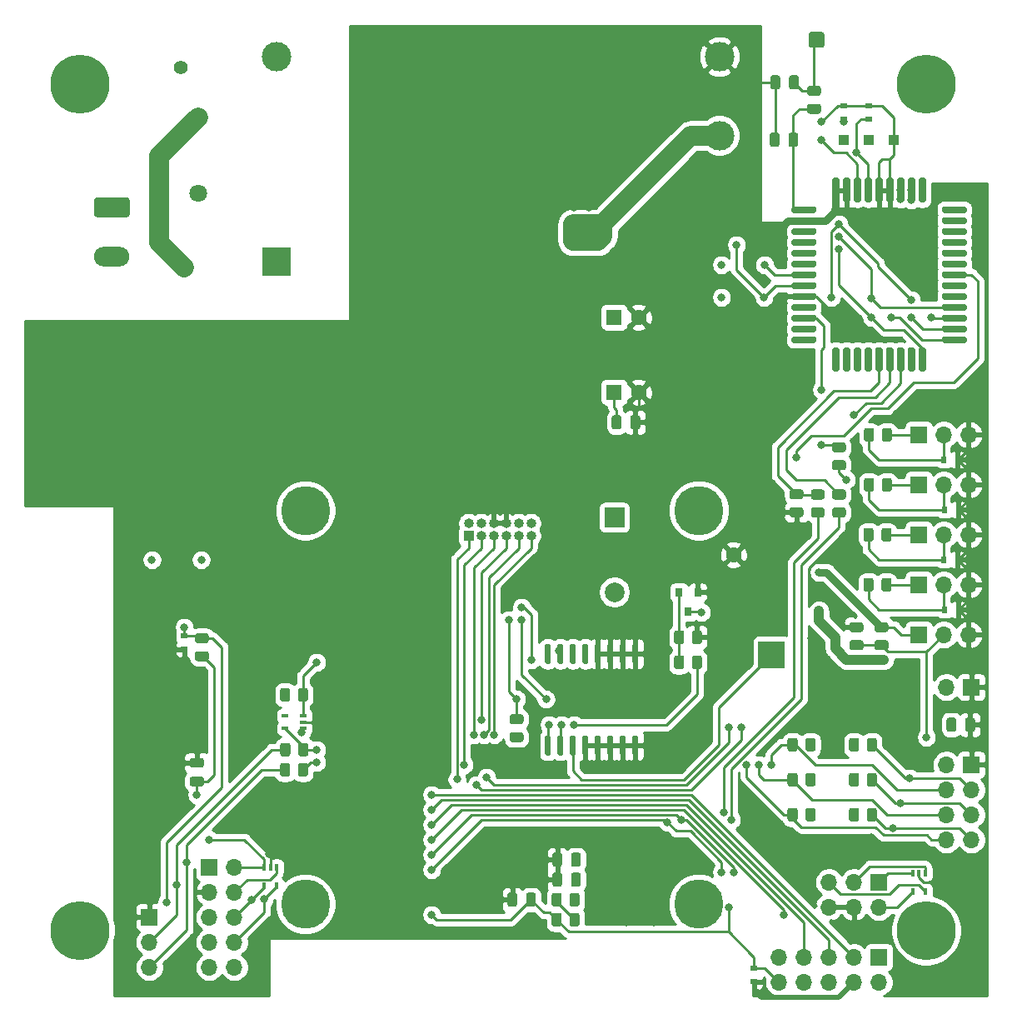
<source format=gbl>
%TF.GenerationSoftware,KiCad,Pcbnew,5.1.10-88a1d61d58~90~ubuntu20.04.1*%
%TF.CreationDate,2021-10-12T23:05:44+03:00*%
%TF.ProjectId,Schematic,53636865-6d61-4746-9963-2e6b69636164,rev?*%
%TF.SameCoordinates,Original*%
%TF.FileFunction,Copper,L2,Bot*%
%TF.FilePolarity,Positive*%
%FSLAX46Y46*%
G04 Gerber Fmt 4.6, Leading zero omitted, Abs format (unit mm)*
G04 Created by KiCad (PCBNEW 5.1.10-88a1d61d58~90~ubuntu20.04.1) date 2021-10-12 23:05:44*
%MOMM*%
%LPD*%
G01*
G04 APERTURE LIST*
%TA.AperFunction,ComponentPad*%
%ADD10C,1.600000*%
%TD*%
%TA.AperFunction,ComponentPad*%
%ADD11R,1.600000X1.600000*%
%TD*%
%TA.AperFunction,ComponentPad*%
%ADD12R,3.000000X3.000000*%
%TD*%
%TA.AperFunction,ComponentPad*%
%ADD13C,3.000000*%
%TD*%
%TA.AperFunction,SMDPad,CuDef*%
%ADD14R,0.700000X0.600000*%
%TD*%
%TA.AperFunction,SMDPad,CuDef*%
%ADD15R,1.000000X1.000000*%
%TD*%
%TA.AperFunction,ComponentPad*%
%ADD16O,1.700000X1.700000*%
%TD*%
%TA.AperFunction,ComponentPad*%
%ADD17R,1.700000X1.700000*%
%TD*%
%TA.AperFunction,SMDPad,CuDef*%
%ADD18R,0.600000X0.700000*%
%TD*%
%TA.AperFunction,SMDPad,CuDef*%
%ADD19R,0.400000X0.650000*%
%TD*%
%TA.AperFunction,ComponentPad*%
%ADD20O,1.000000X1.000000*%
%TD*%
%TA.AperFunction,ComponentPad*%
%ADD21R,1.000000X1.000000*%
%TD*%
%TA.AperFunction,SMDPad,CuDef*%
%ADD22R,0.800000X0.900000*%
%TD*%
%TA.AperFunction,SMDPad,CuDef*%
%ADD23R,0.650000X0.400000*%
%TD*%
%TA.AperFunction,ComponentPad*%
%ADD24C,1.800000*%
%TD*%
%TA.AperFunction,ComponentPad*%
%ADD25O,3.600000X2.000000*%
%TD*%
%TA.AperFunction,ComponentPad*%
%ADD26C,1.400000*%
%TD*%
%TA.AperFunction,ComponentPad*%
%ADD27C,2.000000*%
%TD*%
%TA.AperFunction,ComponentPad*%
%ADD28R,2.000000X2.000000*%
%TD*%
%TA.AperFunction,ComponentPad*%
%ADD29R,2.700000X2.700000*%
%TD*%
%TA.AperFunction,ViaPad*%
%ADD30C,6.000000*%
%TD*%
%TA.AperFunction,ViaPad*%
%ADD31C,5.000000*%
%TD*%
%TA.AperFunction,ViaPad*%
%ADD32C,0.800000*%
%TD*%
%TA.AperFunction,Conductor*%
%ADD33C,0.250000*%
%TD*%
%TA.AperFunction,Conductor*%
%ADD34C,0.750000*%
%TD*%
%TA.AperFunction,Conductor*%
%ADD35C,0.500000*%
%TD*%
%TA.AperFunction,Conductor*%
%ADD36C,2.000000*%
%TD*%
%TA.AperFunction,Conductor*%
%ADD37C,1.000000*%
%TD*%
%TA.AperFunction,Conductor*%
%ADD38C,0.254000*%
%TD*%
%TA.AperFunction,Conductor*%
%ADD39C,0.100000*%
%TD*%
G04 APERTURE END LIST*
%TA.AperFunction,SMDPad,CuDef*%
G36*
G01*
X146615999Y-120899500D02*
X147516001Y-120899500D01*
G75*
G02*
X147766000Y-121149499I0J-249999D01*
G01*
X147766000Y-121674501D01*
G75*
G02*
X147516001Y-121924500I-249999J0D01*
G01*
X146615999Y-121924500D01*
G75*
G02*
X146366000Y-121674501I0J249999D01*
G01*
X146366000Y-121149499D01*
G75*
G02*
X146615999Y-120899500I249999J0D01*
G01*
G37*
%TD.AperFunction*%
%TA.AperFunction,SMDPad,CuDef*%
G36*
G01*
X146615999Y-119074500D02*
X147516001Y-119074500D01*
G75*
G02*
X147766000Y-119324499I0J-249999D01*
G01*
X147766000Y-119849501D01*
G75*
G02*
X147516001Y-120099500I-249999J0D01*
G01*
X146615999Y-120099500D01*
G75*
G02*
X146366000Y-119849501I0J249999D01*
G01*
X146366000Y-119324499D01*
G75*
G02*
X146615999Y-119074500I249999J0D01*
G01*
G37*
%TD.AperFunction*%
%TA.AperFunction,SMDPad,CuDef*%
G36*
G01*
X148024000Y-138397000D02*
X148024000Y-137447000D01*
G75*
G02*
X148274000Y-137197000I250000J0D01*
G01*
X148774000Y-137197000D01*
G75*
G02*
X149024000Y-137447000I0J-250000D01*
G01*
X149024000Y-138397000D01*
G75*
G02*
X148774000Y-138647000I-250000J0D01*
G01*
X148274000Y-138647000D01*
G75*
G02*
X148024000Y-138397000I0J250000D01*
G01*
G37*
%TD.AperFunction*%
%TA.AperFunction,SMDPad,CuDef*%
G36*
G01*
X146124000Y-138397000D02*
X146124000Y-137447000D01*
G75*
G02*
X146374000Y-137197000I250000J0D01*
G01*
X146874000Y-137197000D01*
G75*
G02*
X147124000Y-137447000I0J-250000D01*
G01*
X147124000Y-138397000D01*
G75*
G02*
X146874000Y-138647000I-250000J0D01*
G01*
X146374000Y-138647000D01*
G75*
G02*
X146124000Y-138397000I0J250000D01*
G01*
G37*
%TD.AperFunction*%
D10*
X159472000Y-78740000D03*
D11*
X156972000Y-78740000D03*
D10*
X159472000Y-86360000D03*
D11*
X156972000Y-86360000D03*
D12*
X122688000Y-73064000D03*
D13*
X167688000Y-60264000D03*
X122688000Y-52264000D03*
X167688000Y-52264000D03*
D14*
X180340000Y-58612000D03*
X180340000Y-57212000D03*
X182880000Y-58612000D03*
X182880000Y-57212000D03*
D15*
X185420000Y-60706000D03*
X180340000Y-60706000D03*
X182880000Y-60706000D03*
D16*
X193012000Y-90678000D03*
X190472000Y-90678000D03*
D17*
X187932000Y-90678000D03*
D18*
X190500000Y-93218000D03*
X191900000Y-93218000D03*
X190500000Y-103378000D03*
X191900000Y-103378000D03*
X190562000Y-98298000D03*
X191962000Y-98298000D03*
X190562000Y-108458000D03*
X191962000Y-108458000D03*
D16*
X109728000Y-144780000D03*
X109728000Y-142240000D03*
D17*
X109728000Y-139700000D03*
D19*
X187310000Y-137094000D03*
X188610000Y-137094000D03*
X187960000Y-135194000D03*
X188610000Y-135194000D03*
X187310000Y-135194000D03*
D14*
X171196000Y-144842000D03*
X171196000Y-146242000D03*
D19*
X121382000Y-136520000D03*
X122682000Y-136520000D03*
X122032000Y-134620000D03*
X122682000Y-134620000D03*
X121382000Y-134620000D03*
D14*
X113284000Y-111060000D03*
X113284000Y-112460000D03*
D20*
X148528000Y-99664000D03*
X148528000Y-100934000D03*
X147258000Y-99664000D03*
X147258000Y-100934000D03*
X145988000Y-99664000D03*
X145988000Y-100934000D03*
X144718000Y-99664000D03*
X144718000Y-100934000D03*
X143448000Y-99664000D03*
X143448000Y-100934000D03*
X142178000Y-99664000D03*
D21*
X142178000Y-100934000D03*
%TA.AperFunction,SMDPad,CuDef*%
G36*
G01*
X177512000Y-76447000D02*
X177512000Y-76797000D01*
G75*
G02*
X177337000Y-76972000I-175000J0D01*
G01*
X175187000Y-76972000D01*
G75*
G02*
X175012000Y-76797000I0J175000D01*
G01*
X175012000Y-76447000D01*
G75*
G02*
X175187000Y-76272000I175000J0D01*
G01*
X177337000Y-76272000D01*
G75*
G02*
X177512000Y-76447000I0J-175000D01*
G01*
G37*
%TD.AperFunction*%
%TA.AperFunction,SMDPad,CuDef*%
G36*
G01*
X188487000Y-84272000D02*
X188137000Y-84272000D01*
G75*
G02*
X187962000Y-84097000I0J175000D01*
G01*
X187962000Y-81947000D01*
G75*
G02*
X188137000Y-81772000I175000J0D01*
G01*
X188487000Y-81772000D01*
G75*
G02*
X188662000Y-81947000I0J-175000D01*
G01*
X188662000Y-84097000D01*
G75*
G02*
X188487000Y-84272000I-175000J0D01*
G01*
G37*
%TD.AperFunction*%
%TA.AperFunction,SMDPad,CuDef*%
G36*
G01*
X177512000Y-77547000D02*
X177512000Y-77897000D01*
G75*
G02*
X177337000Y-78072000I-175000J0D01*
G01*
X175187000Y-78072000D01*
G75*
G02*
X175012000Y-77897000I0J175000D01*
G01*
X175012000Y-77547000D01*
G75*
G02*
X175187000Y-77372000I175000J0D01*
G01*
X177337000Y-77372000D01*
G75*
G02*
X177512000Y-77547000I0J-175000D01*
G01*
G37*
%TD.AperFunction*%
%TA.AperFunction,SMDPad,CuDef*%
G36*
G01*
X180437000Y-64572000D02*
X180787000Y-64572000D01*
G75*
G02*
X180962000Y-64747000I0J-175000D01*
G01*
X180962000Y-66897000D01*
G75*
G02*
X180787000Y-67072000I-175000J0D01*
G01*
X180437000Y-67072000D01*
G75*
G02*
X180262000Y-66897000I0J175000D01*
G01*
X180262000Y-64747000D01*
G75*
G02*
X180437000Y-64572000I175000J0D01*
G01*
G37*
%TD.AperFunction*%
%TA.AperFunction,SMDPad,CuDef*%
G36*
G01*
X177512000Y-78647000D02*
X177512000Y-78997000D01*
G75*
G02*
X177337000Y-79172000I-175000J0D01*
G01*
X175187000Y-79172000D01*
G75*
G02*
X175012000Y-78997000I0J175000D01*
G01*
X175012000Y-78647000D01*
G75*
G02*
X175187000Y-78472000I175000J0D01*
G01*
X177337000Y-78472000D01*
G75*
G02*
X177512000Y-78647000I0J-175000D01*
G01*
G37*
%TD.AperFunction*%
%TA.AperFunction,SMDPad,CuDef*%
G36*
G01*
X181887000Y-84272000D02*
X181537000Y-84272000D01*
G75*
G02*
X181362000Y-84097000I0J175000D01*
G01*
X181362000Y-81947000D01*
G75*
G02*
X181537000Y-81772000I175000J0D01*
G01*
X181887000Y-81772000D01*
G75*
G02*
X182062000Y-81947000I0J-175000D01*
G01*
X182062000Y-84097000D01*
G75*
G02*
X181887000Y-84272000I-175000J0D01*
G01*
G37*
%TD.AperFunction*%
%TA.AperFunction,SMDPad,CuDef*%
G36*
G01*
X177512000Y-74247000D02*
X177512000Y-74597000D01*
G75*
G02*
X177337000Y-74772000I-175000J0D01*
G01*
X175187000Y-74772000D01*
G75*
G02*
X175012000Y-74597000I0J175000D01*
G01*
X175012000Y-74247000D01*
G75*
G02*
X175187000Y-74072000I175000J0D01*
G01*
X177337000Y-74072000D01*
G75*
G02*
X177512000Y-74247000I0J-175000D01*
G01*
G37*
%TD.AperFunction*%
%TA.AperFunction,SMDPad,CuDef*%
G36*
G01*
X192812000Y-69847000D02*
X192812000Y-70197000D01*
G75*
G02*
X192637000Y-70372000I-175000J0D01*
G01*
X190487000Y-70372000D01*
G75*
G02*
X190312000Y-70197000I0J175000D01*
G01*
X190312000Y-69847000D01*
G75*
G02*
X190487000Y-69672000I175000J0D01*
G01*
X192637000Y-69672000D01*
G75*
G02*
X192812000Y-69847000I0J-175000D01*
G01*
G37*
%TD.AperFunction*%
%TA.AperFunction,SMDPad,CuDef*%
G36*
G01*
X177512000Y-80847000D02*
X177512000Y-81197000D01*
G75*
G02*
X177337000Y-81372000I-175000J0D01*
G01*
X175187000Y-81372000D01*
G75*
G02*
X175012000Y-81197000I0J175000D01*
G01*
X175012000Y-80847000D01*
G75*
G02*
X175187000Y-80672000I175000J0D01*
G01*
X177337000Y-80672000D01*
G75*
G02*
X177512000Y-80847000I0J-175000D01*
G01*
G37*
%TD.AperFunction*%
%TA.AperFunction,SMDPad,CuDef*%
G36*
G01*
X179337000Y-64572000D02*
X179687000Y-64572000D01*
G75*
G02*
X179862000Y-64747000I0J-175000D01*
G01*
X179862000Y-66897000D01*
G75*
G02*
X179687000Y-67072000I-175000J0D01*
G01*
X179337000Y-67072000D01*
G75*
G02*
X179162000Y-66897000I0J175000D01*
G01*
X179162000Y-64747000D01*
G75*
G02*
X179337000Y-64572000I175000J0D01*
G01*
G37*
%TD.AperFunction*%
%TA.AperFunction,SMDPad,CuDef*%
G36*
G01*
X192812000Y-68747000D02*
X192812000Y-69097000D01*
G75*
G02*
X192637000Y-69272000I-175000J0D01*
G01*
X190487000Y-69272000D01*
G75*
G02*
X190312000Y-69097000I0J175000D01*
G01*
X190312000Y-68747000D01*
G75*
G02*
X190487000Y-68572000I175000J0D01*
G01*
X192637000Y-68572000D01*
G75*
G02*
X192812000Y-68747000I0J-175000D01*
G01*
G37*
%TD.AperFunction*%
%TA.AperFunction,SMDPad,CuDef*%
G36*
G01*
X177512000Y-79747000D02*
X177512000Y-80097000D01*
G75*
G02*
X177337000Y-80272000I-175000J0D01*
G01*
X175187000Y-80272000D01*
G75*
G02*
X175012000Y-80097000I0J175000D01*
G01*
X175012000Y-79747000D01*
G75*
G02*
X175187000Y-79572000I175000J0D01*
G01*
X177337000Y-79572000D01*
G75*
G02*
X177512000Y-79747000I0J-175000D01*
G01*
G37*
%TD.AperFunction*%
%TA.AperFunction,SMDPad,CuDef*%
G36*
G01*
X184087000Y-84272000D02*
X183737000Y-84272000D01*
G75*
G02*
X183562000Y-84097000I0J175000D01*
G01*
X183562000Y-81947000D01*
G75*
G02*
X183737000Y-81772000I175000J0D01*
G01*
X184087000Y-81772000D01*
G75*
G02*
X184262000Y-81947000I0J-175000D01*
G01*
X184262000Y-84097000D01*
G75*
G02*
X184087000Y-84272000I-175000J0D01*
G01*
G37*
%TD.AperFunction*%
%TA.AperFunction,SMDPad,CuDef*%
G36*
G01*
X180787000Y-84272000D02*
X180437000Y-84272000D01*
G75*
G02*
X180262000Y-84097000I0J175000D01*
G01*
X180262000Y-81947000D01*
G75*
G02*
X180437000Y-81772000I175000J0D01*
G01*
X180787000Y-81772000D01*
G75*
G02*
X180962000Y-81947000I0J-175000D01*
G01*
X180962000Y-84097000D01*
G75*
G02*
X180787000Y-84272000I-175000J0D01*
G01*
G37*
%TD.AperFunction*%
%TA.AperFunction,SMDPad,CuDef*%
G36*
G01*
X186287000Y-84272000D02*
X185937000Y-84272000D01*
G75*
G02*
X185762000Y-84097000I0J175000D01*
G01*
X185762000Y-81947000D01*
G75*
G02*
X185937000Y-81772000I175000J0D01*
G01*
X186287000Y-81772000D01*
G75*
G02*
X186462000Y-81947000I0J-175000D01*
G01*
X186462000Y-84097000D01*
G75*
G02*
X186287000Y-84272000I-175000J0D01*
G01*
G37*
%TD.AperFunction*%
%TA.AperFunction,SMDPad,CuDef*%
G36*
G01*
X192812000Y-74247000D02*
X192812000Y-74597000D01*
G75*
G02*
X192637000Y-74772000I-175000J0D01*
G01*
X190487000Y-74772000D01*
G75*
G02*
X190312000Y-74597000I0J175000D01*
G01*
X190312000Y-74247000D01*
G75*
G02*
X190487000Y-74072000I175000J0D01*
G01*
X192637000Y-74072000D01*
G75*
G02*
X192812000Y-74247000I0J-175000D01*
G01*
G37*
%TD.AperFunction*%
%TA.AperFunction,SMDPad,CuDef*%
G36*
G01*
X177512000Y-75347000D02*
X177512000Y-75697000D01*
G75*
G02*
X177337000Y-75872000I-175000J0D01*
G01*
X175187000Y-75872000D01*
G75*
G02*
X175012000Y-75697000I0J175000D01*
G01*
X175012000Y-75347000D01*
G75*
G02*
X175187000Y-75172000I175000J0D01*
G01*
X177337000Y-75172000D01*
G75*
G02*
X177512000Y-75347000I0J-175000D01*
G01*
G37*
%TD.AperFunction*%
%TA.AperFunction,SMDPad,CuDef*%
G36*
G01*
X177512000Y-67647000D02*
X177512000Y-67997000D01*
G75*
G02*
X177337000Y-68172000I-175000J0D01*
G01*
X175187000Y-68172000D01*
G75*
G02*
X175012000Y-67997000I0J175000D01*
G01*
X175012000Y-67647000D01*
G75*
G02*
X175187000Y-67472000I175000J0D01*
G01*
X177337000Y-67472000D01*
G75*
G02*
X177512000Y-67647000I0J-175000D01*
G01*
G37*
%TD.AperFunction*%
%TA.AperFunction,SMDPad,CuDef*%
G36*
G01*
X192812000Y-72047000D02*
X192812000Y-72397000D01*
G75*
G02*
X192637000Y-72572000I-175000J0D01*
G01*
X190487000Y-72572000D01*
G75*
G02*
X190312000Y-72397000I0J175000D01*
G01*
X190312000Y-72047000D01*
G75*
G02*
X190487000Y-71872000I175000J0D01*
G01*
X192637000Y-71872000D01*
G75*
G02*
X192812000Y-72047000I0J-175000D01*
G01*
G37*
%TD.AperFunction*%
%TA.AperFunction,SMDPad,CuDef*%
G36*
G01*
X192812000Y-80847000D02*
X192812000Y-81197000D01*
G75*
G02*
X192637000Y-81372000I-175000J0D01*
G01*
X190487000Y-81372000D01*
G75*
G02*
X190312000Y-81197000I0J175000D01*
G01*
X190312000Y-80847000D01*
G75*
G02*
X190487000Y-80672000I175000J0D01*
G01*
X192637000Y-80672000D01*
G75*
G02*
X192812000Y-80847000I0J-175000D01*
G01*
G37*
%TD.AperFunction*%
%TA.AperFunction,SMDPad,CuDef*%
G36*
G01*
X177512000Y-68747000D02*
X177512000Y-69097000D01*
G75*
G02*
X177337000Y-69272000I-175000J0D01*
G01*
X175187000Y-69272000D01*
G75*
G02*
X175012000Y-69097000I0J175000D01*
G01*
X175012000Y-68747000D01*
G75*
G02*
X175187000Y-68572000I175000J0D01*
G01*
X177337000Y-68572000D01*
G75*
G02*
X177512000Y-68747000I0J-175000D01*
G01*
G37*
%TD.AperFunction*%
%TA.AperFunction,SMDPad,CuDef*%
G36*
G01*
X177512000Y-70947000D02*
X177512000Y-71297000D01*
G75*
G02*
X177337000Y-71472000I-175000J0D01*
G01*
X175187000Y-71472000D01*
G75*
G02*
X175012000Y-71297000I0J175000D01*
G01*
X175012000Y-70947000D01*
G75*
G02*
X175187000Y-70772000I175000J0D01*
G01*
X177337000Y-70772000D01*
G75*
G02*
X177512000Y-70947000I0J-175000D01*
G01*
G37*
%TD.AperFunction*%
%TA.AperFunction,SMDPad,CuDef*%
G36*
G01*
X185187000Y-84272000D02*
X184837000Y-84272000D01*
G75*
G02*
X184662000Y-84097000I0J175000D01*
G01*
X184662000Y-81947000D01*
G75*
G02*
X184837000Y-81772000I175000J0D01*
G01*
X185187000Y-81772000D01*
G75*
G02*
X185362000Y-81947000I0J-175000D01*
G01*
X185362000Y-84097000D01*
G75*
G02*
X185187000Y-84272000I-175000J0D01*
G01*
G37*
%TD.AperFunction*%
%TA.AperFunction,SMDPad,CuDef*%
G36*
G01*
X187387000Y-84272000D02*
X187037000Y-84272000D01*
G75*
G02*
X186862000Y-84097000I0J175000D01*
G01*
X186862000Y-81947000D01*
G75*
G02*
X187037000Y-81772000I175000J0D01*
G01*
X187387000Y-81772000D01*
G75*
G02*
X187562000Y-81947000I0J-175000D01*
G01*
X187562000Y-84097000D01*
G75*
G02*
X187387000Y-84272000I-175000J0D01*
G01*
G37*
%TD.AperFunction*%
%TA.AperFunction,SMDPad,CuDef*%
G36*
G01*
X192812000Y-73147000D02*
X192812000Y-73497000D01*
G75*
G02*
X192637000Y-73672000I-175000J0D01*
G01*
X190487000Y-73672000D01*
G75*
G02*
X190312000Y-73497000I0J175000D01*
G01*
X190312000Y-73147000D01*
G75*
G02*
X190487000Y-72972000I175000J0D01*
G01*
X192637000Y-72972000D01*
G75*
G02*
X192812000Y-73147000I0J-175000D01*
G01*
G37*
%TD.AperFunction*%
%TA.AperFunction,SMDPad,CuDef*%
G36*
G01*
X192812000Y-79747000D02*
X192812000Y-80097000D01*
G75*
G02*
X192637000Y-80272000I-175000J0D01*
G01*
X190487000Y-80272000D01*
G75*
G02*
X190312000Y-80097000I0J175000D01*
G01*
X190312000Y-79747000D01*
G75*
G02*
X190487000Y-79572000I175000J0D01*
G01*
X192637000Y-79572000D01*
G75*
G02*
X192812000Y-79747000I0J-175000D01*
G01*
G37*
%TD.AperFunction*%
%TA.AperFunction,SMDPad,CuDef*%
G36*
G01*
X192812000Y-76447000D02*
X192812000Y-76797000D01*
G75*
G02*
X192637000Y-76972000I-175000J0D01*
G01*
X190487000Y-76972000D01*
G75*
G02*
X190312000Y-76797000I0J175000D01*
G01*
X190312000Y-76447000D01*
G75*
G02*
X190487000Y-76272000I175000J0D01*
G01*
X192637000Y-76272000D01*
G75*
G02*
X192812000Y-76447000I0J-175000D01*
G01*
G37*
%TD.AperFunction*%
%TA.AperFunction,SMDPad,CuDef*%
G36*
G01*
X192812000Y-75347000D02*
X192812000Y-75697000D01*
G75*
G02*
X192637000Y-75872000I-175000J0D01*
G01*
X190487000Y-75872000D01*
G75*
G02*
X190312000Y-75697000I0J175000D01*
G01*
X190312000Y-75347000D01*
G75*
G02*
X190487000Y-75172000I175000J0D01*
G01*
X192637000Y-75172000D01*
G75*
G02*
X192812000Y-75347000I0J-175000D01*
G01*
G37*
%TD.AperFunction*%
%TA.AperFunction,SMDPad,CuDef*%
G36*
G01*
X177512000Y-69847000D02*
X177512000Y-70197000D01*
G75*
G02*
X177337000Y-70372000I-175000J0D01*
G01*
X175187000Y-70372000D01*
G75*
G02*
X175012000Y-70197000I0J175000D01*
G01*
X175012000Y-69847000D01*
G75*
G02*
X175187000Y-69672000I175000J0D01*
G01*
X177337000Y-69672000D01*
G75*
G02*
X177512000Y-69847000I0J-175000D01*
G01*
G37*
%TD.AperFunction*%
%TA.AperFunction,SMDPad,CuDef*%
G36*
G01*
X192812000Y-78647000D02*
X192812000Y-78997000D01*
G75*
G02*
X192637000Y-79172000I-175000J0D01*
G01*
X190487000Y-79172000D01*
G75*
G02*
X190312000Y-78997000I0J175000D01*
G01*
X190312000Y-78647000D01*
G75*
G02*
X190487000Y-78472000I175000J0D01*
G01*
X192637000Y-78472000D01*
G75*
G02*
X192812000Y-78647000I0J-175000D01*
G01*
G37*
%TD.AperFunction*%
%TA.AperFunction,SMDPad,CuDef*%
G36*
G01*
X182987000Y-84272000D02*
X182637000Y-84272000D01*
G75*
G02*
X182462000Y-84097000I0J175000D01*
G01*
X182462000Y-81947000D01*
G75*
G02*
X182637000Y-81772000I175000J0D01*
G01*
X182987000Y-81772000D01*
G75*
G02*
X183162000Y-81947000I0J-175000D01*
G01*
X183162000Y-84097000D01*
G75*
G02*
X182987000Y-84272000I-175000J0D01*
G01*
G37*
%TD.AperFunction*%
%TA.AperFunction,SMDPad,CuDef*%
G36*
G01*
X181537000Y-64572000D02*
X181887000Y-64572000D01*
G75*
G02*
X182062000Y-64747000I0J-175000D01*
G01*
X182062000Y-66897000D01*
G75*
G02*
X181887000Y-67072000I-175000J0D01*
G01*
X181537000Y-67072000D01*
G75*
G02*
X181362000Y-66897000I0J175000D01*
G01*
X181362000Y-64747000D01*
G75*
G02*
X181537000Y-64572000I175000J0D01*
G01*
G37*
%TD.AperFunction*%
%TA.AperFunction,SMDPad,CuDef*%
G36*
G01*
X187037000Y-64572000D02*
X187387000Y-64572000D01*
G75*
G02*
X187562000Y-64747000I0J-175000D01*
G01*
X187562000Y-66897000D01*
G75*
G02*
X187387000Y-67072000I-175000J0D01*
G01*
X187037000Y-67072000D01*
G75*
G02*
X186862000Y-66897000I0J175000D01*
G01*
X186862000Y-64747000D01*
G75*
G02*
X187037000Y-64572000I175000J0D01*
G01*
G37*
%TD.AperFunction*%
%TA.AperFunction,SMDPad,CuDef*%
G36*
G01*
X192812000Y-70947000D02*
X192812000Y-71297000D01*
G75*
G02*
X192637000Y-71472000I-175000J0D01*
G01*
X190487000Y-71472000D01*
G75*
G02*
X190312000Y-71297000I0J175000D01*
G01*
X190312000Y-70947000D01*
G75*
G02*
X190487000Y-70772000I175000J0D01*
G01*
X192637000Y-70772000D01*
G75*
G02*
X192812000Y-70947000I0J-175000D01*
G01*
G37*
%TD.AperFunction*%
%TA.AperFunction,SMDPad,CuDef*%
G36*
G01*
X192812000Y-77547000D02*
X192812000Y-77897000D01*
G75*
G02*
X192637000Y-78072000I-175000J0D01*
G01*
X190487000Y-78072000D01*
G75*
G02*
X190312000Y-77897000I0J175000D01*
G01*
X190312000Y-77547000D01*
G75*
G02*
X190487000Y-77372000I175000J0D01*
G01*
X192637000Y-77372000D01*
G75*
G02*
X192812000Y-77547000I0J-175000D01*
G01*
G37*
%TD.AperFunction*%
%TA.AperFunction,SMDPad,CuDef*%
G36*
G01*
X177512000Y-73147000D02*
X177512000Y-73497000D01*
G75*
G02*
X177337000Y-73672000I-175000J0D01*
G01*
X175187000Y-73672000D01*
G75*
G02*
X175012000Y-73497000I0J175000D01*
G01*
X175012000Y-73147000D01*
G75*
G02*
X175187000Y-72972000I175000J0D01*
G01*
X177337000Y-72972000D01*
G75*
G02*
X177512000Y-73147000I0J-175000D01*
G01*
G37*
%TD.AperFunction*%
%TA.AperFunction,SMDPad,CuDef*%
G36*
G01*
X182637000Y-64572000D02*
X182987000Y-64572000D01*
G75*
G02*
X183162000Y-64747000I0J-175000D01*
G01*
X183162000Y-66897000D01*
G75*
G02*
X182987000Y-67072000I-175000J0D01*
G01*
X182637000Y-67072000D01*
G75*
G02*
X182462000Y-66897000I0J175000D01*
G01*
X182462000Y-64747000D01*
G75*
G02*
X182637000Y-64572000I175000J0D01*
G01*
G37*
%TD.AperFunction*%
%TA.AperFunction,SMDPad,CuDef*%
G36*
G01*
X185937000Y-64572000D02*
X186287000Y-64572000D01*
G75*
G02*
X186462000Y-64747000I0J-175000D01*
G01*
X186462000Y-66897000D01*
G75*
G02*
X186287000Y-67072000I-175000J0D01*
G01*
X185937000Y-67072000D01*
G75*
G02*
X185762000Y-66897000I0J175000D01*
G01*
X185762000Y-64747000D01*
G75*
G02*
X185937000Y-64572000I175000J0D01*
G01*
G37*
%TD.AperFunction*%
%TA.AperFunction,SMDPad,CuDef*%
G36*
G01*
X188137000Y-64572000D02*
X188487000Y-64572000D01*
G75*
G02*
X188662000Y-64747000I0J-175000D01*
G01*
X188662000Y-66897000D01*
G75*
G02*
X188487000Y-67072000I-175000J0D01*
G01*
X188137000Y-67072000D01*
G75*
G02*
X187962000Y-66897000I0J175000D01*
G01*
X187962000Y-64747000D01*
G75*
G02*
X188137000Y-64572000I175000J0D01*
G01*
G37*
%TD.AperFunction*%
%TA.AperFunction,SMDPad,CuDef*%
G36*
G01*
X183737000Y-64572000D02*
X184087000Y-64572000D01*
G75*
G02*
X184262000Y-64747000I0J-175000D01*
G01*
X184262000Y-66897000D01*
G75*
G02*
X184087000Y-67072000I-175000J0D01*
G01*
X183737000Y-67072000D01*
G75*
G02*
X183562000Y-66897000I0J175000D01*
G01*
X183562000Y-64747000D01*
G75*
G02*
X183737000Y-64572000I175000J0D01*
G01*
G37*
%TD.AperFunction*%
%TA.AperFunction,SMDPad,CuDef*%
G36*
G01*
X177512000Y-72047000D02*
X177512000Y-72397000D01*
G75*
G02*
X177337000Y-72572000I-175000J0D01*
G01*
X175187000Y-72572000D01*
G75*
G02*
X175012000Y-72397000I0J175000D01*
G01*
X175012000Y-72047000D01*
G75*
G02*
X175187000Y-71872000I175000J0D01*
G01*
X177337000Y-71872000D01*
G75*
G02*
X177512000Y-72047000I0J-175000D01*
G01*
G37*
%TD.AperFunction*%
%TA.AperFunction,SMDPad,CuDef*%
G36*
G01*
X179687000Y-84272000D02*
X179337000Y-84272000D01*
G75*
G02*
X179162000Y-84097000I0J175000D01*
G01*
X179162000Y-81947000D01*
G75*
G02*
X179337000Y-81772000I175000J0D01*
G01*
X179687000Y-81772000D01*
G75*
G02*
X179862000Y-81947000I0J-175000D01*
G01*
X179862000Y-84097000D01*
G75*
G02*
X179687000Y-84272000I-175000J0D01*
G01*
G37*
%TD.AperFunction*%
%TA.AperFunction,SMDPad,CuDef*%
G36*
G01*
X184837000Y-64572000D02*
X185187000Y-64572000D01*
G75*
G02*
X185362000Y-64747000I0J-175000D01*
G01*
X185362000Y-66897000D01*
G75*
G02*
X185187000Y-67072000I-175000J0D01*
G01*
X184837000Y-67072000D01*
G75*
G02*
X184662000Y-66897000I0J175000D01*
G01*
X184662000Y-64747000D01*
G75*
G02*
X184837000Y-64572000I175000J0D01*
G01*
G37*
%TD.AperFunction*%
%TA.AperFunction,SMDPad,CuDef*%
G36*
G01*
X192812000Y-67647000D02*
X192812000Y-67997000D01*
G75*
G02*
X192637000Y-68172000I-175000J0D01*
G01*
X190487000Y-68172000D01*
G75*
G02*
X190312000Y-67997000I0J175000D01*
G01*
X190312000Y-67647000D01*
G75*
G02*
X190487000Y-67472000I175000J0D01*
G01*
X192637000Y-67472000D01*
G75*
G02*
X192812000Y-67647000I0J-175000D01*
G01*
G37*
%TD.AperFunction*%
%TA.AperFunction,SMDPad,CuDef*%
G36*
G01*
X176841999Y-57042000D02*
X177742001Y-57042000D01*
G75*
G02*
X177992000Y-57291999I0J-249999D01*
G01*
X177992000Y-57817001D01*
G75*
G02*
X177742001Y-58067000I-249999J0D01*
G01*
X176841999Y-58067000D01*
G75*
G02*
X176592000Y-57817001I0J249999D01*
G01*
X176592000Y-57291999D01*
G75*
G02*
X176841999Y-57042000I249999J0D01*
G01*
G37*
%TD.AperFunction*%
%TA.AperFunction,SMDPad,CuDef*%
G36*
G01*
X176841999Y-55217000D02*
X177742001Y-55217000D01*
G75*
G02*
X177992000Y-55466999I0J-249999D01*
G01*
X177992000Y-55992001D01*
G75*
G02*
X177742001Y-56242000I-249999J0D01*
G01*
X176841999Y-56242000D01*
G75*
G02*
X176592000Y-55992001I0J249999D01*
G01*
X176592000Y-55466999D01*
G75*
G02*
X176841999Y-55217000I249999J0D01*
G01*
G37*
%TD.AperFunction*%
%TA.AperFunction,SMDPad,CuDef*%
G36*
G01*
X180282001Y-97263000D02*
X179381999Y-97263000D01*
G75*
G02*
X179132000Y-97013001I0J249999D01*
G01*
X179132000Y-96487999D01*
G75*
G02*
X179381999Y-96238000I249999J0D01*
G01*
X180282001Y-96238000D01*
G75*
G02*
X180532000Y-96487999I0J-249999D01*
G01*
X180532000Y-97013001D01*
G75*
G02*
X180282001Y-97263000I-249999J0D01*
G01*
G37*
%TD.AperFunction*%
%TA.AperFunction,SMDPad,CuDef*%
G36*
G01*
X180282001Y-99088000D02*
X179381999Y-99088000D01*
G75*
G02*
X179132000Y-98838001I0J249999D01*
G01*
X179132000Y-98312999D01*
G75*
G02*
X179381999Y-98063000I249999J0D01*
G01*
X180282001Y-98063000D01*
G75*
G02*
X180532000Y-98312999I0J-249999D01*
G01*
X180532000Y-98838001D01*
G75*
G02*
X180282001Y-99088000I-249999J0D01*
G01*
G37*
%TD.AperFunction*%
%TA.AperFunction,SMDPad,CuDef*%
G36*
G01*
X178123001Y-97263000D02*
X177222999Y-97263000D01*
G75*
G02*
X176973000Y-97013001I0J249999D01*
G01*
X176973000Y-96487999D01*
G75*
G02*
X177222999Y-96238000I249999J0D01*
G01*
X178123001Y-96238000D01*
G75*
G02*
X178373000Y-96487999I0J-249999D01*
G01*
X178373000Y-97013001D01*
G75*
G02*
X178123001Y-97263000I-249999J0D01*
G01*
G37*
%TD.AperFunction*%
%TA.AperFunction,SMDPad,CuDef*%
G36*
G01*
X178123001Y-99088000D02*
X177222999Y-99088000D01*
G75*
G02*
X176973000Y-98838001I0J249999D01*
G01*
X176973000Y-98312999D01*
G75*
G02*
X177222999Y-98063000I249999J0D01*
G01*
X178123001Y-98063000D01*
G75*
G02*
X178373000Y-98312999I0J-249999D01*
G01*
X178373000Y-98838001D01*
G75*
G02*
X178123001Y-99088000I-249999J0D01*
G01*
G37*
%TD.AperFunction*%
%TA.AperFunction,SMDPad,CuDef*%
G36*
G01*
X175063999Y-98039500D02*
X175964001Y-98039500D01*
G75*
G02*
X176214000Y-98289499I0J-249999D01*
G01*
X176214000Y-98814501D01*
G75*
G02*
X175964001Y-99064500I-249999J0D01*
G01*
X175063999Y-99064500D01*
G75*
G02*
X174814000Y-98814501I0J249999D01*
G01*
X174814000Y-98289499D01*
G75*
G02*
X175063999Y-98039500I249999J0D01*
G01*
G37*
%TD.AperFunction*%
%TA.AperFunction,SMDPad,CuDef*%
G36*
G01*
X175063999Y-96214500D02*
X175964001Y-96214500D01*
G75*
G02*
X176214000Y-96464499I0J-249999D01*
G01*
X176214000Y-96989501D01*
G75*
G02*
X175964001Y-97239500I-249999J0D01*
G01*
X175063999Y-97239500D01*
G75*
G02*
X174814000Y-96989501I0J249999D01*
G01*
X174814000Y-96464499D01*
G75*
G02*
X175063999Y-96214500I249999J0D01*
G01*
G37*
%TD.AperFunction*%
%TA.AperFunction,SMDPad,CuDef*%
G36*
G01*
X179381999Y-93260500D02*
X180282001Y-93260500D01*
G75*
G02*
X180532000Y-93510499I0J-249999D01*
G01*
X180532000Y-94035501D01*
G75*
G02*
X180282001Y-94285500I-249999J0D01*
G01*
X179381999Y-94285500D01*
G75*
G02*
X179132000Y-94035501I0J249999D01*
G01*
X179132000Y-93510499D01*
G75*
G02*
X179381999Y-93260500I249999J0D01*
G01*
G37*
%TD.AperFunction*%
%TA.AperFunction,SMDPad,CuDef*%
G36*
G01*
X179381999Y-91435500D02*
X180282001Y-91435500D01*
G75*
G02*
X180532000Y-91685499I0J-249999D01*
G01*
X180532000Y-92210501D01*
G75*
G02*
X180282001Y-92460500I-249999J0D01*
G01*
X179381999Y-92460500D01*
G75*
G02*
X179132000Y-92210501I0J249999D01*
G01*
X179132000Y-91685499D01*
G75*
G02*
X179381999Y-91435500I249999J0D01*
G01*
G37*
%TD.AperFunction*%
D22*
X164526000Y-108680000D03*
X165476000Y-106680000D03*
X163576000Y-106680000D03*
D23*
X123510000Y-119238000D03*
X123510000Y-120538000D03*
X125410000Y-119888000D03*
X125410000Y-120538000D03*
X125410000Y-119238000D03*
%TA.AperFunction,SMDPad,CuDef*%
G36*
G01*
X173860000Y-54389000D02*
X173860000Y-55339000D01*
G75*
G02*
X173610000Y-55589000I-250000J0D01*
G01*
X173110000Y-55589000D01*
G75*
G02*
X172860000Y-55339000I0J250000D01*
G01*
X172860000Y-54389000D01*
G75*
G02*
X173110000Y-54139000I250000J0D01*
G01*
X173610000Y-54139000D01*
G75*
G02*
X173860000Y-54389000I0J-250000D01*
G01*
G37*
%TD.AperFunction*%
%TA.AperFunction,SMDPad,CuDef*%
G36*
G01*
X175760000Y-54389000D02*
X175760000Y-55339000D01*
G75*
G02*
X175510000Y-55589000I-250000J0D01*
G01*
X175010000Y-55589000D01*
G75*
G02*
X174760000Y-55339000I0J250000D01*
G01*
X174760000Y-54389000D01*
G75*
G02*
X175010000Y-54139000I250000J0D01*
G01*
X175510000Y-54139000D01*
G75*
G02*
X175760000Y-54389000I0J-250000D01*
G01*
G37*
%TD.AperFunction*%
%TA.AperFunction,SMDPad,CuDef*%
G36*
G01*
X173794000Y-60231000D02*
X173794000Y-61181000D01*
G75*
G02*
X173544000Y-61431000I-250000J0D01*
G01*
X173044000Y-61431000D01*
G75*
G02*
X172794000Y-61181000I0J250000D01*
G01*
X172794000Y-60231000D01*
G75*
G02*
X173044000Y-59981000I250000J0D01*
G01*
X173544000Y-59981000D01*
G75*
G02*
X173794000Y-60231000I0J-250000D01*
G01*
G37*
%TD.AperFunction*%
%TA.AperFunction,SMDPad,CuDef*%
G36*
G01*
X175694000Y-60231000D02*
X175694000Y-61181000D01*
G75*
G02*
X175444000Y-61431000I-250000J0D01*
G01*
X174944000Y-61431000D01*
G75*
G02*
X174694000Y-61181000I0J250000D01*
G01*
X174694000Y-60231000D01*
G75*
G02*
X174944000Y-59981000I250000J0D01*
G01*
X175444000Y-59981000D01*
G75*
G02*
X175694000Y-60231000I0J-250000D01*
G01*
G37*
%TD.AperFunction*%
%TA.AperFunction,ComponentPad*%
G36*
G01*
X178096000Y-51346000D02*
X176996000Y-51346000D01*
G75*
G02*
X176746000Y-51096000I0J250000D01*
G01*
X176746000Y-49996000D01*
G75*
G02*
X176996000Y-49746000I250000J0D01*
G01*
X178096000Y-49746000D01*
G75*
G02*
X178346000Y-49996000I0J-250000D01*
G01*
X178346000Y-51096000D01*
G75*
G02*
X178096000Y-51346000I-250000J0D01*
G01*
G37*
%TD.AperFunction*%
%TA.AperFunction,SMDPad,CuDef*%
G36*
G01*
X150091000Y-121227000D02*
X150391000Y-121227000D01*
G75*
G02*
X150541000Y-121377000I0J-150000D01*
G01*
X150541000Y-123127000D01*
G75*
G02*
X150391000Y-123277000I-150000J0D01*
G01*
X150091000Y-123277000D01*
G75*
G02*
X149941000Y-123127000I0J150000D01*
G01*
X149941000Y-121377000D01*
G75*
G02*
X150091000Y-121227000I150000J0D01*
G01*
G37*
%TD.AperFunction*%
%TA.AperFunction,SMDPad,CuDef*%
G36*
G01*
X151361000Y-121227000D02*
X151661000Y-121227000D01*
G75*
G02*
X151811000Y-121377000I0J-150000D01*
G01*
X151811000Y-123127000D01*
G75*
G02*
X151661000Y-123277000I-150000J0D01*
G01*
X151361000Y-123277000D01*
G75*
G02*
X151211000Y-123127000I0J150000D01*
G01*
X151211000Y-121377000D01*
G75*
G02*
X151361000Y-121227000I150000J0D01*
G01*
G37*
%TD.AperFunction*%
%TA.AperFunction,SMDPad,CuDef*%
G36*
G01*
X152631000Y-121227000D02*
X152931000Y-121227000D01*
G75*
G02*
X153081000Y-121377000I0J-150000D01*
G01*
X153081000Y-123127000D01*
G75*
G02*
X152931000Y-123277000I-150000J0D01*
G01*
X152631000Y-123277000D01*
G75*
G02*
X152481000Y-123127000I0J150000D01*
G01*
X152481000Y-121377000D01*
G75*
G02*
X152631000Y-121227000I150000J0D01*
G01*
G37*
%TD.AperFunction*%
%TA.AperFunction,SMDPad,CuDef*%
G36*
G01*
X153901000Y-121227000D02*
X154201000Y-121227000D01*
G75*
G02*
X154351000Y-121377000I0J-150000D01*
G01*
X154351000Y-123127000D01*
G75*
G02*
X154201000Y-123277000I-150000J0D01*
G01*
X153901000Y-123277000D01*
G75*
G02*
X153751000Y-123127000I0J150000D01*
G01*
X153751000Y-121377000D01*
G75*
G02*
X153901000Y-121227000I150000J0D01*
G01*
G37*
%TD.AperFunction*%
%TA.AperFunction,SMDPad,CuDef*%
G36*
G01*
X155171000Y-121227000D02*
X155471000Y-121227000D01*
G75*
G02*
X155621000Y-121377000I0J-150000D01*
G01*
X155621000Y-123127000D01*
G75*
G02*
X155471000Y-123277000I-150000J0D01*
G01*
X155171000Y-123277000D01*
G75*
G02*
X155021000Y-123127000I0J150000D01*
G01*
X155021000Y-121377000D01*
G75*
G02*
X155171000Y-121227000I150000J0D01*
G01*
G37*
%TD.AperFunction*%
%TA.AperFunction,SMDPad,CuDef*%
G36*
G01*
X156441000Y-121227000D02*
X156741000Y-121227000D01*
G75*
G02*
X156891000Y-121377000I0J-150000D01*
G01*
X156891000Y-123127000D01*
G75*
G02*
X156741000Y-123277000I-150000J0D01*
G01*
X156441000Y-123277000D01*
G75*
G02*
X156291000Y-123127000I0J150000D01*
G01*
X156291000Y-121377000D01*
G75*
G02*
X156441000Y-121227000I150000J0D01*
G01*
G37*
%TD.AperFunction*%
%TA.AperFunction,SMDPad,CuDef*%
G36*
G01*
X157711000Y-121227000D02*
X158011000Y-121227000D01*
G75*
G02*
X158161000Y-121377000I0J-150000D01*
G01*
X158161000Y-123127000D01*
G75*
G02*
X158011000Y-123277000I-150000J0D01*
G01*
X157711000Y-123277000D01*
G75*
G02*
X157561000Y-123127000I0J150000D01*
G01*
X157561000Y-121377000D01*
G75*
G02*
X157711000Y-121227000I150000J0D01*
G01*
G37*
%TD.AperFunction*%
%TA.AperFunction,SMDPad,CuDef*%
G36*
G01*
X158981000Y-121227000D02*
X159281000Y-121227000D01*
G75*
G02*
X159431000Y-121377000I0J-150000D01*
G01*
X159431000Y-123127000D01*
G75*
G02*
X159281000Y-123277000I-150000J0D01*
G01*
X158981000Y-123277000D01*
G75*
G02*
X158831000Y-123127000I0J150000D01*
G01*
X158831000Y-121377000D01*
G75*
G02*
X158981000Y-121227000I150000J0D01*
G01*
G37*
%TD.AperFunction*%
%TA.AperFunction,SMDPad,CuDef*%
G36*
G01*
X158981000Y-111927000D02*
X159281000Y-111927000D01*
G75*
G02*
X159431000Y-112077000I0J-150000D01*
G01*
X159431000Y-113827000D01*
G75*
G02*
X159281000Y-113977000I-150000J0D01*
G01*
X158981000Y-113977000D01*
G75*
G02*
X158831000Y-113827000I0J150000D01*
G01*
X158831000Y-112077000D01*
G75*
G02*
X158981000Y-111927000I150000J0D01*
G01*
G37*
%TD.AperFunction*%
%TA.AperFunction,SMDPad,CuDef*%
G36*
G01*
X157711000Y-111927000D02*
X158011000Y-111927000D01*
G75*
G02*
X158161000Y-112077000I0J-150000D01*
G01*
X158161000Y-113827000D01*
G75*
G02*
X158011000Y-113977000I-150000J0D01*
G01*
X157711000Y-113977000D01*
G75*
G02*
X157561000Y-113827000I0J150000D01*
G01*
X157561000Y-112077000D01*
G75*
G02*
X157711000Y-111927000I150000J0D01*
G01*
G37*
%TD.AperFunction*%
%TA.AperFunction,SMDPad,CuDef*%
G36*
G01*
X156441000Y-111927000D02*
X156741000Y-111927000D01*
G75*
G02*
X156891000Y-112077000I0J-150000D01*
G01*
X156891000Y-113827000D01*
G75*
G02*
X156741000Y-113977000I-150000J0D01*
G01*
X156441000Y-113977000D01*
G75*
G02*
X156291000Y-113827000I0J150000D01*
G01*
X156291000Y-112077000D01*
G75*
G02*
X156441000Y-111927000I150000J0D01*
G01*
G37*
%TD.AperFunction*%
%TA.AperFunction,SMDPad,CuDef*%
G36*
G01*
X155171000Y-111927000D02*
X155471000Y-111927000D01*
G75*
G02*
X155621000Y-112077000I0J-150000D01*
G01*
X155621000Y-113827000D01*
G75*
G02*
X155471000Y-113977000I-150000J0D01*
G01*
X155171000Y-113977000D01*
G75*
G02*
X155021000Y-113827000I0J150000D01*
G01*
X155021000Y-112077000D01*
G75*
G02*
X155171000Y-111927000I150000J0D01*
G01*
G37*
%TD.AperFunction*%
%TA.AperFunction,SMDPad,CuDef*%
G36*
G01*
X153901000Y-111927000D02*
X154201000Y-111927000D01*
G75*
G02*
X154351000Y-112077000I0J-150000D01*
G01*
X154351000Y-113827000D01*
G75*
G02*
X154201000Y-113977000I-150000J0D01*
G01*
X153901000Y-113977000D01*
G75*
G02*
X153751000Y-113827000I0J150000D01*
G01*
X153751000Y-112077000D01*
G75*
G02*
X153901000Y-111927000I150000J0D01*
G01*
G37*
%TD.AperFunction*%
%TA.AperFunction,SMDPad,CuDef*%
G36*
G01*
X152631000Y-111927000D02*
X152931000Y-111927000D01*
G75*
G02*
X153081000Y-112077000I0J-150000D01*
G01*
X153081000Y-113827000D01*
G75*
G02*
X152931000Y-113977000I-150000J0D01*
G01*
X152631000Y-113977000D01*
G75*
G02*
X152481000Y-113827000I0J150000D01*
G01*
X152481000Y-112077000D01*
G75*
G02*
X152631000Y-111927000I150000J0D01*
G01*
G37*
%TD.AperFunction*%
%TA.AperFunction,SMDPad,CuDef*%
G36*
G01*
X151361000Y-111927000D02*
X151661000Y-111927000D01*
G75*
G02*
X151811000Y-112077000I0J-150000D01*
G01*
X151811000Y-113827000D01*
G75*
G02*
X151661000Y-113977000I-150000J0D01*
G01*
X151361000Y-113977000D01*
G75*
G02*
X151211000Y-113827000I0J150000D01*
G01*
X151211000Y-112077000D01*
G75*
G02*
X151361000Y-111927000I150000J0D01*
G01*
G37*
%TD.AperFunction*%
%TA.AperFunction,SMDPad,CuDef*%
G36*
G01*
X150091000Y-111927000D02*
X150391000Y-111927000D01*
G75*
G02*
X150541000Y-112077000I0J-150000D01*
G01*
X150541000Y-113827000D01*
G75*
G02*
X150391000Y-113977000I-150000J0D01*
G01*
X150091000Y-113977000D01*
G75*
G02*
X149941000Y-113827000I0J150000D01*
G01*
X149941000Y-112077000D01*
G75*
G02*
X150091000Y-111927000I150000J0D01*
G01*
G37*
%TD.AperFunction*%
D24*
X114684000Y-66160000D03*
X113284000Y-73660000D03*
%TA.AperFunction,SMDPad,CuDef*%
G36*
G01*
X182060001Y-110748500D02*
X181159999Y-110748500D01*
G75*
G02*
X180910000Y-110498501I0J249999D01*
G01*
X180910000Y-109973499D01*
G75*
G02*
X181159999Y-109723500I249999J0D01*
G01*
X182060001Y-109723500D01*
G75*
G02*
X182310000Y-109973499I0J-249999D01*
G01*
X182310000Y-110498501D01*
G75*
G02*
X182060001Y-110748500I-249999J0D01*
G01*
G37*
%TD.AperFunction*%
%TA.AperFunction,SMDPad,CuDef*%
G36*
G01*
X182060001Y-112573500D02*
X181159999Y-112573500D01*
G75*
G02*
X180910000Y-112323501I0J249999D01*
G01*
X180910000Y-111798499D01*
G75*
G02*
X181159999Y-111548500I249999J0D01*
G01*
X182060001Y-111548500D01*
G75*
G02*
X182310000Y-111798499I0J-249999D01*
G01*
X182310000Y-112323501D01*
G75*
G02*
X182060001Y-112573500I-249999J0D01*
G01*
G37*
%TD.AperFunction*%
%TA.AperFunction,SMDPad,CuDef*%
G36*
G01*
X184600001Y-110748500D02*
X183699999Y-110748500D01*
G75*
G02*
X183450000Y-110498501I0J249999D01*
G01*
X183450000Y-109973499D01*
G75*
G02*
X183699999Y-109723500I249999J0D01*
G01*
X184600001Y-109723500D01*
G75*
G02*
X184850000Y-109973499I0J-249999D01*
G01*
X184850000Y-110498501D01*
G75*
G02*
X184600001Y-110748500I-249999J0D01*
G01*
G37*
%TD.AperFunction*%
%TA.AperFunction,SMDPad,CuDef*%
G36*
G01*
X184600001Y-112573500D02*
X183699999Y-112573500D01*
G75*
G02*
X183450000Y-112323501I0J249999D01*
G01*
X183450000Y-111798499D01*
G75*
G02*
X183699999Y-111548500I249999J0D01*
G01*
X184600001Y-111548500D01*
G75*
G02*
X184850000Y-111798499I0J-249999D01*
G01*
X184850000Y-112323501D01*
G75*
G02*
X184600001Y-112573500I-249999J0D01*
G01*
G37*
%TD.AperFunction*%
%TA.AperFunction,SMDPad,CuDef*%
G36*
G01*
X164088500Y-110801999D02*
X164088500Y-111702001D01*
G75*
G02*
X163838501Y-111952000I-249999J0D01*
G01*
X163313499Y-111952000D01*
G75*
G02*
X163063500Y-111702001I0J249999D01*
G01*
X163063500Y-110801999D01*
G75*
G02*
X163313499Y-110552000I249999J0D01*
G01*
X163838501Y-110552000D01*
G75*
G02*
X164088500Y-110801999I0J-249999D01*
G01*
G37*
%TD.AperFunction*%
%TA.AperFunction,SMDPad,CuDef*%
G36*
G01*
X165913500Y-110801999D02*
X165913500Y-111702001D01*
G75*
G02*
X165663501Y-111952000I-249999J0D01*
G01*
X165138499Y-111952000D01*
G75*
G02*
X164888500Y-111702001I0J249999D01*
G01*
X164888500Y-110801999D01*
G75*
G02*
X165138499Y-110552000I249999J0D01*
G01*
X165663501Y-110552000D01*
G75*
G02*
X165913500Y-110801999I0J-249999D01*
G01*
G37*
%TD.AperFunction*%
%TA.AperFunction,SMDPad,CuDef*%
G36*
G01*
X115512001Y-111868000D02*
X114611999Y-111868000D01*
G75*
G02*
X114362000Y-111618001I0J249999D01*
G01*
X114362000Y-111092999D01*
G75*
G02*
X114611999Y-110843000I249999J0D01*
G01*
X115512001Y-110843000D01*
G75*
G02*
X115762000Y-111092999I0J-249999D01*
G01*
X115762000Y-111618001D01*
G75*
G02*
X115512001Y-111868000I-249999J0D01*
G01*
G37*
%TD.AperFunction*%
%TA.AperFunction,SMDPad,CuDef*%
G36*
G01*
X115512001Y-113693000D02*
X114611999Y-113693000D01*
G75*
G02*
X114362000Y-113443001I0J249999D01*
G01*
X114362000Y-112917999D01*
G75*
G02*
X114611999Y-112668000I249999J0D01*
G01*
X115512001Y-112668000D01*
G75*
G02*
X115762000Y-112917999I0J-249999D01*
G01*
X115762000Y-113443001D01*
G75*
G02*
X115512001Y-113693000I-249999J0D01*
G01*
G37*
%TD.AperFunction*%
%TA.AperFunction,SMDPad,CuDef*%
G36*
G01*
X164888500Y-114242001D02*
X164888500Y-113341999D01*
G75*
G02*
X165138499Y-113092000I249999J0D01*
G01*
X165663501Y-113092000D01*
G75*
G02*
X165913500Y-113341999I0J-249999D01*
G01*
X165913500Y-114242001D01*
G75*
G02*
X165663501Y-114492000I-249999J0D01*
G01*
X165138499Y-114492000D01*
G75*
G02*
X164888500Y-114242001I0J249999D01*
G01*
G37*
%TD.AperFunction*%
%TA.AperFunction,SMDPad,CuDef*%
G36*
G01*
X163063500Y-114242001D02*
X163063500Y-113341999D01*
G75*
G02*
X163313499Y-113092000I249999J0D01*
G01*
X163838501Y-113092000D01*
G75*
G02*
X164088500Y-113341999I0J-249999D01*
G01*
X164088500Y-114242001D01*
G75*
G02*
X163838501Y-114492000I-249999J0D01*
G01*
X163313499Y-114492000D01*
G75*
G02*
X163063500Y-114242001I0J249999D01*
G01*
G37*
%TD.AperFunction*%
%TA.AperFunction,SMDPad,CuDef*%
G36*
G01*
X181868500Y-128835999D02*
X181868500Y-129736001D01*
G75*
G02*
X181618501Y-129986000I-249999J0D01*
G01*
X181093499Y-129986000D01*
G75*
G02*
X180843500Y-129736001I0J249999D01*
G01*
X180843500Y-128835999D01*
G75*
G02*
X181093499Y-128586000I249999J0D01*
G01*
X181618501Y-128586000D01*
G75*
G02*
X181868500Y-128835999I0J-249999D01*
G01*
G37*
%TD.AperFunction*%
%TA.AperFunction,SMDPad,CuDef*%
G36*
G01*
X183693500Y-128835999D02*
X183693500Y-129736001D01*
G75*
G02*
X183443501Y-129986000I-249999J0D01*
G01*
X182918499Y-129986000D01*
G75*
G02*
X182668500Y-129736001I0J249999D01*
G01*
X182668500Y-128835999D01*
G75*
G02*
X182918499Y-128586000I249999J0D01*
G01*
X183443501Y-128586000D01*
G75*
G02*
X183693500Y-128835999I0J-249999D01*
G01*
G37*
%TD.AperFunction*%
%TA.AperFunction,SMDPad,CuDef*%
G36*
G01*
X181868500Y-125279999D02*
X181868500Y-126180001D01*
G75*
G02*
X181618501Y-126430000I-249999J0D01*
G01*
X181093499Y-126430000D01*
G75*
G02*
X180843500Y-126180001I0J249999D01*
G01*
X180843500Y-125279999D01*
G75*
G02*
X181093499Y-125030000I249999J0D01*
G01*
X181618501Y-125030000D01*
G75*
G02*
X181868500Y-125279999I0J-249999D01*
G01*
G37*
%TD.AperFunction*%
%TA.AperFunction,SMDPad,CuDef*%
G36*
G01*
X183693500Y-125279999D02*
X183693500Y-126180001D01*
G75*
G02*
X183443501Y-126430000I-249999J0D01*
G01*
X182918499Y-126430000D01*
G75*
G02*
X182668500Y-126180001I0J249999D01*
G01*
X182668500Y-125279999D01*
G75*
G02*
X182918499Y-125030000I249999J0D01*
G01*
X183443501Y-125030000D01*
G75*
G02*
X183693500Y-125279999I0J-249999D01*
G01*
G37*
%TD.AperFunction*%
%TA.AperFunction,SMDPad,CuDef*%
G36*
G01*
X181868500Y-121723999D02*
X181868500Y-122624001D01*
G75*
G02*
X181618501Y-122874000I-249999J0D01*
G01*
X181093499Y-122874000D01*
G75*
G02*
X180843500Y-122624001I0J249999D01*
G01*
X180843500Y-121723999D01*
G75*
G02*
X181093499Y-121474000I249999J0D01*
G01*
X181618501Y-121474000D01*
G75*
G02*
X181868500Y-121723999I0J-249999D01*
G01*
G37*
%TD.AperFunction*%
%TA.AperFunction,SMDPad,CuDef*%
G36*
G01*
X183693500Y-121723999D02*
X183693500Y-122624001D01*
G75*
G02*
X183443501Y-122874000I-249999J0D01*
G01*
X182918499Y-122874000D01*
G75*
G02*
X182668500Y-122624001I0J249999D01*
G01*
X182668500Y-121723999D01*
G75*
G02*
X182918499Y-121474000I249999J0D01*
G01*
X183443501Y-121474000D01*
G75*
G02*
X183693500Y-121723999I0J-249999D01*
G01*
G37*
%TD.AperFunction*%
%TA.AperFunction,SMDPad,CuDef*%
G36*
G01*
X184192500Y-91128001D02*
X184192500Y-90227999D01*
G75*
G02*
X184442499Y-89978000I249999J0D01*
G01*
X184967501Y-89978000D01*
G75*
G02*
X185217500Y-90227999I0J-249999D01*
G01*
X185217500Y-91128001D01*
G75*
G02*
X184967501Y-91378000I-249999J0D01*
G01*
X184442499Y-91378000D01*
G75*
G02*
X184192500Y-91128001I0J249999D01*
G01*
G37*
%TD.AperFunction*%
%TA.AperFunction,SMDPad,CuDef*%
G36*
G01*
X182367500Y-91128001D02*
X182367500Y-90227999D01*
G75*
G02*
X182617499Y-89978000I249999J0D01*
G01*
X183142501Y-89978000D01*
G75*
G02*
X183392500Y-90227999I0J-249999D01*
G01*
X183392500Y-91128001D01*
G75*
G02*
X183142501Y-91378000I-249999J0D01*
G01*
X182617499Y-91378000D01*
G75*
G02*
X182367500Y-91128001I0J249999D01*
G01*
G37*
%TD.AperFunction*%
%TA.AperFunction,SMDPad,CuDef*%
G36*
G01*
X184145500Y-101288001D02*
X184145500Y-100387999D01*
G75*
G02*
X184395499Y-100138000I249999J0D01*
G01*
X184920501Y-100138000D01*
G75*
G02*
X185170500Y-100387999I0J-249999D01*
G01*
X185170500Y-101288001D01*
G75*
G02*
X184920501Y-101538000I-249999J0D01*
G01*
X184395499Y-101538000D01*
G75*
G02*
X184145500Y-101288001I0J249999D01*
G01*
G37*
%TD.AperFunction*%
%TA.AperFunction,SMDPad,CuDef*%
G36*
G01*
X182320500Y-101288001D02*
X182320500Y-100387999D01*
G75*
G02*
X182570499Y-100138000I249999J0D01*
G01*
X183095501Y-100138000D01*
G75*
G02*
X183345500Y-100387999I0J-249999D01*
G01*
X183345500Y-101288001D01*
G75*
G02*
X183095501Y-101538000I-249999J0D01*
G01*
X182570499Y-101538000D01*
G75*
G02*
X182320500Y-101288001I0J249999D01*
G01*
G37*
%TD.AperFunction*%
%TA.AperFunction,SMDPad,CuDef*%
G36*
G01*
X124836500Y-117544001D02*
X124836500Y-116643999D01*
G75*
G02*
X125086499Y-116394000I249999J0D01*
G01*
X125611501Y-116394000D01*
G75*
G02*
X125861500Y-116643999I0J-249999D01*
G01*
X125861500Y-117544001D01*
G75*
G02*
X125611501Y-117794000I-249999J0D01*
G01*
X125086499Y-117794000D01*
G75*
G02*
X124836500Y-117544001I0J249999D01*
G01*
G37*
%TD.AperFunction*%
%TA.AperFunction,SMDPad,CuDef*%
G36*
G01*
X123011500Y-117544001D02*
X123011500Y-116643999D01*
G75*
G02*
X123261499Y-116394000I249999J0D01*
G01*
X123786501Y-116394000D01*
G75*
G02*
X124036500Y-116643999I0J-249999D01*
G01*
X124036500Y-117544001D01*
G75*
G02*
X123786501Y-117794000I-249999J0D01*
G01*
X123261499Y-117794000D01*
G75*
G02*
X123011500Y-117544001I0J249999D01*
G01*
G37*
%TD.AperFunction*%
%TA.AperFunction,SMDPad,CuDef*%
G36*
G01*
X124060000Y-122231999D02*
X124060000Y-123132001D01*
G75*
G02*
X123810001Y-123382000I-249999J0D01*
G01*
X123284999Y-123382000D01*
G75*
G02*
X123035000Y-123132001I0J249999D01*
G01*
X123035000Y-122231999D01*
G75*
G02*
X123284999Y-121982000I249999J0D01*
G01*
X123810001Y-121982000D01*
G75*
G02*
X124060000Y-122231999I0J-249999D01*
G01*
G37*
%TD.AperFunction*%
%TA.AperFunction,SMDPad,CuDef*%
G36*
G01*
X125885000Y-122231999D02*
X125885000Y-123132001D01*
G75*
G02*
X125635001Y-123382000I-249999J0D01*
G01*
X125109999Y-123382000D01*
G75*
G02*
X124860000Y-123132001I0J249999D01*
G01*
X124860000Y-122231999D01*
G75*
G02*
X125109999Y-121982000I249999J0D01*
G01*
X125635001Y-121982000D01*
G75*
G02*
X125885000Y-122231999I0J-249999D01*
G01*
G37*
%TD.AperFunction*%
%TA.AperFunction,SMDPad,CuDef*%
G36*
G01*
X124036500Y-124263999D02*
X124036500Y-125164001D01*
G75*
G02*
X123786501Y-125414000I-249999J0D01*
G01*
X123261499Y-125414000D01*
G75*
G02*
X123011500Y-125164001I0J249999D01*
G01*
X123011500Y-124263999D01*
G75*
G02*
X123261499Y-124014000I249999J0D01*
G01*
X123786501Y-124014000D01*
G75*
G02*
X124036500Y-124263999I0J-249999D01*
G01*
G37*
%TD.AperFunction*%
%TA.AperFunction,SMDPad,CuDef*%
G36*
G01*
X125861500Y-124263999D02*
X125861500Y-125164001D01*
G75*
G02*
X125611501Y-125414000I-249999J0D01*
G01*
X125086499Y-125414000D01*
G75*
G02*
X124836500Y-125164001I0J249999D01*
G01*
X124836500Y-124263999D01*
G75*
G02*
X125086499Y-124014000I249999J0D01*
G01*
X125611501Y-124014000D01*
G75*
G02*
X125861500Y-124263999I0J-249999D01*
G01*
G37*
%TD.AperFunction*%
%TA.AperFunction,SMDPad,CuDef*%
G36*
G01*
X176422000Y-129736001D02*
X176422000Y-128835999D01*
G75*
G02*
X176671999Y-128586000I249999J0D01*
G01*
X177197001Y-128586000D01*
G75*
G02*
X177447000Y-128835999I0J-249999D01*
G01*
X177447000Y-129736001D01*
G75*
G02*
X177197001Y-129986000I-249999J0D01*
G01*
X176671999Y-129986000D01*
G75*
G02*
X176422000Y-129736001I0J249999D01*
G01*
G37*
%TD.AperFunction*%
%TA.AperFunction,SMDPad,CuDef*%
G36*
G01*
X174597000Y-129736001D02*
X174597000Y-128835999D01*
G75*
G02*
X174846999Y-128586000I249999J0D01*
G01*
X175372001Y-128586000D01*
G75*
G02*
X175622000Y-128835999I0J-249999D01*
G01*
X175622000Y-129736001D01*
G75*
G02*
X175372001Y-129986000I-249999J0D01*
G01*
X174846999Y-129986000D01*
G75*
G02*
X174597000Y-129736001I0J249999D01*
G01*
G37*
%TD.AperFunction*%
%TA.AperFunction,SMDPad,CuDef*%
G36*
G01*
X176422000Y-126180001D02*
X176422000Y-125279999D01*
G75*
G02*
X176671999Y-125030000I249999J0D01*
G01*
X177197001Y-125030000D01*
G75*
G02*
X177447000Y-125279999I0J-249999D01*
G01*
X177447000Y-126180001D01*
G75*
G02*
X177197001Y-126430000I-249999J0D01*
G01*
X176671999Y-126430000D01*
G75*
G02*
X176422000Y-126180001I0J249999D01*
G01*
G37*
%TD.AperFunction*%
%TA.AperFunction,SMDPad,CuDef*%
G36*
G01*
X174597000Y-126180001D02*
X174597000Y-125279999D01*
G75*
G02*
X174846999Y-125030000I249999J0D01*
G01*
X175372001Y-125030000D01*
G75*
G02*
X175622000Y-125279999I0J-249999D01*
G01*
X175622000Y-126180001D01*
G75*
G02*
X175372001Y-126430000I-249999J0D01*
G01*
X174846999Y-126430000D01*
G75*
G02*
X174597000Y-126180001I0J249999D01*
G01*
G37*
%TD.AperFunction*%
%TA.AperFunction,SMDPad,CuDef*%
G36*
G01*
X176422000Y-122624001D02*
X176422000Y-121723999D01*
G75*
G02*
X176671999Y-121474000I249999J0D01*
G01*
X177197001Y-121474000D01*
G75*
G02*
X177447000Y-121723999I0J-249999D01*
G01*
X177447000Y-122624001D01*
G75*
G02*
X177197001Y-122874000I-249999J0D01*
G01*
X176671999Y-122874000D01*
G75*
G02*
X176422000Y-122624001I0J249999D01*
G01*
G37*
%TD.AperFunction*%
%TA.AperFunction,SMDPad,CuDef*%
G36*
G01*
X174597000Y-122624001D02*
X174597000Y-121723999D01*
G75*
G02*
X174846999Y-121474000I249999J0D01*
G01*
X175372001Y-121474000D01*
G75*
G02*
X175622000Y-121723999I0J-249999D01*
G01*
X175622000Y-122624001D01*
G75*
G02*
X175372001Y-122874000I-249999J0D01*
G01*
X174846999Y-122874000D01*
G75*
G02*
X174597000Y-122624001I0J249999D01*
G01*
G37*
%TD.AperFunction*%
%TA.AperFunction,SMDPad,CuDef*%
G36*
G01*
X184192500Y-96208001D02*
X184192500Y-95307999D01*
G75*
G02*
X184442499Y-95058000I249999J0D01*
G01*
X184967501Y-95058000D01*
G75*
G02*
X185217500Y-95307999I0J-249999D01*
G01*
X185217500Y-96208001D01*
G75*
G02*
X184967501Y-96458000I-249999J0D01*
G01*
X184442499Y-96458000D01*
G75*
G02*
X184192500Y-96208001I0J249999D01*
G01*
G37*
%TD.AperFunction*%
%TA.AperFunction,SMDPad,CuDef*%
G36*
G01*
X182367500Y-96208001D02*
X182367500Y-95307999D01*
G75*
G02*
X182617499Y-95058000I249999J0D01*
G01*
X183142501Y-95058000D01*
G75*
G02*
X183392500Y-95307999I0J-249999D01*
G01*
X183392500Y-96208001D01*
G75*
G02*
X183142501Y-96458000I-249999J0D01*
G01*
X182617499Y-96458000D01*
G75*
G02*
X182367500Y-96208001I0J249999D01*
G01*
G37*
%TD.AperFunction*%
%TA.AperFunction,SMDPad,CuDef*%
G36*
G01*
X184145500Y-106368001D02*
X184145500Y-105467999D01*
G75*
G02*
X184395499Y-105218000I249999J0D01*
G01*
X184920501Y-105218000D01*
G75*
G02*
X185170500Y-105467999I0J-249999D01*
G01*
X185170500Y-106368001D01*
G75*
G02*
X184920501Y-106618000I-249999J0D01*
G01*
X184395499Y-106618000D01*
G75*
G02*
X184145500Y-106368001I0J249999D01*
G01*
G37*
%TD.AperFunction*%
%TA.AperFunction,SMDPad,CuDef*%
G36*
G01*
X182320500Y-106368001D02*
X182320500Y-105467999D01*
G75*
G02*
X182570499Y-105218000I249999J0D01*
G01*
X183095501Y-105218000D01*
G75*
G02*
X183345500Y-105467999I0J-249999D01*
G01*
X183345500Y-106368001D01*
G75*
G02*
X183095501Y-106618000I-249999J0D01*
G01*
X182570499Y-106618000D01*
G75*
G02*
X182320500Y-106368001I0J249999D01*
G01*
G37*
%TD.AperFunction*%
%TA.AperFunction,SMDPad,CuDef*%
G36*
G01*
X151642500Y-139503999D02*
X151642500Y-140404001D01*
G75*
G02*
X151392501Y-140654000I-249999J0D01*
G01*
X150867499Y-140654000D01*
G75*
G02*
X150617500Y-140404001I0J249999D01*
G01*
X150617500Y-139503999D01*
G75*
G02*
X150867499Y-139254000I249999J0D01*
G01*
X151392501Y-139254000D01*
G75*
G02*
X151642500Y-139503999I0J-249999D01*
G01*
G37*
%TD.AperFunction*%
%TA.AperFunction,SMDPad,CuDef*%
G36*
G01*
X153467500Y-139503999D02*
X153467500Y-140404001D01*
G75*
G02*
X153217501Y-140654000I-249999J0D01*
G01*
X152692499Y-140654000D01*
G75*
G02*
X152442500Y-140404001I0J249999D01*
G01*
X152442500Y-139503999D01*
G75*
G02*
X152692499Y-139254000I249999J0D01*
G01*
X153217501Y-139254000D01*
G75*
G02*
X153467500Y-139503999I0J-249999D01*
G01*
G37*
%TD.AperFunction*%
%TA.AperFunction,SMDPad,CuDef*%
G36*
G01*
X152442500Y-138372001D02*
X152442500Y-137471999D01*
G75*
G02*
X152692499Y-137222000I249999J0D01*
G01*
X153217501Y-137222000D01*
G75*
G02*
X153467500Y-137471999I0J-249999D01*
G01*
X153467500Y-138372001D01*
G75*
G02*
X153217501Y-138622000I-249999J0D01*
G01*
X152692499Y-138622000D01*
G75*
G02*
X152442500Y-138372001I0J249999D01*
G01*
G37*
%TD.AperFunction*%
%TA.AperFunction,SMDPad,CuDef*%
G36*
G01*
X150617500Y-138372001D02*
X150617500Y-137471999D01*
G75*
G02*
X150867499Y-137222000I249999J0D01*
G01*
X151392501Y-137222000D01*
G75*
G02*
X151642500Y-137471999I0J-249999D01*
G01*
X151642500Y-138372001D01*
G75*
G02*
X151392501Y-138622000I-249999J0D01*
G01*
X150867499Y-138622000D01*
G75*
G02*
X150617500Y-138372001I0J249999D01*
G01*
G37*
%TD.AperFunction*%
D25*
X105918000Y-72564000D03*
%TA.AperFunction,ComponentPad*%
G36*
G01*
X104368000Y-66564000D02*
X107468000Y-66564000D01*
G75*
G02*
X107718000Y-66814000I0J-250000D01*
G01*
X107718000Y-68314000D01*
G75*
G02*
X107468000Y-68564000I-250000J0D01*
G01*
X104368000Y-68564000D01*
G75*
G02*
X104118000Y-68314000I0J250000D01*
G01*
X104118000Y-66814000D01*
G75*
G02*
X104368000Y-66564000I250000J0D01*
G01*
G37*
%TD.AperFunction*%
D16*
X173736000Y-146304000D03*
X173736000Y-143764000D03*
X176276000Y-146304000D03*
X176276000Y-143764000D03*
X178816000Y-146304000D03*
X178816000Y-143764000D03*
X181356000Y-146304000D03*
X181356000Y-143764000D03*
X183896000Y-146304000D03*
D17*
X183896000Y-143764000D03*
D16*
X178816000Y-138684000D03*
X178816000Y-136144000D03*
X181356000Y-138684000D03*
X181356000Y-136144000D03*
X183896000Y-138684000D03*
D17*
X183896000Y-136144000D03*
D16*
X193012000Y-110998000D03*
X190472000Y-110998000D03*
D17*
X187932000Y-110998000D03*
D16*
X190754000Y-131826000D03*
X193294000Y-131826000D03*
X190754000Y-129286000D03*
X193294000Y-129286000D03*
X190754000Y-126746000D03*
X193294000Y-126746000D03*
X190754000Y-124206000D03*
D17*
X193294000Y-124206000D03*
D16*
X193012000Y-100838000D03*
X190472000Y-100838000D03*
D17*
X187932000Y-100838000D03*
D16*
X193012000Y-95758000D03*
X190472000Y-95758000D03*
D17*
X187932000Y-95758000D03*
D16*
X193012000Y-105918000D03*
X190472000Y-105918000D03*
D17*
X187932000Y-105918000D03*
D16*
X118364000Y-144780000D03*
X115824000Y-144780000D03*
X118364000Y-142240000D03*
X115824000Y-142240000D03*
X118364000Y-139700000D03*
X115824000Y-139700000D03*
X118364000Y-137160000D03*
X115824000Y-137160000D03*
X118364000Y-134620000D03*
D17*
X115824000Y-134620000D03*
D16*
X190754000Y-116332000D03*
D17*
X193294000Y-116332000D03*
D26*
X114688000Y-58420000D03*
X112888000Y-53320000D03*
%TA.AperFunction,SMDPad,CuDef*%
G36*
G01*
X151696000Y-135415000D02*
X151696000Y-136365000D01*
G75*
G02*
X151446000Y-136615000I-250000J0D01*
G01*
X150946000Y-136615000D01*
G75*
G02*
X150696000Y-136365000I0J250000D01*
G01*
X150696000Y-135415000D01*
G75*
G02*
X150946000Y-135165000I250000J0D01*
G01*
X151446000Y-135165000D01*
G75*
G02*
X151696000Y-135415000I0J-250000D01*
G01*
G37*
%TD.AperFunction*%
%TA.AperFunction,SMDPad,CuDef*%
G36*
G01*
X153596000Y-135415000D02*
X153596000Y-136365000D01*
G75*
G02*
X153346000Y-136615000I-250000J0D01*
G01*
X152846000Y-136615000D01*
G75*
G02*
X152596000Y-136365000I0J250000D01*
G01*
X152596000Y-135415000D01*
G75*
G02*
X152846000Y-135165000I250000J0D01*
G01*
X153346000Y-135165000D01*
G75*
G02*
X153596000Y-135415000I0J-250000D01*
G01*
G37*
%TD.AperFunction*%
%TA.AperFunction,SMDPad,CuDef*%
G36*
G01*
X151696000Y-133383000D02*
X151696000Y-134333000D01*
G75*
G02*
X151446000Y-134583000I-250000J0D01*
G01*
X150946000Y-134583000D01*
G75*
G02*
X150696000Y-134333000I0J250000D01*
G01*
X150696000Y-133383000D01*
G75*
G02*
X150946000Y-133133000I250000J0D01*
G01*
X151446000Y-133133000D01*
G75*
G02*
X151696000Y-133383000I0J-250000D01*
G01*
G37*
%TD.AperFunction*%
%TA.AperFunction,SMDPad,CuDef*%
G36*
G01*
X153596000Y-133383000D02*
X153596000Y-134333000D01*
G75*
G02*
X153346000Y-134583000I-250000J0D01*
G01*
X152846000Y-134583000D01*
G75*
G02*
X152596000Y-134333000I0J250000D01*
G01*
X152596000Y-133383000D01*
G75*
G02*
X152846000Y-133133000I250000J0D01*
G01*
X153346000Y-133133000D01*
G75*
G02*
X153596000Y-133383000I0J-250000D01*
G01*
G37*
%TD.AperFunction*%
%TA.AperFunction,SMDPad,CuDef*%
G36*
G01*
X158626000Y-89883000D02*
X158626000Y-88933000D01*
G75*
G02*
X158876000Y-88683000I250000J0D01*
G01*
X159376000Y-88683000D01*
G75*
G02*
X159626000Y-88933000I0J-250000D01*
G01*
X159626000Y-89883000D01*
G75*
G02*
X159376000Y-90133000I-250000J0D01*
G01*
X158876000Y-90133000D01*
G75*
G02*
X158626000Y-89883000I0J250000D01*
G01*
G37*
%TD.AperFunction*%
%TA.AperFunction,SMDPad,CuDef*%
G36*
G01*
X156726000Y-89883000D02*
X156726000Y-88933000D01*
G75*
G02*
X156976000Y-88683000I250000J0D01*
G01*
X157476000Y-88683000D01*
G75*
G02*
X157726000Y-88933000I0J-250000D01*
G01*
X157726000Y-89883000D01*
G75*
G02*
X157476000Y-90133000I-250000J0D01*
G01*
X156976000Y-90133000D01*
G75*
G02*
X156726000Y-89883000I0J250000D01*
G01*
G37*
%TD.AperFunction*%
%TA.AperFunction,SMDPad,CuDef*%
G36*
G01*
X115029000Y-124518000D02*
X114079000Y-124518000D01*
G75*
G02*
X113829000Y-124268000I0J250000D01*
G01*
X113829000Y-123768000D01*
G75*
G02*
X114079000Y-123518000I250000J0D01*
G01*
X115029000Y-123518000D01*
G75*
G02*
X115279000Y-123768000I0J-250000D01*
G01*
X115279000Y-124268000D01*
G75*
G02*
X115029000Y-124518000I-250000J0D01*
G01*
G37*
%TD.AperFunction*%
%TA.AperFunction,SMDPad,CuDef*%
G36*
G01*
X115029000Y-126418000D02*
X114079000Y-126418000D01*
G75*
G02*
X113829000Y-126168000I0J250000D01*
G01*
X113829000Y-125668000D01*
G75*
G02*
X114079000Y-125418000I250000J0D01*
G01*
X115029000Y-125418000D01*
G75*
G02*
X115279000Y-125668000I0J-250000D01*
G01*
X115279000Y-126168000D01*
G75*
G02*
X115029000Y-126418000I-250000J0D01*
G01*
G37*
%TD.AperFunction*%
%TA.AperFunction,SMDPad,CuDef*%
G36*
G01*
X192662000Y-120617000D02*
X192662000Y-119667000D01*
G75*
G02*
X192912000Y-119417000I250000J0D01*
G01*
X193412000Y-119417000D01*
G75*
G02*
X193662000Y-119667000I0J-250000D01*
G01*
X193662000Y-120617000D01*
G75*
G02*
X193412000Y-120867000I-250000J0D01*
G01*
X192912000Y-120867000D01*
G75*
G02*
X192662000Y-120617000I0J250000D01*
G01*
G37*
%TD.AperFunction*%
%TA.AperFunction,SMDPad,CuDef*%
G36*
G01*
X190762000Y-120617000D02*
X190762000Y-119667000D01*
G75*
G02*
X191012000Y-119417000I250000J0D01*
G01*
X191512000Y-119417000D01*
G75*
G02*
X191762000Y-119667000I0J-250000D01*
G01*
X191762000Y-120617000D01*
G75*
G02*
X191512000Y-120867000I-250000J0D01*
G01*
X191012000Y-120867000D01*
G75*
G02*
X190762000Y-120617000I0J250000D01*
G01*
G37*
%TD.AperFunction*%
D27*
X157000000Y-106660000D03*
D28*
X157000000Y-99060000D03*
D10*
X169124000Y-102860000D03*
D29*
X172974000Y-113030000D03*
D30*
X188688000Y-55064000D03*
X102688000Y-55064000D03*
X102688000Y-141064000D03*
D31*
X125588000Y-138364000D03*
X125588000Y-98364000D03*
X165588000Y-138364000D03*
X165588000Y-98364000D03*
D30*
X188688000Y-141064000D03*
D32*
X172720000Y-109601000D03*
X173736000Y-109601000D03*
X177038000Y-111379000D03*
X146304000Y-131445000D03*
X146304000Y-133985000D03*
X146304000Y-132715000D03*
X147574000Y-132715000D03*
X147574000Y-133985000D03*
X148844000Y-133985000D03*
X148844000Y-132715000D03*
X148844000Y-131445000D03*
X147574000Y-131445000D03*
X154432000Y-67564000D03*
X151384000Y-67564000D03*
X152908000Y-67564000D03*
X146050000Y-71120000D03*
X144145000Y-71120000D03*
X142240000Y-71120000D03*
X140335000Y-71120000D03*
X140335000Y-69215000D03*
X142240000Y-69215000D03*
X144145000Y-69215000D03*
X146050000Y-69215000D03*
X146050000Y-67310000D03*
X144145000Y-67310000D03*
X142240000Y-67310000D03*
X140335000Y-67310000D03*
X140335000Y-65405000D03*
X142240000Y-65405000D03*
X144145000Y-65405000D03*
X146050000Y-65405000D03*
X146050000Y-63500000D03*
X144145000Y-63500000D03*
X142240000Y-63500000D03*
X140335000Y-63500000D03*
X193162000Y-120142000D03*
X167894000Y-80010000D03*
X156464000Y-59690000D03*
X161036000Y-59690000D03*
X163576000Y-57912000D03*
X170434000Y-68834000D03*
X167386000Y-68834000D03*
X173990000Y-69596000D03*
X174498000Y-84074000D03*
X174498000Y-88138000D03*
X151130000Y-85598000D03*
X150114000Y-85598000D03*
X113284000Y-128524000D03*
X112014000Y-128524000D03*
X138430000Y-114808000D03*
X139065000Y-115443000D03*
X158242000Y-140208000D03*
X135128000Y-140716000D03*
X134366000Y-140716000D03*
X126623998Y-119888000D03*
X121920000Y-133253000D03*
X183134000Y-131572000D03*
X178054000Y-58881000D03*
X179070000Y-78740000D03*
X184404000Y-115570000D03*
X175006000Y-131318000D03*
X177800000Y-106172000D03*
X171450000Y-147320000D03*
X173736000Y-106172000D03*
X172720000Y-106172000D03*
X161036000Y-71374000D03*
X161036000Y-72286000D03*
X161036000Y-73152000D03*
X161036000Y-140208000D03*
X185420000Y-60706000D03*
X152775000Y-69264000D03*
X152775000Y-70964000D03*
X157480000Y-67564000D03*
X155780000Y-70866000D03*
X155780000Y-69264000D03*
X156591000Y-68453000D03*
X177800000Y-104648000D03*
X154002000Y-69264000D03*
X153826000Y-70964000D03*
X165862000Y-108712000D03*
X114554000Y-127254000D03*
X152955000Y-139954000D03*
X151384000Y-112625500D03*
X147066000Y-121412000D03*
X183388000Y-113538000D03*
X184404000Y-113538000D03*
X177800000Y-108585000D03*
X112522000Y-136398000D03*
X191262000Y-120142000D03*
X153096000Y-133858000D03*
X113538000Y-134112000D03*
X123507500Y-124714000D03*
X123524000Y-117094000D03*
X188722000Y-121412000D03*
X153096000Y-135890000D03*
X176934500Y-122174000D03*
X176934500Y-125730000D03*
X176934500Y-129286000D03*
X181356000Y-122174000D03*
X181356000Y-125730000D03*
X181356000Y-129286000D03*
X113284000Y-110236000D03*
X111506000Y-138176000D03*
X147574000Y-109474000D03*
X150054000Y-117557000D03*
X182833000Y-105918000D03*
X182880000Y-95758000D03*
X182833000Y-100838000D03*
X182880000Y-90678000D03*
X172974000Y-124206000D03*
X170434000Y-124206000D03*
X185325001Y-130650999D03*
X171704000Y-124206000D03*
X186087001Y-128110999D03*
X187038999Y-125570999D03*
X181356000Y-88646000D03*
X138430000Y-139446000D03*
X168671276Y-138685593D03*
X152955000Y-137922000D03*
X138430000Y-130302000D03*
X138430000Y-128778000D03*
X138430000Y-127254000D03*
X138430000Y-131826000D03*
X174244000Y-139446000D03*
X152908000Y-120142000D03*
X150368000Y-120142000D03*
X151638000Y-120142000D03*
X141732000Y-124206000D03*
X141006999Y-125693001D03*
X115000000Y-103378000D03*
X147574000Y-108204000D03*
X148590000Y-113538000D03*
X110000000Y-103378000D03*
X146304000Y-109474000D03*
X147054000Y-117557000D03*
X143510000Y-119634000D03*
X143764000Y-121158000D03*
X144784653Y-121162653D03*
X186112000Y-65822000D03*
X187212000Y-65822000D03*
X186112000Y-66732000D03*
X187198000Y-66802000D03*
X183134000Y-78740000D03*
X179830000Y-71802000D03*
X179070000Y-76708000D03*
X179830000Y-69262000D03*
X187198000Y-76962000D03*
X179830000Y-70532000D03*
X183134000Y-76840000D03*
X126746000Y-122682000D03*
X126746000Y-123952000D03*
X125222000Y-120904000D03*
X126746000Y-113792000D03*
X181610000Y-61976000D03*
X138430000Y-133350000D03*
X163830000Y-129794000D03*
X168910000Y-129794000D03*
X169164000Y-135128000D03*
X138430000Y-134874000D03*
X167894000Y-135128000D03*
X168148000Y-129032000D03*
X162404499Y-130085000D03*
X175514000Y-92964000D03*
X178070000Y-91710000D03*
X144018000Y-125476000D03*
X168656000Y-120396000D03*
X180594000Y-95250000D03*
X169926000Y-120396000D03*
X143002000Y-126238000D03*
X178054000Y-86106000D03*
X187198000Y-78740000D03*
X185166000Y-78740000D03*
X189230000Y-78740000D03*
X120142000Y-137922000D03*
X121412000Y-137897854D03*
X115824000Y-131826000D03*
X142748000Y-121158000D03*
X182880000Y-60602500D03*
X180340000Y-60706000D03*
X167894000Y-73406000D03*
X167894000Y-76708000D03*
X172259000Y-73406000D03*
X178054000Y-60706000D03*
X180340000Y-58881000D03*
X172212000Y-76708000D03*
X169418000Y-71374000D03*
D33*
X193012000Y-107408000D02*
X191962000Y-108458000D01*
X193012000Y-105918000D02*
X193012000Y-107408000D01*
X193012000Y-102266000D02*
X191900000Y-103378000D01*
X193012000Y-100838000D02*
X193012000Y-102266000D01*
X193012000Y-97248000D02*
X191962000Y-98298000D01*
X193012000Y-95758000D02*
X193012000Y-97248000D01*
X193012000Y-92106000D02*
X191900000Y-93218000D01*
X193012000Y-90678000D02*
X193012000Y-92106000D01*
X180340000Y-57212000D02*
X182880000Y-57212000D01*
X173360000Y-60640000D02*
X173294000Y-60706000D01*
X159126000Y-89408000D02*
X159126000Y-88270000D01*
X159472000Y-87924000D02*
X159472000Y-86360000D01*
X159126000Y-88270000D02*
X159472000Y-87924000D01*
X193012000Y-104490000D02*
X191900000Y-103378000D01*
X193012000Y-105918000D02*
X193012000Y-104490000D01*
X193012000Y-109508000D02*
X191962000Y-108458000D01*
X193012000Y-110998000D02*
X193012000Y-109508000D01*
X193012000Y-99348000D02*
X191962000Y-98298000D01*
X193012000Y-100838000D02*
X193012000Y-99348000D01*
X193012000Y-94330000D02*
X191900000Y-93218000D01*
X193012000Y-95758000D02*
X193012000Y-94330000D01*
X193294000Y-120274000D02*
X193162000Y-120142000D01*
X193294000Y-124206000D02*
X193294000Y-120274000D01*
X151196000Y-133858000D02*
X151196000Y-135890000D01*
X185420000Y-60706000D02*
X185420000Y-58420000D01*
X184212000Y-57212000D02*
X182880000Y-57212000D01*
X185420000Y-58420000D02*
X184212000Y-57212000D01*
X173360000Y-58806000D02*
X173360000Y-60640000D01*
X173360000Y-54864000D02*
X173360000Y-58806000D01*
D34*
X135128000Y-140716000D02*
X134366000Y-140716000D01*
D33*
X125410000Y-119888000D02*
X126623998Y-119888000D01*
X122032000Y-133365000D02*
X121920000Y-133253000D01*
X122032000Y-134620000D02*
X122032000Y-133365000D01*
X179723000Y-57212000D02*
X178054000Y-58881000D01*
X180340000Y-57212000D02*
X179723000Y-57212000D01*
X185420000Y-62230000D02*
X185012000Y-62638000D01*
X185420000Y-60706000D02*
X185420000Y-62230000D01*
X185012000Y-65822000D02*
X185012000Y-62638000D01*
X183912000Y-65822000D02*
X183912000Y-62976000D01*
X184250000Y-62638000D02*
X185012000Y-62638000D01*
X183912000Y-62976000D02*
X184250000Y-62638000D01*
D34*
X174664000Y-68922000D02*
X173990000Y-69596000D01*
X176262000Y-68922000D02*
X174664000Y-68922000D01*
X178474000Y-68922000D02*
X176262000Y-68922000D01*
X179512000Y-67884000D02*
X178474000Y-68922000D01*
X179512000Y-65822000D02*
X179512000Y-67884000D01*
D33*
X179070000Y-78180000D02*
X179070000Y-78740000D01*
X177512000Y-76622000D02*
X179070000Y-78180000D01*
X176262000Y-76622000D02*
X177512000Y-76622000D01*
X187960000Y-135654002D02*
X187960000Y-135194000D01*
X188449998Y-136144000D02*
X187960000Y-135654002D01*
X189230000Y-136144000D02*
X188449998Y-136144000D01*
X189738000Y-135636000D02*
X189230000Y-136144000D01*
X189738000Y-133858000D02*
X189738000Y-135636000D01*
X188214000Y-132334000D02*
X189738000Y-133858000D01*
X183896000Y-132334000D02*
X188214000Y-132334000D01*
X183134000Y-131572000D02*
X183896000Y-132334000D01*
D35*
X171958000Y-147828000D02*
X171450000Y-147320000D01*
X179832000Y-147828000D02*
X171958000Y-147828000D01*
X181356000Y-146304000D02*
X179832000Y-147828000D01*
D33*
X161036000Y-71374000D02*
X161036000Y-72286000D01*
X170288000Y-54864000D02*
X167688000Y-52264000D01*
X173360000Y-54864000D02*
X170288000Y-54864000D01*
D36*
X152775000Y-69264000D02*
X152775000Y-70964000D01*
X152775000Y-69264000D02*
X155780000Y-69264000D01*
X164780000Y-60264000D02*
X167688000Y-60264000D01*
X152775000Y-70964000D02*
X155350000Y-70964000D01*
X155780000Y-70534000D02*
X155780000Y-69264000D01*
X155350000Y-70964000D02*
X155780000Y-70534000D01*
X155780000Y-69264000D02*
X156464000Y-68580000D01*
X157480000Y-67564000D02*
X164780000Y-60264000D01*
X156464000Y-68580000D02*
X157480000Y-67564000D01*
D33*
X187932000Y-110998000D02*
X186182000Y-110998000D01*
X186182000Y-110998000D02*
X185420000Y-110236000D01*
X184150000Y-110236000D02*
X185420000Y-110236000D01*
D34*
X178562000Y-104648000D02*
X184150000Y-110236000D01*
X177800000Y-104648000D02*
X178562000Y-104648000D01*
D33*
X152781000Y-124841000D02*
X152781000Y-122252000D01*
X153670000Y-125730000D02*
X152781000Y-124841000D01*
X164084000Y-125730000D02*
X153670000Y-125730000D01*
X167640000Y-122174000D02*
X164084000Y-125730000D01*
X167640000Y-118364000D02*
X167640000Y-122174000D01*
X172974000Y-113030000D02*
X167640000Y-118364000D01*
X165830000Y-108680000D02*
X165862000Y-108712000D01*
X164526000Y-108680000D02*
X165830000Y-108680000D01*
X184658000Y-105918000D02*
X187932000Y-105918000D01*
X184658000Y-100838000D02*
X187932000Y-100838000D01*
X184705000Y-95758000D02*
X187932000Y-95758000D01*
X184705000Y-90678000D02*
X187932000Y-90678000D01*
X114554000Y-125918000D02*
X114554000Y-127254000D01*
X151130000Y-138129000D02*
X152955000Y-139954000D01*
X151130000Y-137922000D02*
X151130000Y-138129000D01*
X157226000Y-89408000D02*
X157226000Y-88138000D01*
X156972000Y-87884000D02*
X156972000Y-86360000D01*
X157226000Y-88138000D02*
X156972000Y-87884000D01*
X115062000Y-113180500D02*
X115212500Y-113180500D01*
X115212500Y-113180500D02*
X116332000Y-114300000D01*
X116332000Y-114300000D02*
X116332000Y-125222000D01*
X115636000Y-125918000D02*
X114554000Y-125918000D01*
X116332000Y-125222000D02*
X115636000Y-125918000D01*
X151511000Y-112752500D02*
X151384000Y-112625500D01*
X151511000Y-112952000D02*
X151511000Y-112752500D01*
D37*
X184404000Y-113538000D02*
X183388000Y-113538000D01*
X177800000Y-109474000D02*
X177800000Y-109601000D01*
X177800000Y-109474000D02*
X177800000Y-108585000D01*
X179451000Y-112395000D02*
X180594000Y-113538000D01*
X179451000Y-111252000D02*
X179451000Y-112395000D01*
X177800000Y-109601000D02*
X179451000Y-111252000D01*
X183388000Y-113538000D02*
X180594000Y-113538000D01*
D33*
X122174000Y-122682000D02*
X113030000Y-131826000D01*
X123547500Y-122682000D02*
X122174000Y-122682000D01*
X113030000Y-131826000D02*
X112522000Y-132334000D01*
X112522000Y-132334000D02*
X112522000Y-136398000D01*
X112522000Y-139446000D02*
X109728000Y-142240000D01*
X112522000Y-136398000D02*
X112522000Y-139446000D01*
X113538000Y-140970000D02*
X112776000Y-141732000D01*
X113538000Y-134112000D02*
X113538000Y-140970000D01*
X112776000Y-141732000D02*
X109728000Y-144780000D01*
X123524000Y-124714000D02*
X123507500Y-124714000D01*
X113538000Y-133038998D02*
X113538000Y-134112000D01*
X121158000Y-124714000D02*
X113538000Y-132334000D01*
X113538000Y-132334000D02*
X113538000Y-133038998D01*
X123524000Y-124714000D02*
X121158000Y-124714000D01*
X181610000Y-112061000D02*
X184150000Y-112061000D01*
X188722000Y-112748000D02*
X190472000Y-110998000D01*
X188722000Y-121412000D02*
X188722000Y-112748000D01*
X184837000Y-112748000D02*
X188722000Y-112748000D01*
X184150000Y-112061000D02*
X184837000Y-112748000D01*
X113284000Y-110236000D02*
X113284000Y-111060000D01*
X113284000Y-111060000D02*
X113884000Y-111060000D01*
X111506000Y-132080000D02*
X111506000Y-138176000D01*
X114766500Y-111060000D02*
X115062000Y-111355500D01*
X113284000Y-111060000D02*
X114766500Y-111060000D01*
X116181500Y-111355500D02*
X115062000Y-111355500D01*
X116332000Y-111506000D02*
X116181500Y-111355500D01*
X116078000Y-127508000D02*
X117094000Y-126492000D01*
X116332000Y-127254000D02*
X116078000Y-127508000D01*
X116078000Y-127508000D02*
X111506000Y-132080000D01*
X117094000Y-126492000D02*
X117094000Y-112268000D01*
X117094000Y-112268000D02*
X116181500Y-111355500D01*
X147574000Y-115077000D02*
X150054000Y-117557000D01*
X147574000Y-109474000D02*
X147574000Y-115077000D01*
X190472000Y-108368000D02*
X190562000Y-108458000D01*
X190472000Y-105918000D02*
X190472000Y-108368000D01*
X190562000Y-108458000D02*
X183896000Y-108458000D01*
X182833000Y-107395000D02*
X182833000Y-105918000D01*
X183896000Y-108458000D02*
X182833000Y-107395000D01*
X190472000Y-98208000D02*
X190562000Y-98298000D01*
X190472000Y-95758000D02*
X190472000Y-98208000D01*
X190562000Y-98298000D02*
X183896000Y-98298000D01*
X182880000Y-97282000D02*
X182880000Y-95758000D01*
X183896000Y-98298000D02*
X182880000Y-97282000D01*
X190472000Y-103350000D02*
X190500000Y-103378000D01*
X190472000Y-100838000D02*
X190472000Y-103350000D01*
X190500000Y-103378000D02*
X183896000Y-103378000D01*
X182833000Y-102315000D02*
X182833000Y-100838000D01*
X183896000Y-103378000D02*
X182833000Y-102315000D01*
X190472000Y-93190000D02*
X190500000Y-93218000D01*
X190472000Y-90678000D02*
X190472000Y-93190000D01*
X182880000Y-92202000D02*
X182880000Y-90678000D01*
X183896000Y-93218000D02*
X182880000Y-92202000D01*
X190500000Y-93218000D02*
X183896000Y-93218000D01*
X172974000Y-124206000D02*
X172974000Y-123190000D01*
X173990000Y-122174000D02*
X175109500Y-122174000D01*
X172974000Y-123190000D02*
X173990000Y-122174000D01*
X185722690Y-126746000D02*
X183182690Y-124206000D01*
X190754000Y-126746000D02*
X185722690Y-126746000D01*
X175408810Y-122174000D02*
X175109500Y-122174000D01*
X177440810Y-124206000D02*
X175408810Y-122174000D01*
X183182690Y-124206000D02*
X177440810Y-124206000D01*
X170434000Y-124206000D02*
X170434000Y-125476000D01*
X174244000Y-129286000D02*
X175109500Y-129286000D01*
X170434000Y-125476000D02*
X174244000Y-129286000D01*
X175109500Y-129286000D02*
X175109500Y-129643500D01*
X188780000Y-131376000D02*
X189230000Y-131826000D01*
X190754000Y-131826000D02*
X189230000Y-131826000D01*
X183526000Y-130556000D02*
X184346000Y-131376000D01*
X176022000Y-130556000D02*
X183526000Y-130556000D01*
X184346000Y-131376000D02*
X188780000Y-131376000D01*
X175109500Y-129643500D02*
X176022000Y-130556000D01*
X192118999Y-130650999D02*
X193294000Y-131826000D01*
X183181000Y-129286000D02*
X184545999Y-130650999D01*
X185325001Y-130650999D02*
X192118999Y-130650999D01*
X184545999Y-130650999D02*
X185325001Y-130650999D01*
X173228000Y-125730000D02*
X175109500Y-125730000D01*
X171704000Y-124206000D02*
X171704000Y-125222000D01*
X172212000Y-125730000D02*
X173228000Y-125730000D01*
X171704000Y-125222000D02*
X172212000Y-125730000D01*
X184706690Y-129286000D02*
X183182690Y-127762000D01*
X190754000Y-129286000D02*
X184706690Y-129286000D01*
X177141500Y-127762000D02*
X175109500Y-125730000D01*
X183182690Y-127762000D02*
X177141500Y-127762000D01*
X192118999Y-128110999D02*
X193294000Y-129286000D01*
X183181000Y-125730000D02*
X185561999Y-128110999D01*
X186087001Y-128110999D02*
X192118999Y-128110999D01*
X185561999Y-128110999D02*
X186087001Y-128110999D01*
X192118999Y-125570999D02*
X193294000Y-126746000D01*
X183181000Y-122174000D02*
X186577999Y-125570999D01*
X187038999Y-125570999D02*
X192118999Y-125570999D01*
X186577999Y-125570999D02*
X187038999Y-125570999D01*
X184087910Y-87439500D02*
X186112000Y-85415410D01*
X182562500Y-87439500D02*
X184087910Y-87439500D01*
X186112000Y-85415410D02*
X186112000Y-83022000D01*
X181356000Y-88646000D02*
X182562500Y-87439500D01*
X172274000Y-144842000D02*
X173736000Y-146304000D01*
X171196000Y-144842000D02*
X172274000Y-144842000D01*
X171196000Y-143764000D02*
X170942000Y-143510000D01*
X171196000Y-144842000D02*
X171196000Y-143764000D01*
X168621001Y-141189001D02*
X170942000Y-143510000D01*
X185720000Y-138684000D02*
X187310000Y-137094000D01*
X183896000Y-138684000D02*
X185720000Y-138684000D01*
X168671276Y-138685593D02*
X168671276Y-141138726D01*
X168671276Y-141138726D02*
X168621001Y-141189001D01*
X152365001Y-141189001D02*
X151130000Y-139954000D01*
X153381001Y-141189001D02*
X152365001Y-141189001D01*
X153381001Y-141189001D02*
X168621001Y-141189001D01*
X146492000Y-139954000D02*
X148524000Y-137922000D01*
X138938000Y-139954000D02*
X146492000Y-139954000D01*
X138430000Y-139446000D02*
X138938000Y-139954000D01*
X150401000Y-139225000D02*
X151130000Y-139954000D01*
X149827000Y-139225000D02*
X150401000Y-139225000D01*
X148524000Y-137922000D02*
X149827000Y-139225000D01*
X184846000Y-135194000D02*
X183896000Y-136144000D01*
X187310000Y-135194000D02*
X184846000Y-135194000D01*
X138430000Y-130302000D02*
X140462000Y-128270000D01*
X140462000Y-128270000D02*
X164338000Y-128270000D01*
X176276000Y-140208000D02*
X176276000Y-143764000D01*
X164338000Y-128270000D02*
X176276000Y-140208000D01*
X138430000Y-128778000D02*
X139446000Y-127762000D01*
X139446000Y-127762000D02*
X164592000Y-127762000D01*
X164592000Y-127762000D02*
X178816000Y-141986000D01*
X178816000Y-141986000D02*
X178816000Y-143764000D01*
X164846000Y-127254000D02*
X138430000Y-127254000D01*
X181356000Y-143764000D02*
X164846000Y-127254000D01*
X141478000Y-128778000D02*
X164084000Y-128778000D01*
X138430000Y-131826000D02*
X141478000Y-128778000D01*
X164084000Y-128778000D02*
X172974000Y-137668000D01*
X172974000Y-137668000D02*
X174244000Y-138938000D01*
X174244000Y-138938000D02*
X174244000Y-139446000D01*
X163576000Y-113792000D02*
X163576000Y-111252000D01*
X163576000Y-106680000D02*
X163576000Y-111252000D01*
X152908000Y-120142000D02*
X162306000Y-120142000D01*
X165401000Y-117047000D02*
X165401000Y-113792000D01*
X162306000Y-120142000D02*
X165401000Y-117047000D01*
X150241000Y-120269000D02*
X150368000Y-120142000D01*
X150241000Y-122252000D02*
X150241000Y-120269000D01*
X151511000Y-120269000D02*
X151638000Y-120142000D01*
X151511000Y-122252000D02*
X151511000Y-120269000D01*
X141732000Y-124206000D02*
X141732000Y-104140000D01*
X143448000Y-100934000D02*
X143448000Y-102170000D01*
X141732000Y-103886000D02*
X141732000Y-104140000D01*
X143448000Y-102170000D02*
X141732000Y-103886000D01*
X142178000Y-100934000D02*
X142178000Y-101030000D01*
X142178000Y-100934000D02*
X142178000Y-102170000D01*
X141006999Y-103341001D02*
X141006999Y-103922999D01*
X142178000Y-102170000D02*
X141006999Y-103341001D01*
X141006999Y-125693001D02*
X141006999Y-103922999D01*
X148590000Y-113538000D02*
X148590000Y-108966000D01*
X148590000Y-108966000D02*
X147574000Y-107950000D01*
X146304000Y-116807000D02*
X147054000Y-117557000D01*
X146304000Y-109474000D02*
X146304000Y-116807000D01*
X147066000Y-117569000D02*
X147054000Y-117557000D01*
X147066000Y-119587000D02*
X147066000Y-117569000D01*
X145988000Y-102170000D02*
X143510000Y-104648000D01*
X145988000Y-100934000D02*
X145988000Y-102170000D01*
X143510000Y-119634000D02*
X143510000Y-104648000D01*
X143764000Y-121158000D02*
X144272000Y-120650000D01*
X144272000Y-105156000D02*
X147258000Y-102170000D01*
X144272000Y-120650000D02*
X144272000Y-105156000D01*
X147258000Y-100934000D02*
X147258000Y-102170000D01*
X144784653Y-105913347D02*
X148528000Y-102170000D01*
X144784653Y-121162653D02*
X144784653Y-105913347D01*
X148528000Y-102170000D02*
X148528000Y-100934000D01*
X176125500Y-55729500D02*
X175260000Y-54864000D01*
X177292000Y-55729500D02*
X176125500Y-55729500D01*
X177292000Y-50800000D02*
X177546000Y-50546000D01*
X177292000Y-55729500D02*
X177292000Y-50800000D01*
X184404000Y-80010000D02*
X183134000Y-78740000D01*
X188312000Y-83022000D02*
X188312000Y-81886000D01*
X186436000Y-80010000D02*
X186182000Y-80010000D01*
X188312000Y-81886000D02*
X186436000Y-80010000D01*
X186182000Y-80010000D02*
X184404000Y-80010000D01*
X179830000Y-75436000D02*
X179830000Y-71802000D01*
X183134000Y-78740000D02*
X179830000Y-75436000D01*
X179070000Y-76142315D02*
X179070000Y-76708000D01*
X179070000Y-76708000D02*
X179070000Y-70104000D01*
X179070000Y-70104000D02*
X179070000Y-76142315D01*
X179070000Y-70022000D02*
X179830000Y-69262000D01*
X179070000Y-70104000D02*
X179070000Y-70022000D01*
X183808000Y-73572000D02*
X183808000Y-73240000D01*
X187198000Y-76962000D02*
X183808000Y-73572000D01*
X183808000Y-73240000D02*
X179830000Y-69262000D01*
X184016000Y-77722000D02*
X183134000Y-76840000D01*
X191562000Y-77722000D02*
X184016000Y-77722000D01*
X183134000Y-73836000D02*
X179830000Y-70532000D01*
X183134000Y-76840000D02*
X183134000Y-73836000D01*
X175805500Y-57554500D02*
X175194000Y-58166000D01*
X177292000Y-57554500D02*
X175805500Y-57554500D01*
X175194000Y-58166000D02*
X175194000Y-60706000D01*
X175194000Y-60706000D02*
X175194000Y-67244000D01*
X176262000Y-67822000D02*
X175264000Y-67822000D01*
X175194000Y-67752000D02*
X175194000Y-67244000D01*
X175264000Y-67822000D02*
X175194000Y-67752000D01*
X126746000Y-122682000D02*
X125372500Y-122682000D01*
X125372500Y-122400500D02*
X123510000Y-120538000D01*
X125372500Y-122682000D02*
X125372500Y-122400500D01*
X126111000Y-123952000D02*
X125349000Y-124714000D01*
X126746000Y-123952000D02*
X126111000Y-123952000D01*
X125410000Y-120716000D02*
X125222000Y-120904000D01*
X125410000Y-120538000D02*
X125410000Y-120716000D01*
X125349000Y-115189000D02*
X125349000Y-117094000D01*
X126746000Y-113792000D02*
X125349000Y-115189000D01*
X125410000Y-117155000D02*
X125349000Y-117094000D01*
X125410000Y-119238000D02*
X125410000Y-117155000D01*
X182812000Y-65822000D02*
X182812000Y-63178000D01*
X182812000Y-63178000D02*
X181610000Y-61976000D01*
X182880000Y-58612000D02*
X182053000Y-58612000D01*
X181610000Y-59055000D02*
X181610000Y-61976000D01*
X182053000Y-58612000D02*
X181610000Y-59055000D01*
X179991001Y-137319001D02*
X178816000Y-136144000D01*
X185881003Y-136443999D02*
X185006001Y-137319001D01*
X185006001Y-137319001D02*
X179991001Y-137319001D01*
X187959999Y-136443999D02*
X185881003Y-136443999D01*
X188610000Y-137094000D02*
X187959999Y-136443999D01*
X138430000Y-133350000D02*
X142494000Y-129286000D01*
X168910000Y-129032000D02*
X168910000Y-129794000D01*
X168910000Y-124656998D02*
X168910000Y-129032000D01*
X168910000Y-129032000D02*
X168910000Y-129286000D01*
X163322000Y-129286000D02*
X163830000Y-129794000D01*
X142494000Y-129286000D02*
X159766000Y-129286000D01*
X159766000Y-129286000D02*
X163322000Y-129286000D01*
X159766000Y-129286000D02*
X160020000Y-129286000D01*
X169164000Y-134620000D02*
X169164000Y-135128000D01*
X164338000Y-129794000D02*
X169164000Y-134620000D01*
X163830000Y-129794000D02*
X164338000Y-129794000D01*
X175993499Y-103914501D02*
X179832000Y-100076000D01*
X175993499Y-117573499D02*
X175993499Y-103914501D01*
X179832000Y-98575500D02*
X179832000Y-100076000D01*
X175993499Y-117573499D02*
X168910000Y-124656998D01*
X182956001Y-134543999D02*
X181356000Y-136144000D01*
X188534999Y-134543999D02*
X182956001Y-134543999D01*
X188610000Y-134619000D02*
X188534999Y-134543999D01*
X188610000Y-135194000D02*
X188610000Y-134619000D01*
X164719000Y-130937000D02*
X167894000Y-134112000D01*
X167894000Y-134112000D02*
X167894000Y-135128000D01*
X138430000Y-134874000D02*
X143510000Y-129794000D01*
X168148000Y-128270000D02*
X168148000Y-129032000D01*
X168148000Y-128270000D02*
X168148000Y-128524000D01*
X162113499Y-129794000D02*
X162404499Y-130085000D01*
X159512000Y-129794000D02*
X162113499Y-129794000D01*
X143510000Y-129794000D02*
X159512000Y-129794000D01*
X163256499Y-130937000D02*
X164465000Y-130937000D01*
X164465000Y-130937000D02*
X164719000Y-130937000D01*
X162404499Y-130085000D02*
X163256499Y-130937000D01*
X177673000Y-101219000D02*
X177673000Y-98575500D01*
X175260000Y-103632000D02*
X177673000Y-101219000D01*
X175260000Y-117348000D02*
X175260000Y-103632000D01*
X168148000Y-124460000D02*
X175260000Y-117348000D01*
X168148000Y-128270000D02*
X168148000Y-124460000D01*
X187452000Y-85344000D02*
X191516000Y-85344000D01*
X183134000Y-88011000D02*
X184785000Y-88011000D01*
X180340000Y-90805000D02*
X183134000Y-88011000D01*
X177038000Y-90805000D02*
X180340000Y-90805000D01*
X175514000Y-92329000D02*
X177038000Y-90805000D01*
X184785000Y-88011000D02*
X187452000Y-85344000D01*
X175514000Y-92964000D02*
X175514000Y-92329000D01*
X191562000Y-74422000D02*
X193294000Y-74422000D01*
X193929000Y-75057000D02*
X193929000Y-82931000D01*
X193294000Y-74422000D02*
X193929000Y-75057000D01*
X191516000Y-85344000D02*
X193929000Y-82931000D01*
X179594000Y-91710000D02*
X179832000Y-91948000D01*
X178070000Y-91710000D02*
X179594000Y-91710000D01*
X144018000Y-125476000D02*
X144526000Y-125984000D01*
X144526000Y-125984000D02*
X144780000Y-126238000D01*
X144780000Y-126238000D02*
X164084000Y-126238000D01*
X164084000Y-126238000D02*
X164338000Y-126238000D01*
X168656000Y-121920000D02*
X168656000Y-120396000D01*
X164338000Y-126238000D02*
X168656000Y-121920000D01*
X143510000Y-126746000D02*
X164846000Y-126746000D01*
X179832000Y-93773000D02*
X179832000Y-93726000D01*
X179832000Y-94488000D02*
X180594000Y-95250000D01*
X179832000Y-93773000D02*
X179832000Y-94488000D01*
X169926000Y-120396000D02*
X169926000Y-121666000D01*
X169926000Y-121666000D02*
X164846000Y-126746000D01*
X143002000Y-126238000D02*
X143510000Y-126746000D01*
X177512000Y-78822000D02*
X176262000Y-78822000D01*
X178308000Y-79618000D02*
X177512000Y-78822000D01*
X178308000Y-81788000D02*
X178308000Y-79618000D01*
X178054000Y-82042000D02*
X178308000Y-81788000D01*
X178054000Y-86106000D02*
X178054000Y-82042000D01*
X188380000Y-79922000D02*
X187198000Y-78740000D01*
X191562000Y-79922000D02*
X188380000Y-79922000D01*
X186001998Y-78740000D02*
X185166000Y-78740000D01*
X188283998Y-81022000D02*
X186001998Y-78740000D01*
X191562000Y-81022000D02*
X188283998Y-81022000D01*
X189312000Y-78822000D02*
X189230000Y-78740000D01*
X191562000Y-78822000D02*
X189312000Y-78822000D01*
X175537500Y-96750500D02*
X175514000Y-96727000D01*
X177673000Y-96750500D02*
X175537500Y-96750500D01*
X174047990Y-95260990D02*
X175514000Y-96727000D01*
X173609000Y-94822000D02*
X174047990Y-95260990D01*
X179324000Y-86233000D02*
X173609000Y-91948000D01*
X183007000Y-86233000D02*
X179324000Y-86233000D01*
X173609000Y-91948000D02*
X173609000Y-94822000D01*
X183912000Y-85328000D02*
X183007000Y-86233000D01*
X183912000Y-83022000D02*
X183912000Y-85328000D01*
X174498000Y-94234000D02*
X174498000Y-92202000D01*
X175514000Y-95250000D02*
X174498000Y-94234000D01*
X178331500Y-95250000D02*
X175514000Y-95250000D01*
X179832000Y-96750500D02*
X178331500Y-95250000D01*
X174498000Y-92202000D02*
X179451000Y-87249000D01*
X179832000Y-86868000D02*
X179451000Y-87249000D01*
X183515000Y-86868000D02*
X179832000Y-86868000D01*
X185012000Y-85371000D02*
X183515000Y-86868000D01*
X185012000Y-83022000D02*
X185012000Y-85371000D01*
D36*
X114688000Y-58420000D02*
X110744000Y-62364000D01*
X110744000Y-71120000D02*
X113284000Y-73660000D01*
X110744000Y-62364000D02*
X110744000Y-71120000D01*
D33*
X118364000Y-139700000D02*
X120142000Y-137922000D01*
X121382000Y-136682000D02*
X120142000Y-137922000D01*
X121382000Y-136520000D02*
X121382000Y-136682000D01*
X122682000Y-136627854D02*
X121412000Y-137897854D01*
X122682000Y-136520000D02*
X122682000Y-136627854D01*
X121412000Y-139192000D02*
X121412000Y-137897854D01*
X118364000Y-142240000D02*
X121412000Y-139192000D01*
X122007001Y-135869999D02*
X119654001Y-135869999D01*
X122682000Y-135195000D02*
X122007001Y-135869999D01*
X119654001Y-135869999D02*
X118364000Y-137160000D01*
X122682000Y-134620000D02*
X122682000Y-135195000D01*
X121382000Y-134620000D02*
X118364000Y-134620000D01*
X115824000Y-131826000D02*
X119380000Y-131826000D01*
X121382000Y-133828000D02*
X121382000Y-134620000D01*
X119380000Y-131826000D02*
X121382000Y-133828000D01*
X144718000Y-102170000D02*
X144718000Y-100934000D01*
X142748000Y-104140000D02*
X144718000Y-102170000D01*
X142748000Y-121158000D02*
X142748000Y-104140000D01*
X182880000Y-60706000D02*
X182880000Y-60602500D01*
X173275000Y-74422000D02*
X172259000Y-73406000D01*
X176262000Y-74422000D02*
X173275000Y-74422000D01*
X180536998Y-61976000D02*
X179324000Y-61976000D01*
X181712000Y-63151002D02*
X180536998Y-61976000D01*
X181712000Y-65822000D02*
X181712000Y-63151002D01*
X179324000Y-61976000D02*
X178054000Y-60706000D01*
X180340000Y-58612000D02*
X180340000Y-58881000D01*
X173398000Y-75522000D02*
X172212000Y-76708000D01*
X176262000Y-75522000D02*
X173398000Y-75522000D01*
X169418000Y-73914000D02*
X169418000Y-71374000D01*
X172212000Y-76708000D02*
X169418000Y-73914000D01*
D38*
X172294791Y-145937592D02*
X172251000Y-146157740D01*
X172251000Y-146450260D01*
X172308068Y-146737158D01*
X172420010Y-147007411D01*
X172582525Y-147250632D01*
X172789368Y-147457475D01*
X173032589Y-147619990D01*
X173235408Y-147704000D01*
X171127000Y-147704000D01*
X171127000Y-146369000D01*
X171323000Y-146369000D01*
X171323000Y-147018250D01*
X171481750Y-147177000D01*
X171546000Y-147180072D01*
X171670482Y-147167812D01*
X171790180Y-147131502D01*
X171900494Y-147072537D01*
X171997185Y-146993185D01*
X172076537Y-146896494D01*
X172135502Y-146786180D01*
X172171812Y-146666482D01*
X172184072Y-146542000D01*
X172181000Y-146527750D01*
X172022250Y-146369000D01*
X171323000Y-146369000D01*
X171127000Y-146369000D01*
X171127000Y-146095000D01*
X171323000Y-146095000D01*
X171323000Y-146115000D01*
X172022250Y-146115000D01*
X172181000Y-145956250D01*
X172184072Y-145942000D01*
X172171812Y-145817518D01*
X172170547Y-145813348D01*
X172294791Y-145937592D01*
%TA.AperFunction,Conductor*%
D39*
G36*
X172294791Y-145937592D02*
G01*
X172251000Y-146157740D01*
X172251000Y-146450260D01*
X172308068Y-146737158D01*
X172420010Y-147007411D01*
X172582525Y-147250632D01*
X172789368Y-147457475D01*
X173032589Y-147619990D01*
X173235408Y-147704000D01*
X171127000Y-147704000D01*
X171127000Y-146369000D01*
X171323000Y-146369000D01*
X171323000Y-147018250D01*
X171481750Y-147177000D01*
X171546000Y-147180072D01*
X171670482Y-147167812D01*
X171790180Y-147131502D01*
X171900494Y-147072537D01*
X171997185Y-146993185D01*
X172076537Y-146896494D01*
X172135502Y-146786180D01*
X172171812Y-146666482D01*
X172184072Y-146542000D01*
X172181000Y-146527750D01*
X172022250Y-146369000D01*
X171323000Y-146369000D01*
X171127000Y-146369000D01*
X171127000Y-146095000D01*
X171323000Y-146095000D01*
X171323000Y-146115000D01*
X172022250Y-146115000D01*
X172181000Y-145956250D01*
X172184072Y-145942000D01*
X172171812Y-145817518D01*
X172170547Y-145813348D01*
X172294791Y-145937592D01*
G37*
%TD.AperFunction*%
D38*
X194873000Y-147704000D02*
X184396592Y-147704000D01*
X184599411Y-147619990D01*
X184842632Y-147457475D01*
X185049475Y-147250632D01*
X185211990Y-147007411D01*
X185323932Y-146737158D01*
X185381000Y-146450260D01*
X185381000Y-146157740D01*
X185323932Y-145870842D01*
X185211990Y-145600589D01*
X185049475Y-145357368D01*
X184917620Y-145225513D01*
X184990180Y-145203502D01*
X185100494Y-145144537D01*
X185197185Y-145065185D01*
X185276537Y-144968494D01*
X185335502Y-144858180D01*
X185371812Y-144738482D01*
X185384072Y-144614000D01*
X185384072Y-142914000D01*
X185371812Y-142789518D01*
X185335502Y-142669820D01*
X185276537Y-142559506D01*
X185197185Y-142462815D01*
X185100494Y-142383463D01*
X184990180Y-142324498D01*
X184870482Y-142288188D01*
X184746000Y-142275928D01*
X183046000Y-142275928D01*
X182921518Y-142288188D01*
X182801820Y-142324498D01*
X182691506Y-142383463D01*
X182594815Y-142462815D01*
X182515463Y-142559506D01*
X182456498Y-142669820D01*
X182434487Y-142742380D01*
X182302632Y-142610525D01*
X182059411Y-142448010D01*
X181789158Y-142336068D01*
X181502260Y-142279000D01*
X181209740Y-142279000D01*
X180989592Y-142322790D01*
X178835802Y-140169000D01*
X178943002Y-140169000D01*
X178943002Y-140004156D01*
X179172890Y-140125476D01*
X179320099Y-140080825D01*
X179582920Y-139955641D01*
X179816269Y-139781588D01*
X180011178Y-139565355D01*
X180086000Y-139439745D01*
X180160822Y-139565355D01*
X180355731Y-139781588D01*
X180589080Y-139955641D01*
X180851901Y-140080825D01*
X180999110Y-140125476D01*
X181229000Y-140004155D01*
X181229000Y-138811000D01*
X178943000Y-138811000D01*
X178943000Y-138831000D01*
X178689000Y-138831000D01*
X178689000Y-138811000D01*
X178669000Y-138811000D01*
X178669000Y-138557000D01*
X178689000Y-138557000D01*
X178689000Y-138537000D01*
X178943000Y-138537000D01*
X178943000Y-138557000D01*
X181229000Y-138557000D01*
X181229000Y-138537000D01*
X181483000Y-138537000D01*
X181483000Y-138557000D01*
X181503000Y-138557000D01*
X181503000Y-138811000D01*
X181483000Y-138811000D01*
X181483000Y-140004155D01*
X181712890Y-140125476D01*
X181860099Y-140080825D01*
X182122920Y-139955641D01*
X182356269Y-139781588D01*
X182551178Y-139565355D01*
X182620805Y-139448466D01*
X182742525Y-139630632D01*
X182949368Y-139837475D01*
X183192589Y-139999990D01*
X183462842Y-140111932D01*
X183749740Y-140169000D01*
X184042260Y-140169000D01*
X184329158Y-140111932D01*
X184599411Y-139999990D01*
X184842632Y-139837475D01*
X185049475Y-139630632D01*
X185174178Y-139444000D01*
X185424531Y-139444000D01*
X185192691Y-140003710D01*
X185053000Y-140705984D01*
X185053000Y-141422016D01*
X185192691Y-142124290D01*
X185466705Y-142785818D01*
X185864511Y-143381177D01*
X186370823Y-143887489D01*
X186966182Y-144285295D01*
X187627710Y-144559309D01*
X188329984Y-144699000D01*
X189046016Y-144699000D01*
X189748290Y-144559309D01*
X190409818Y-144285295D01*
X191005177Y-143887489D01*
X191511489Y-143381177D01*
X191909295Y-142785818D01*
X192183309Y-142124290D01*
X192323000Y-141422016D01*
X192323000Y-140705984D01*
X192183309Y-140003710D01*
X191909295Y-139342182D01*
X191511489Y-138746823D01*
X191005177Y-138240511D01*
X190409818Y-137842705D01*
X189748290Y-137568691D01*
X189439381Y-137507245D01*
X189448072Y-137419000D01*
X189448072Y-136769000D01*
X189435812Y-136644518D01*
X189399502Y-136524820D01*
X189340537Y-136414506D01*
X189261185Y-136317815D01*
X189164494Y-136238463D01*
X189054180Y-136179498D01*
X188937159Y-136144000D01*
X189054180Y-136108502D01*
X189164494Y-136049537D01*
X189261185Y-135970185D01*
X189340537Y-135873494D01*
X189399502Y-135763180D01*
X189435812Y-135643482D01*
X189448072Y-135519000D01*
X189448072Y-134869000D01*
X189435812Y-134744518D01*
X189399502Y-134624820D01*
X189368546Y-134566907D01*
X189359003Y-134470014D01*
X189315546Y-134326753D01*
X189244974Y-134194724D01*
X189150001Y-134078999D01*
X189121001Y-134055199D01*
X189098801Y-134032999D01*
X189075000Y-134003998D01*
X188959275Y-133909025D01*
X188827246Y-133838453D01*
X188683985Y-133794996D01*
X188572332Y-133783999D01*
X188572321Y-133783999D01*
X188534999Y-133780323D01*
X188497677Y-133783999D01*
X182993323Y-133783999D01*
X182956000Y-133780323D01*
X182918677Y-133783999D01*
X182918668Y-133783999D01*
X182807015Y-133794996D01*
X182698214Y-133828000D01*
X182663754Y-133838453D01*
X182531724Y-133909025D01*
X182493365Y-133940506D01*
X182416000Y-134003998D01*
X182392202Y-134032996D01*
X181722408Y-134702790D01*
X181502260Y-134659000D01*
X181209740Y-134659000D01*
X180922842Y-134716068D01*
X180652589Y-134828010D01*
X180409368Y-134990525D01*
X180202525Y-135197368D01*
X180086000Y-135371760D01*
X179969475Y-135197368D01*
X179762632Y-134990525D01*
X179519411Y-134828010D01*
X179249158Y-134716068D01*
X178962260Y-134659000D01*
X178669740Y-134659000D01*
X178382842Y-134716068D01*
X178112589Y-134828010D01*
X177869368Y-134990525D01*
X177662525Y-135197368D01*
X177500010Y-135440589D01*
X177388068Y-135710842D01*
X177331000Y-135997740D01*
X177331000Y-136290260D01*
X177388068Y-136577158D01*
X177500010Y-136847411D01*
X177662525Y-137090632D01*
X177869368Y-137297475D01*
X178045406Y-137415100D01*
X177815731Y-137586412D01*
X177620822Y-137802645D01*
X177471843Y-138052748D01*
X177374519Y-138327109D01*
X177495185Y-138556998D01*
X177331000Y-138556998D01*
X177331000Y-138664198D01*
X169384523Y-130717722D01*
X169400256Y-130711205D01*
X169569774Y-130597937D01*
X169713937Y-130453774D01*
X169827205Y-130284256D01*
X169905226Y-130095898D01*
X169945000Y-129895939D01*
X169945000Y-129692061D01*
X169905226Y-129492102D01*
X169827205Y-129303744D01*
X169713937Y-129134226D01*
X169670000Y-129090289D01*
X169670000Y-124971799D01*
X169674001Y-124967798D01*
X169674001Y-125438668D01*
X169670324Y-125476000D01*
X169674001Y-125513333D01*
X169684998Y-125624986D01*
X169691456Y-125646276D01*
X169728454Y-125768246D01*
X169799026Y-125900276D01*
X169867737Y-125984000D01*
X169894000Y-126016001D01*
X169922998Y-126039799D01*
X173680200Y-129797002D01*
X173703999Y-129826001D01*
X173819724Y-129920974D01*
X173951753Y-129991546D01*
X174005941Y-130007983D01*
X174026528Y-130075851D01*
X174108595Y-130229387D01*
X174219038Y-130363962D01*
X174353613Y-130474405D01*
X174507149Y-130556472D01*
X174673745Y-130607008D01*
X174846999Y-130624072D01*
X175015271Y-130624072D01*
X175458200Y-131067002D01*
X175481999Y-131096001D01*
X175510997Y-131119799D01*
X175597723Y-131190974D01*
X175729753Y-131261546D01*
X175873014Y-131305003D01*
X175984667Y-131316000D01*
X175984677Y-131316000D01*
X176022000Y-131319676D01*
X176059323Y-131316000D01*
X183211199Y-131316000D01*
X183782201Y-131887002D01*
X183805999Y-131916001D01*
X183834997Y-131939799D01*
X183921723Y-132010974D01*
X183981018Y-132042668D01*
X184053753Y-132081546D01*
X184197014Y-132125003D01*
X184308667Y-132136000D01*
X184308676Y-132136000D01*
X184345999Y-132139676D01*
X184383322Y-132136000D01*
X188465199Y-132136000D01*
X188666196Y-132336997D01*
X188689999Y-132366001D01*
X188763146Y-132426031D01*
X188805723Y-132460974D01*
X188933759Y-132529411D01*
X188937753Y-132531546D01*
X189081014Y-132575003D01*
X189192667Y-132586000D01*
X189192676Y-132586000D01*
X189229999Y-132589676D01*
X189267322Y-132586000D01*
X189475822Y-132586000D01*
X189600525Y-132772632D01*
X189807368Y-132979475D01*
X190050589Y-133141990D01*
X190320842Y-133253932D01*
X190607740Y-133311000D01*
X190900260Y-133311000D01*
X191187158Y-133253932D01*
X191457411Y-133141990D01*
X191700632Y-132979475D01*
X191907475Y-132772632D01*
X192024000Y-132598240D01*
X192140525Y-132772632D01*
X192347368Y-132979475D01*
X192590589Y-133141990D01*
X192860842Y-133253932D01*
X193147740Y-133311000D01*
X193440260Y-133311000D01*
X193727158Y-133253932D01*
X193997411Y-133141990D01*
X194240632Y-132979475D01*
X194447475Y-132772632D01*
X194609990Y-132529411D01*
X194721932Y-132259158D01*
X194779000Y-131972260D01*
X194779000Y-131679740D01*
X194721932Y-131392842D01*
X194609990Y-131122589D01*
X194447475Y-130879368D01*
X194240632Y-130672525D01*
X194066240Y-130556000D01*
X194240632Y-130439475D01*
X194447475Y-130232632D01*
X194609990Y-129989411D01*
X194721932Y-129719158D01*
X194779000Y-129432260D01*
X194779000Y-129139740D01*
X194721932Y-128852842D01*
X194609990Y-128582589D01*
X194447475Y-128339368D01*
X194240632Y-128132525D01*
X194066240Y-128016000D01*
X194240632Y-127899475D01*
X194447475Y-127692632D01*
X194609990Y-127449411D01*
X194721932Y-127179158D01*
X194779000Y-126892260D01*
X194779000Y-126599740D01*
X194721932Y-126312842D01*
X194609990Y-126042589D01*
X194447475Y-125799368D01*
X194315620Y-125667513D01*
X194388180Y-125645502D01*
X194498494Y-125586537D01*
X194595185Y-125507185D01*
X194674537Y-125410494D01*
X194733502Y-125300180D01*
X194769812Y-125180482D01*
X194782072Y-125056000D01*
X194779000Y-124491750D01*
X194620250Y-124333000D01*
X193421000Y-124333000D01*
X193421000Y-124353000D01*
X193167000Y-124353000D01*
X193167000Y-124333000D01*
X193147000Y-124333000D01*
X193147000Y-124079000D01*
X193167000Y-124079000D01*
X193167000Y-122879750D01*
X193421000Y-122879750D01*
X193421000Y-124079000D01*
X194620250Y-124079000D01*
X194779000Y-123920250D01*
X194782072Y-123356000D01*
X194769812Y-123231518D01*
X194733502Y-123111820D01*
X194674537Y-123001506D01*
X194595185Y-122904815D01*
X194498494Y-122825463D01*
X194388180Y-122766498D01*
X194268482Y-122730188D01*
X194144000Y-122717928D01*
X193579750Y-122721000D01*
X193421000Y-122879750D01*
X193167000Y-122879750D01*
X193008250Y-122721000D01*
X192444000Y-122717928D01*
X192319518Y-122730188D01*
X192199820Y-122766498D01*
X192089506Y-122825463D01*
X191992815Y-122904815D01*
X191913463Y-123001506D01*
X191854498Y-123111820D01*
X191832487Y-123184380D01*
X191700632Y-123052525D01*
X191457411Y-122890010D01*
X191187158Y-122778068D01*
X190900260Y-122721000D01*
X190607740Y-122721000D01*
X190320842Y-122778068D01*
X190050589Y-122890010D01*
X189807368Y-123052525D01*
X189600525Y-123259368D01*
X189438010Y-123502589D01*
X189326068Y-123772842D01*
X189269000Y-124059740D01*
X189269000Y-124352260D01*
X189326068Y-124639158D01*
X189397247Y-124810999D01*
X187742710Y-124810999D01*
X187698773Y-124767062D01*
X187529255Y-124653794D01*
X187340897Y-124575773D01*
X187140938Y-124535999D01*
X186937060Y-124535999D01*
X186737101Y-124575773D01*
X186680868Y-124599066D01*
X184331572Y-122249771D01*
X184331572Y-121723999D01*
X184314508Y-121550745D01*
X184263972Y-121384149D01*
X184181905Y-121230613D01*
X184071462Y-121096038D01*
X183936887Y-120985595D01*
X183783351Y-120903528D01*
X183616755Y-120852992D01*
X183443501Y-120835928D01*
X182918499Y-120835928D01*
X182745245Y-120852992D01*
X182578649Y-120903528D01*
X182425113Y-120985595D01*
X182290538Y-121096038D01*
X182268500Y-121122891D01*
X182246462Y-121096038D01*
X182111887Y-120985595D01*
X181958351Y-120903528D01*
X181791755Y-120852992D01*
X181618501Y-120835928D01*
X181093499Y-120835928D01*
X180920245Y-120852992D01*
X180753649Y-120903528D01*
X180600113Y-120985595D01*
X180465538Y-121096038D01*
X180355095Y-121230613D01*
X180273028Y-121384149D01*
X180222492Y-121550745D01*
X180205428Y-121723999D01*
X180205428Y-122624001D01*
X180222492Y-122797255D01*
X180273028Y-122963851D01*
X180355095Y-123117387D01*
X180465538Y-123251962D01*
X180600113Y-123362405D01*
X180753649Y-123444472D01*
X180758686Y-123446000D01*
X177755612Y-123446000D01*
X177678416Y-123368804D01*
X177690387Y-123362405D01*
X177824962Y-123251962D01*
X177935405Y-123117387D01*
X178017472Y-122963851D01*
X178068008Y-122797255D01*
X178085072Y-122624001D01*
X178085072Y-121723999D01*
X178068008Y-121550745D01*
X178017472Y-121384149D01*
X177935405Y-121230613D01*
X177824962Y-121096038D01*
X177690387Y-120985595D01*
X177536851Y-120903528D01*
X177370255Y-120852992D01*
X177197001Y-120835928D01*
X176671999Y-120835928D01*
X176498745Y-120852992D01*
X176332149Y-120903528D01*
X176178613Y-120985595D01*
X176044038Y-121096038D01*
X176022000Y-121122891D01*
X175999962Y-121096038D01*
X175865387Y-120985595D01*
X175711851Y-120903528D01*
X175545255Y-120852992D01*
X175372001Y-120835928D01*
X174846999Y-120835928D01*
X174673745Y-120852992D01*
X174507149Y-120903528D01*
X174353613Y-120985595D01*
X174219038Y-121096038D01*
X174108595Y-121230613D01*
X174026528Y-121384149D01*
X174017759Y-121413058D01*
X173990000Y-121410324D01*
X173952677Y-121414000D01*
X173952667Y-121414000D01*
X173841014Y-121424997D01*
X173725959Y-121459898D01*
X173697753Y-121468454D01*
X173565723Y-121539026D01*
X173507355Y-121586928D01*
X173449999Y-121633999D01*
X173426201Y-121662997D01*
X172462998Y-122626201D01*
X172434000Y-122649999D01*
X172410202Y-122678997D01*
X172410201Y-122678998D01*
X172339026Y-122765724D01*
X172268454Y-122897754D01*
X172245251Y-122974247D01*
X172224998Y-123041014D01*
X172214313Y-123149503D01*
X172210324Y-123190000D01*
X172214001Y-123227332D01*
X172214001Y-123301988D01*
X172194256Y-123288795D01*
X172005898Y-123210774D01*
X171805939Y-123171000D01*
X171602061Y-123171000D01*
X171438207Y-123203592D01*
X176504503Y-118137297D01*
X176533500Y-118113500D01*
X176628473Y-117997775D01*
X176699045Y-117865746D01*
X176742502Y-117722485D01*
X176753499Y-117610832D01*
X176753499Y-117610823D01*
X176757175Y-117573500D01*
X176753499Y-117536177D01*
X176753499Y-110050871D01*
X176851716Y-110234623D01*
X176993551Y-110407449D01*
X177036863Y-110442994D01*
X178316000Y-111722133D01*
X178316000Y-112339249D01*
X178310509Y-112395000D01*
X178316000Y-112450751D01*
X178316000Y-112450752D01*
X178332423Y-112617499D01*
X178397324Y-112831447D01*
X178502717Y-113028623D01*
X178644552Y-113201449D01*
X178687860Y-113236991D01*
X179752008Y-114301140D01*
X179787551Y-114344449D01*
X179960377Y-114486284D01*
X180139172Y-114581851D01*
X180157553Y-114591676D01*
X180371501Y-114656577D01*
X180593999Y-114678491D01*
X180649751Y-114673000D01*
X184459752Y-114673000D01*
X184626499Y-114656577D01*
X184840447Y-114591676D01*
X185037623Y-114486284D01*
X185210449Y-114344449D01*
X185352284Y-114171623D01*
X185457676Y-113974447D01*
X185522577Y-113760499D01*
X185544491Y-113538000D01*
X185541536Y-113508000D01*
X187962001Y-113508000D01*
X187962000Y-120708289D01*
X187918063Y-120752226D01*
X187804795Y-120921744D01*
X187726774Y-121110102D01*
X187687000Y-121310061D01*
X187687000Y-121513939D01*
X187726774Y-121713898D01*
X187804795Y-121902256D01*
X187918063Y-122071774D01*
X188062226Y-122215937D01*
X188231744Y-122329205D01*
X188420102Y-122407226D01*
X188620061Y-122447000D01*
X188823939Y-122447000D01*
X189023898Y-122407226D01*
X189212256Y-122329205D01*
X189381774Y-122215937D01*
X189525937Y-122071774D01*
X189639205Y-121902256D01*
X189717226Y-121713898D01*
X189757000Y-121513939D01*
X189757000Y-121310061D01*
X189717226Y-121110102D01*
X189639205Y-120921744D01*
X189525937Y-120752226D01*
X189482000Y-120708289D01*
X189482000Y-119667000D01*
X190123928Y-119667000D01*
X190123928Y-120617000D01*
X190140992Y-120790254D01*
X190191528Y-120956850D01*
X190273595Y-121110386D01*
X190384038Y-121244962D01*
X190518614Y-121355405D01*
X190672150Y-121437472D01*
X190838746Y-121488008D01*
X191012000Y-121505072D01*
X191512000Y-121505072D01*
X191685254Y-121488008D01*
X191851850Y-121437472D01*
X192005386Y-121355405D01*
X192139962Y-121244962D01*
X192145342Y-121238406D01*
X192210815Y-121318185D01*
X192307506Y-121397537D01*
X192417820Y-121456502D01*
X192537518Y-121492812D01*
X192662000Y-121505072D01*
X192876250Y-121502000D01*
X193035000Y-121343250D01*
X193035000Y-120269000D01*
X193289000Y-120269000D01*
X193289000Y-121343250D01*
X193447750Y-121502000D01*
X193662000Y-121505072D01*
X193786482Y-121492812D01*
X193906180Y-121456502D01*
X194016494Y-121397537D01*
X194113185Y-121318185D01*
X194192537Y-121221494D01*
X194251502Y-121111180D01*
X194287812Y-120991482D01*
X194300072Y-120867000D01*
X194297000Y-120427750D01*
X194138250Y-120269000D01*
X193289000Y-120269000D01*
X193035000Y-120269000D01*
X193015000Y-120269000D01*
X193015000Y-120015000D01*
X193035000Y-120015000D01*
X193035000Y-118940750D01*
X193289000Y-118940750D01*
X193289000Y-120015000D01*
X194138250Y-120015000D01*
X194297000Y-119856250D01*
X194300072Y-119417000D01*
X194287812Y-119292518D01*
X194251502Y-119172820D01*
X194192537Y-119062506D01*
X194113185Y-118965815D01*
X194016494Y-118886463D01*
X193906180Y-118827498D01*
X193786482Y-118791188D01*
X193662000Y-118778928D01*
X193447750Y-118782000D01*
X193289000Y-118940750D01*
X193035000Y-118940750D01*
X192876250Y-118782000D01*
X192662000Y-118778928D01*
X192537518Y-118791188D01*
X192417820Y-118827498D01*
X192307506Y-118886463D01*
X192210815Y-118965815D01*
X192145342Y-119045594D01*
X192139962Y-119039038D01*
X192005386Y-118928595D01*
X191851850Y-118846528D01*
X191685254Y-118795992D01*
X191512000Y-118778928D01*
X191012000Y-118778928D01*
X190838746Y-118795992D01*
X190672150Y-118846528D01*
X190518614Y-118928595D01*
X190384038Y-119039038D01*
X190273595Y-119173614D01*
X190191528Y-119327150D01*
X190140992Y-119493746D01*
X190123928Y-119667000D01*
X189482000Y-119667000D01*
X189482000Y-117101247D01*
X189600525Y-117278632D01*
X189807368Y-117485475D01*
X190050589Y-117647990D01*
X190320842Y-117759932D01*
X190607740Y-117817000D01*
X190900260Y-117817000D01*
X191187158Y-117759932D01*
X191457411Y-117647990D01*
X191700632Y-117485475D01*
X191832487Y-117353620D01*
X191854498Y-117426180D01*
X191913463Y-117536494D01*
X191992815Y-117633185D01*
X192089506Y-117712537D01*
X192199820Y-117771502D01*
X192319518Y-117807812D01*
X192444000Y-117820072D01*
X193008250Y-117817000D01*
X193167000Y-117658250D01*
X193167000Y-116459000D01*
X193421000Y-116459000D01*
X193421000Y-117658250D01*
X193579750Y-117817000D01*
X194144000Y-117820072D01*
X194268482Y-117807812D01*
X194388180Y-117771502D01*
X194498494Y-117712537D01*
X194595185Y-117633185D01*
X194674537Y-117536494D01*
X194733502Y-117426180D01*
X194769812Y-117306482D01*
X194782072Y-117182000D01*
X194779000Y-116617750D01*
X194620250Y-116459000D01*
X193421000Y-116459000D01*
X193167000Y-116459000D01*
X193147000Y-116459000D01*
X193147000Y-116205000D01*
X193167000Y-116205000D01*
X193167000Y-115005750D01*
X193421000Y-115005750D01*
X193421000Y-116205000D01*
X194620250Y-116205000D01*
X194779000Y-116046250D01*
X194782072Y-115482000D01*
X194769812Y-115357518D01*
X194733502Y-115237820D01*
X194674537Y-115127506D01*
X194595185Y-115030815D01*
X194498494Y-114951463D01*
X194388180Y-114892498D01*
X194268482Y-114856188D01*
X194144000Y-114843928D01*
X193579750Y-114847000D01*
X193421000Y-115005750D01*
X193167000Y-115005750D01*
X193008250Y-114847000D01*
X192444000Y-114843928D01*
X192319518Y-114856188D01*
X192199820Y-114892498D01*
X192089506Y-114951463D01*
X191992815Y-115030815D01*
X191913463Y-115127506D01*
X191854498Y-115237820D01*
X191832487Y-115310380D01*
X191700632Y-115178525D01*
X191457411Y-115016010D01*
X191187158Y-114904068D01*
X190900260Y-114847000D01*
X190607740Y-114847000D01*
X190320842Y-114904068D01*
X190050589Y-115016010D01*
X189807368Y-115178525D01*
X189600525Y-115385368D01*
X189482000Y-115562753D01*
X189482000Y-113062801D01*
X190105592Y-112439209D01*
X190325740Y-112483000D01*
X190618260Y-112483000D01*
X190905158Y-112425932D01*
X191175411Y-112313990D01*
X191418632Y-112151475D01*
X191625475Y-111944632D01*
X191747195Y-111762466D01*
X191816822Y-111879355D01*
X192011731Y-112095588D01*
X192245080Y-112269641D01*
X192507901Y-112394825D01*
X192655110Y-112439476D01*
X192885000Y-112318155D01*
X192885000Y-111125000D01*
X193139000Y-111125000D01*
X193139000Y-112318155D01*
X193368890Y-112439476D01*
X193516099Y-112394825D01*
X193778920Y-112269641D01*
X194012269Y-112095588D01*
X194207178Y-111879355D01*
X194356157Y-111629252D01*
X194453481Y-111354891D01*
X194332814Y-111125000D01*
X193139000Y-111125000D01*
X192885000Y-111125000D01*
X192865000Y-111125000D01*
X192865000Y-110871000D01*
X192885000Y-110871000D01*
X192885000Y-109677845D01*
X193139000Y-109677845D01*
X193139000Y-110871000D01*
X194332814Y-110871000D01*
X194453481Y-110641109D01*
X194356157Y-110366748D01*
X194207178Y-110116645D01*
X194012269Y-109900412D01*
X193778920Y-109726359D01*
X193516099Y-109601175D01*
X193368890Y-109556524D01*
X193139000Y-109677845D01*
X192885000Y-109677845D01*
X192655110Y-109556524D01*
X192507901Y-109601175D01*
X192245080Y-109726359D01*
X192011731Y-109900412D01*
X191816822Y-110116645D01*
X191747195Y-110233534D01*
X191625475Y-110051368D01*
X191418632Y-109844525D01*
X191175411Y-109682010D01*
X190905158Y-109570068D01*
X190618260Y-109513000D01*
X190325740Y-109513000D01*
X190038842Y-109570068D01*
X189768589Y-109682010D01*
X189525368Y-109844525D01*
X189393513Y-109976380D01*
X189371502Y-109903820D01*
X189312537Y-109793506D01*
X189233185Y-109696815D01*
X189136494Y-109617463D01*
X189026180Y-109558498D01*
X188906482Y-109522188D01*
X188782000Y-109509928D01*
X187082000Y-109509928D01*
X186957518Y-109522188D01*
X186837820Y-109558498D01*
X186727506Y-109617463D01*
X186630815Y-109696815D01*
X186551463Y-109793506D01*
X186492498Y-109903820D01*
X186456188Y-110023518D01*
X186443928Y-110148000D01*
X186443928Y-110185126D01*
X185983803Y-109725002D01*
X185960001Y-109695999D01*
X185844276Y-109601026D01*
X185712247Y-109530454D01*
X185568986Y-109486997D01*
X185457333Y-109476000D01*
X185457322Y-109476000D01*
X185420000Y-109472324D01*
X185382678Y-109476000D01*
X185335030Y-109476000D01*
X185227962Y-109345538D01*
X185093387Y-109235095D01*
X185061405Y-109218000D01*
X189777015Y-109218000D01*
X189810815Y-109259185D01*
X189907506Y-109338537D01*
X190017820Y-109397502D01*
X190137518Y-109433812D01*
X190262000Y-109446072D01*
X190862000Y-109446072D01*
X190986482Y-109433812D01*
X191106180Y-109397502D01*
X191216494Y-109338537D01*
X191262000Y-109301191D01*
X191307506Y-109338537D01*
X191417820Y-109397502D01*
X191537518Y-109433812D01*
X191662000Y-109446072D01*
X191676250Y-109443000D01*
X191835000Y-109284250D01*
X191835000Y-108585000D01*
X192089000Y-108585000D01*
X192089000Y-109284250D01*
X192247750Y-109443000D01*
X192262000Y-109446072D01*
X192386482Y-109433812D01*
X192506180Y-109397502D01*
X192616494Y-109338537D01*
X192713185Y-109259185D01*
X192792537Y-109162494D01*
X192851502Y-109052180D01*
X192887812Y-108932482D01*
X192900072Y-108808000D01*
X192897000Y-108743750D01*
X192738250Y-108585000D01*
X192089000Y-108585000D01*
X191835000Y-108585000D01*
X191815000Y-108585000D01*
X191815000Y-108331000D01*
X191835000Y-108331000D01*
X191835000Y-107631750D01*
X192089000Y-107631750D01*
X192089000Y-108331000D01*
X192738250Y-108331000D01*
X192897000Y-108172250D01*
X192900072Y-108108000D01*
X192887812Y-107983518D01*
X192851502Y-107863820D01*
X192792537Y-107753506D01*
X192713185Y-107656815D01*
X192616494Y-107577463D01*
X192506180Y-107518498D01*
X192386482Y-107482188D01*
X192262000Y-107469928D01*
X192247750Y-107473000D01*
X192089000Y-107631750D01*
X191835000Y-107631750D01*
X191676250Y-107473000D01*
X191662000Y-107469928D01*
X191537518Y-107482188D01*
X191417820Y-107518498D01*
X191307506Y-107577463D01*
X191262000Y-107614809D01*
X191232000Y-107590188D01*
X191232000Y-107196178D01*
X191418632Y-107071475D01*
X191625475Y-106864632D01*
X191747195Y-106682466D01*
X191816822Y-106799355D01*
X192011731Y-107015588D01*
X192245080Y-107189641D01*
X192507901Y-107314825D01*
X192655110Y-107359476D01*
X192885000Y-107238155D01*
X192885000Y-106045000D01*
X193139000Y-106045000D01*
X193139000Y-107238155D01*
X193368890Y-107359476D01*
X193516099Y-107314825D01*
X193778920Y-107189641D01*
X194012269Y-107015588D01*
X194207178Y-106799355D01*
X194356157Y-106549252D01*
X194453481Y-106274891D01*
X194332814Y-106045000D01*
X193139000Y-106045000D01*
X192885000Y-106045000D01*
X192865000Y-106045000D01*
X192865000Y-105791000D01*
X192885000Y-105791000D01*
X192885000Y-104597845D01*
X193139000Y-104597845D01*
X193139000Y-105791000D01*
X194332814Y-105791000D01*
X194453481Y-105561109D01*
X194356157Y-105286748D01*
X194207178Y-105036645D01*
X194012269Y-104820412D01*
X193778920Y-104646359D01*
X193516099Y-104521175D01*
X193368890Y-104476524D01*
X193139000Y-104597845D01*
X192885000Y-104597845D01*
X192655110Y-104476524D01*
X192507901Y-104521175D01*
X192245080Y-104646359D01*
X192011731Y-104820412D01*
X191816822Y-105036645D01*
X191747195Y-105153534D01*
X191625475Y-104971368D01*
X191418632Y-104764525D01*
X191175411Y-104602010D01*
X190905158Y-104490068D01*
X190618260Y-104433000D01*
X190325740Y-104433000D01*
X190038842Y-104490068D01*
X189768589Y-104602010D01*
X189525368Y-104764525D01*
X189393513Y-104896380D01*
X189371502Y-104823820D01*
X189312537Y-104713506D01*
X189233185Y-104616815D01*
X189136494Y-104537463D01*
X189026180Y-104478498D01*
X188906482Y-104442188D01*
X188782000Y-104429928D01*
X187082000Y-104429928D01*
X186957518Y-104442188D01*
X186837820Y-104478498D01*
X186727506Y-104537463D01*
X186630815Y-104616815D01*
X186551463Y-104713506D01*
X186492498Y-104823820D01*
X186456188Y-104943518D01*
X186443928Y-105068000D01*
X186443928Y-105158000D01*
X185750027Y-105158000D01*
X185740972Y-105128149D01*
X185658905Y-104974613D01*
X185548462Y-104840038D01*
X185413887Y-104729595D01*
X185260351Y-104647528D01*
X185093755Y-104596992D01*
X184920501Y-104579928D01*
X184395499Y-104579928D01*
X184222245Y-104596992D01*
X184055649Y-104647528D01*
X183902113Y-104729595D01*
X183767538Y-104840038D01*
X183745500Y-104866891D01*
X183723462Y-104840038D01*
X183588887Y-104729595D01*
X183435351Y-104647528D01*
X183268755Y-104596992D01*
X183095501Y-104579928D01*
X182570499Y-104579928D01*
X182397245Y-104596992D01*
X182230649Y-104647528D01*
X182077113Y-104729595D01*
X181942538Y-104840038D01*
X181832095Y-104974613D01*
X181750028Y-105128149D01*
X181699492Y-105294745D01*
X181682428Y-105467999D01*
X181682428Y-106340073D01*
X179311261Y-103968906D01*
X179279633Y-103930367D01*
X179125840Y-103804153D01*
X178950380Y-103710368D01*
X178759994Y-103652615D01*
X178611608Y-103638000D01*
X178562000Y-103633114D01*
X178512392Y-103638000D01*
X178027623Y-103638000D01*
X177901939Y-103613000D01*
X177698061Y-103613000D01*
X177498102Y-103652774D01*
X177309744Y-103730795D01*
X177140226Y-103844063D01*
X176996063Y-103988226D01*
X176882795Y-104157744D01*
X176804774Y-104346102D01*
X176765000Y-104546061D01*
X176765000Y-104749939D01*
X176804774Y-104949898D01*
X176882795Y-105138256D01*
X176996063Y-105307774D01*
X177140226Y-105451937D01*
X177309744Y-105565205D01*
X177498102Y-105643226D01*
X177698061Y-105683000D01*
X177901939Y-105683000D01*
X178027623Y-105658000D01*
X178143645Y-105658000D01*
X181574145Y-109088500D01*
X181482998Y-109088500D01*
X181482998Y-109247248D01*
X181324250Y-109088500D01*
X180910000Y-109085428D01*
X180785518Y-109097688D01*
X180665820Y-109133998D01*
X180555506Y-109192963D01*
X180458815Y-109272315D01*
X180379463Y-109369006D01*
X180320498Y-109479320D01*
X180284188Y-109599018D01*
X180271928Y-109723500D01*
X180275000Y-109950250D01*
X180433750Y-110109000D01*
X181483000Y-110109000D01*
X181483000Y-110089000D01*
X181737000Y-110089000D01*
X181737000Y-110109000D01*
X181757000Y-110109000D01*
X181757000Y-110363000D01*
X181737000Y-110363000D01*
X181737000Y-110383000D01*
X181483000Y-110383000D01*
X181483000Y-110363000D01*
X180433750Y-110363000D01*
X180299707Y-110497043D01*
X180292989Y-110488856D01*
X180292987Y-110488854D01*
X180257449Y-110445551D01*
X180214146Y-110410013D01*
X178935000Y-109130869D01*
X178935000Y-108529249D01*
X178918577Y-108362501D01*
X178853676Y-108148553D01*
X178748284Y-107951377D01*
X178606449Y-107778551D01*
X178433623Y-107636716D01*
X178236447Y-107531324D01*
X178022499Y-107466423D01*
X177800000Y-107444509D01*
X177577502Y-107466423D01*
X177363554Y-107531324D01*
X177166378Y-107636716D01*
X176993552Y-107778551D01*
X176851717Y-107951377D01*
X176753499Y-108135130D01*
X176753499Y-104229302D01*
X180343003Y-100639799D01*
X180372001Y-100616001D01*
X180466974Y-100500276D01*
X180526988Y-100387999D01*
X181682428Y-100387999D01*
X181682428Y-101288001D01*
X181699492Y-101461255D01*
X181750028Y-101627851D01*
X181832095Y-101781387D01*
X181942538Y-101915962D01*
X182073000Y-102023030D01*
X182073000Y-102277677D01*
X182069324Y-102315000D01*
X182073000Y-102352322D01*
X182073000Y-102352332D01*
X182083997Y-102463985D01*
X182122829Y-102591998D01*
X182127454Y-102607246D01*
X182198026Y-102739276D01*
X182201104Y-102743026D01*
X182292999Y-102855001D01*
X182322002Y-102878804D01*
X183332201Y-103889003D01*
X183355999Y-103918001D01*
X183384997Y-103941799D01*
X183471723Y-104012974D01*
X183551369Y-104055546D01*
X183603753Y-104083546D01*
X183747014Y-104127003D01*
X183858667Y-104138000D01*
X183858677Y-104138000D01*
X183895999Y-104141676D01*
X183933322Y-104138000D01*
X189715015Y-104138000D01*
X189748815Y-104179185D01*
X189845506Y-104258537D01*
X189955820Y-104317502D01*
X190075518Y-104353812D01*
X190200000Y-104366072D01*
X190800000Y-104366072D01*
X190924482Y-104353812D01*
X191044180Y-104317502D01*
X191154494Y-104258537D01*
X191200000Y-104221191D01*
X191245506Y-104258537D01*
X191355820Y-104317502D01*
X191475518Y-104353812D01*
X191600000Y-104366072D01*
X191614250Y-104363000D01*
X191773000Y-104204250D01*
X191773000Y-103505000D01*
X192027000Y-103505000D01*
X192027000Y-104204250D01*
X192185750Y-104363000D01*
X192200000Y-104366072D01*
X192324482Y-104353812D01*
X192444180Y-104317502D01*
X192554494Y-104258537D01*
X192651185Y-104179185D01*
X192730537Y-104082494D01*
X192789502Y-103972180D01*
X192825812Y-103852482D01*
X192838072Y-103728000D01*
X192835000Y-103663750D01*
X192676250Y-103505000D01*
X192027000Y-103505000D01*
X191773000Y-103505000D01*
X191753000Y-103505000D01*
X191753000Y-103251000D01*
X191773000Y-103251000D01*
X191773000Y-102551750D01*
X192027000Y-102551750D01*
X192027000Y-103251000D01*
X192676250Y-103251000D01*
X192835000Y-103092250D01*
X192838072Y-103028000D01*
X192825812Y-102903518D01*
X192789502Y-102783820D01*
X192730537Y-102673506D01*
X192651185Y-102576815D01*
X192554494Y-102497463D01*
X192444180Y-102438498D01*
X192324482Y-102402188D01*
X192200000Y-102389928D01*
X192185750Y-102393000D01*
X192027000Y-102551750D01*
X191773000Y-102551750D01*
X191614250Y-102393000D01*
X191600000Y-102389928D01*
X191475518Y-102402188D01*
X191355820Y-102438498D01*
X191245506Y-102497463D01*
X191232000Y-102508547D01*
X191232000Y-102116178D01*
X191418632Y-101991475D01*
X191625475Y-101784632D01*
X191747195Y-101602466D01*
X191816822Y-101719355D01*
X192011731Y-101935588D01*
X192245080Y-102109641D01*
X192507901Y-102234825D01*
X192655110Y-102279476D01*
X192885000Y-102158155D01*
X192885000Y-100965000D01*
X193139000Y-100965000D01*
X193139000Y-102158155D01*
X193368890Y-102279476D01*
X193516099Y-102234825D01*
X193778920Y-102109641D01*
X194012269Y-101935588D01*
X194207178Y-101719355D01*
X194356157Y-101469252D01*
X194453481Y-101194891D01*
X194332814Y-100965000D01*
X193139000Y-100965000D01*
X192885000Y-100965000D01*
X192865000Y-100965000D01*
X192865000Y-100711000D01*
X192885000Y-100711000D01*
X192885000Y-99517845D01*
X193139000Y-99517845D01*
X193139000Y-100711000D01*
X194332814Y-100711000D01*
X194453481Y-100481109D01*
X194356157Y-100206748D01*
X194207178Y-99956645D01*
X194012269Y-99740412D01*
X193778920Y-99566359D01*
X193516099Y-99441175D01*
X193368890Y-99396524D01*
X193139000Y-99517845D01*
X192885000Y-99517845D01*
X192655110Y-99396524D01*
X192507901Y-99441175D01*
X192245080Y-99566359D01*
X192011731Y-99740412D01*
X191816822Y-99956645D01*
X191747195Y-100073534D01*
X191625475Y-99891368D01*
X191418632Y-99684525D01*
X191175411Y-99522010D01*
X190905158Y-99410068D01*
X190618260Y-99353000D01*
X190325740Y-99353000D01*
X190038842Y-99410068D01*
X189768589Y-99522010D01*
X189525368Y-99684525D01*
X189393513Y-99816380D01*
X189371502Y-99743820D01*
X189312537Y-99633506D01*
X189233185Y-99536815D01*
X189136494Y-99457463D01*
X189026180Y-99398498D01*
X188906482Y-99362188D01*
X188782000Y-99349928D01*
X187082000Y-99349928D01*
X186957518Y-99362188D01*
X186837820Y-99398498D01*
X186727506Y-99457463D01*
X186630815Y-99536815D01*
X186551463Y-99633506D01*
X186492498Y-99743820D01*
X186456188Y-99863518D01*
X186443928Y-99988000D01*
X186443928Y-100078000D01*
X185750027Y-100078000D01*
X185740972Y-100048149D01*
X185658905Y-99894613D01*
X185548462Y-99760038D01*
X185413887Y-99649595D01*
X185260351Y-99567528D01*
X185093755Y-99516992D01*
X184920501Y-99499928D01*
X184395499Y-99499928D01*
X184222245Y-99516992D01*
X184055649Y-99567528D01*
X183902113Y-99649595D01*
X183767538Y-99760038D01*
X183745500Y-99786891D01*
X183723462Y-99760038D01*
X183588887Y-99649595D01*
X183435351Y-99567528D01*
X183268755Y-99516992D01*
X183095501Y-99499928D01*
X182570499Y-99499928D01*
X182397245Y-99516992D01*
X182230649Y-99567528D01*
X182077113Y-99649595D01*
X181942538Y-99760038D01*
X181832095Y-99894613D01*
X181750028Y-100048149D01*
X181699492Y-100214745D01*
X181682428Y-100387999D01*
X180526988Y-100387999D01*
X180537546Y-100368247D01*
X180581003Y-100224986D01*
X180592000Y-100113333D01*
X180592000Y-100113324D01*
X180595676Y-100076001D01*
X180592000Y-100038678D01*
X180592000Y-99667527D01*
X180621851Y-99658472D01*
X180775387Y-99576405D01*
X180909962Y-99465962D01*
X181020405Y-99331387D01*
X181102472Y-99177851D01*
X181153008Y-99011255D01*
X181170072Y-98838001D01*
X181170072Y-98312999D01*
X181153008Y-98139745D01*
X181102472Y-97973149D01*
X181020405Y-97819613D01*
X180909962Y-97685038D01*
X180883109Y-97663000D01*
X180909962Y-97640962D01*
X181020405Y-97506387D01*
X181102472Y-97352851D01*
X181153008Y-97186255D01*
X181170072Y-97013001D01*
X181170072Y-96487999D01*
X181153008Y-96314745D01*
X181104208Y-96153873D01*
X181253774Y-96053937D01*
X181397937Y-95909774D01*
X181511205Y-95740256D01*
X181589226Y-95551898D01*
X181629000Y-95351939D01*
X181629000Y-95307999D01*
X181729428Y-95307999D01*
X181729428Y-96208001D01*
X181746492Y-96381255D01*
X181797028Y-96547851D01*
X181879095Y-96701387D01*
X181989538Y-96835962D01*
X182120000Y-96943030D01*
X182120000Y-97244677D01*
X182116324Y-97282000D01*
X182120000Y-97319322D01*
X182120000Y-97319332D01*
X182130997Y-97430985D01*
X182174084Y-97573026D01*
X182174454Y-97574246D01*
X182245026Y-97706276D01*
X182262777Y-97727905D01*
X182339999Y-97822001D01*
X182369002Y-97845804D01*
X183332201Y-98809003D01*
X183355999Y-98838001D01*
X183384997Y-98861799D01*
X183471723Y-98932974D01*
X183544131Y-98971677D01*
X183603753Y-99003546D01*
X183747014Y-99047003D01*
X183858667Y-99058000D01*
X183858677Y-99058000D01*
X183896000Y-99061676D01*
X183933322Y-99058000D01*
X189777015Y-99058000D01*
X189810815Y-99099185D01*
X189907506Y-99178537D01*
X190017820Y-99237502D01*
X190137518Y-99273812D01*
X190262000Y-99286072D01*
X190862000Y-99286072D01*
X190986482Y-99273812D01*
X191106180Y-99237502D01*
X191216494Y-99178537D01*
X191262000Y-99141191D01*
X191307506Y-99178537D01*
X191417820Y-99237502D01*
X191537518Y-99273812D01*
X191662000Y-99286072D01*
X191676250Y-99283000D01*
X191835000Y-99124250D01*
X191835000Y-98425000D01*
X192089000Y-98425000D01*
X192089000Y-99124250D01*
X192247750Y-99283000D01*
X192262000Y-99286072D01*
X192386482Y-99273812D01*
X192506180Y-99237502D01*
X192616494Y-99178537D01*
X192713185Y-99099185D01*
X192792537Y-99002494D01*
X192851502Y-98892180D01*
X192887812Y-98772482D01*
X192900072Y-98648000D01*
X192897000Y-98583750D01*
X192738250Y-98425000D01*
X192089000Y-98425000D01*
X191835000Y-98425000D01*
X191815000Y-98425000D01*
X191815000Y-98171000D01*
X191835000Y-98171000D01*
X191835000Y-97471750D01*
X192089000Y-97471750D01*
X192089000Y-98171000D01*
X192738250Y-98171000D01*
X192897000Y-98012250D01*
X192900072Y-97948000D01*
X192887812Y-97823518D01*
X192851502Y-97703820D01*
X192792537Y-97593506D01*
X192713185Y-97496815D01*
X192616494Y-97417463D01*
X192506180Y-97358498D01*
X192386482Y-97322188D01*
X192262000Y-97309928D01*
X192247750Y-97313000D01*
X192089000Y-97471750D01*
X191835000Y-97471750D01*
X191676250Y-97313000D01*
X191662000Y-97309928D01*
X191537518Y-97322188D01*
X191417820Y-97358498D01*
X191307506Y-97417463D01*
X191262000Y-97454809D01*
X191232000Y-97430188D01*
X191232000Y-97036178D01*
X191418632Y-96911475D01*
X191625475Y-96704632D01*
X191747195Y-96522466D01*
X191816822Y-96639355D01*
X192011731Y-96855588D01*
X192245080Y-97029641D01*
X192507901Y-97154825D01*
X192655110Y-97199476D01*
X192885000Y-97078155D01*
X192885000Y-95885000D01*
X193139000Y-95885000D01*
X193139000Y-97078155D01*
X193368890Y-97199476D01*
X193516099Y-97154825D01*
X193778920Y-97029641D01*
X194012269Y-96855588D01*
X194207178Y-96639355D01*
X194356157Y-96389252D01*
X194453481Y-96114891D01*
X194332814Y-95885000D01*
X193139000Y-95885000D01*
X192885000Y-95885000D01*
X192865000Y-95885000D01*
X192865000Y-95631000D01*
X192885000Y-95631000D01*
X192885000Y-94437845D01*
X193139000Y-94437845D01*
X193139000Y-95631000D01*
X194332814Y-95631000D01*
X194453481Y-95401109D01*
X194356157Y-95126748D01*
X194207178Y-94876645D01*
X194012269Y-94660412D01*
X193778920Y-94486359D01*
X193516099Y-94361175D01*
X193368890Y-94316524D01*
X193139000Y-94437845D01*
X192885000Y-94437845D01*
X192655110Y-94316524D01*
X192507901Y-94361175D01*
X192245080Y-94486359D01*
X192011731Y-94660412D01*
X191816822Y-94876645D01*
X191747195Y-94993534D01*
X191625475Y-94811368D01*
X191418632Y-94604525D01*
X191175411Y-94442010D01*
X190905158Y-94330068D01*
X190618260Y-94273000D01*
X190325740Y-94273000D01*
X190038842Y-94330068D01*
X189768589Y-94442010D01*
X189525368Y-94604525D01*
X189393513Y-94736380D01*
X189371502Y-94663820D01*
X189312537Y-94553506D01*
X189233185Y-94456815D01*
X189136494Y-94377463D01*
X189026180Y-94318498D01*
X188906482Y-94282188D01*
X188782000Y-94269928D01*
X187082000Y-94269928D01*
X186957518Y-94282188D01*
X186837820Y-94318498D01*
X186727506Y-94377463D01*
X186630815Y-94456815D01*
X186551463Y-94553506D01*
X186492498Y-94663820D01*
X186456188Y-94783518D01*
X186443928Y-94908000D01*
X186443928Y-94998000D01*
X185797027Y-94998000D01*
X185787972Y-94968149D01*
X185705905Y-94814613D01*
X185595462Y-94680038D01*
X185460887Y-94569595D01*
X185307351Y-94487528D01*
X185140755Y-94436992D01*
X184967501Y-94419928D01*
X184442499Y-94419928D01*
X184269245Y-94436992D01*
X184102649Y-94487528D01*
X183949113Y-94569595D01*
X183814538Y-94680038D01*
X183792500Y-94706891D01*
X183770462Y-94680038D01*
X183635887Y-94569595D01*
X183482351Y-94487528D01*
X183315755Y-94436992D01*
X183142501Y-94419928D01*
X182617499Y-94419928D01*
X182444245Y-94436992D01*
X182277649Y-94487528D01*
X182124113Y-94569595D01*
X181989538Y-94680038D01*
X181879095Y-94814613D01*
X181797028Y-94968149D01*
X181746492Y-95134745D01*
X181729428Y-95307999D01*
X181629000Y-95307999D01*
X181629000Y-95148061D01*
X181589226Y-94948102D01*
X181511205Y-94759744D01*
X181397937Y-94590226D01*
X181253774Y-94446063D01*
X181110136Y-94350087D01*
X181153008Y-94208755D01*
X181170072Y-94035501D01*
X181170072Y-93510499D01*
X181153008Y-93337245D01*
X181102472Y-93170649D01*
X181020405Y-93017113D01*
X180909962Y-92882538D01*
X180883109Y-92860500D01*
X180909962Y-92838462D01*
X181020405Y-92703887D01*
X181102472Y-92550351D01*
X181153008Y-92383755D01*
X181170072Y-92210501D01*
X181170072Y-91685499D01*
X181153008Y-91512245D01*
X181102472Y-91345649D01*
X181022942Y-91196859D01*
X181729428Y-90490373D01*
X181729428Y-91128001D01*
X181746492Y-91301255D01*
X181797028Y-91467851D01*
X181879095Y-91621387D01*
X181989538Y-91755962D01*
X182120000Y-91863030D01*
X182120000Y-92164677D01*
X182116324Y-92202000D01*
X182120000Y-92239322D01*
X182120000Y-92239332D01*
X182130997Y-92350985D01*
X182166795Y-92468997D01*
X182174454Y-92494246D01*
X182245026Y-92626276D01*
X182274428Y-92662102D01*
X182339999Y-92742001D01*
X182369002Y-92765804D01*
X183332201Y-93729003D01*
X183355999Y-93758001D01*
X183384997Y-93781799D01*
X183471723Y-93852974D01*
X183551369Y-93895546D01*
X183603753Y-93923546D01*
X183747014Y-93967003D01*
X183858667Y-93978000D01*
X183858677Y-93978000D01*
X183896000Y-93981676D01*
X183933322Y-93978000D01*
X189715015Y-93978000D01*
X189748815Y-94019185D01*
X189845506Y-94098537D01*
X189955820Y-94157502D01*
X190075518Y-94193812D01*
X190200000Y-94206072D01*
X190800000Y-94206072D01*
X190924482Y-94193812D01*
X191044180Y-94157502D01*
X191154494Y-94098537D01*
X191200000Y-94061191D01*
X191245506Y-94098537D01*
X191355820Y-94157502D01*
X191475518Y-94193812D01*
X191600000Y-94206072D01*
X191614250Y-94203000D01*
X191773000Y-94044250D01*
X191773000Y-93345000D01*
X192027000Y-93345000D01*
X192027000Y-94044250D01*
X192185750Y-94203000D01*
X192200000Y-94206072D01*
X192324482Y-94193812D01*
X192444180Y-94157502D01*
X192554494Y-94098537D01*
X192651185Y-94019185D01*
X192730537Y-93922494D01*
X192789502Y-93812180D01*
X192825812Y-93692482D01*
X192838072Y-93568000D01*
X192835000Y-93503750D01*
X192676250Y-93345000D01*
X192027000Y-93345000D01*
X191773000Y-93345000D01*
X191753000Y-93345000D01*
X191753000Y-93091000D01*
X191773000Y-93091000D01*
X191773000Y-92391750D01*
X192027000Y-92391750D01*
X192027000Y-93091000D01*
X192676250Y-93091000D01*
X192835000Y-92932250D01*
X192838072Y-92868000D01*
X192825812Y-92743518D01*
X192789502Y-92623820D01*
X192730537Y-92513506D01*
X192651185Y-92416815D01*
X192554494Y-92337463D01*
X192444180Y-92278498D01*
X192324482Y-92242188D01*
X192200000Y-92229928D01*
X192185750Y-92233000D01*
X192027000Y-92391750D01*
X191773000Y-92391750D01*
X191614250Y-92233000D01*
X191600000Y-92229928D01*
X191475518Y-92242188D01*
X191355820Y-92278498D01*
X191245506Y-92337463D01*
X191232000Y-92348547D01*
X191232000Y-91956178D01*
X191418632Y-91831475D01*
X191625475Y-91624632D01*
X191747195Y-91442466D01*
X191816822Y-91559355D01*
X192011731Y-91775588D01*
X192245080Y-91949641D01*
X192507901Y-92074825D01*
X192655110Y-92119476D01*
X192885000Y-91998155D01*
X192885000Y-90805000D01*
X193139000Y-90805000D01*
X193139000Y-91998155D01*
X193368890Y-92119476D01*
X193516099Y-92074825D01*
X193778920Y-91949641D01*
X194012269Y-91775588D01*
X194207178Y-91559355D01*
X194356157Y-91309252D01*
X194453481Y-91034891D01*
X194332814Y-90805000D01*
X193139000Y-90805000D01*
X192885000Y-90805000D01*
X192865000Y-90805000D01*
X192865000Y-90551000D01*
X192885000Y-90551000D01*
X192885000Y-89357845D01*
X193139000Y-89357845D01*
X193139000Y-90551000D01*
X194332814Y-90551000D01*
X194453481Y-90321109D01*
X194356157Y-90046748D01*
X194207178Y-89796645D01*
X194012269Y-89580412D01*
X193778920Y-89406359D01*
X193516099Y-89281175D01*
X193368890Y-89236524D01*
X193139000Y-89357845D01*
X192885000Y-89357845D01*
X192655110Y-89236524D01*
X192507901Y-89281175D01*
X192245080Y-89406359D01*
X192011731Y-89580412D01*
X191816822Y-89796645D01*
X191747195Y-89913534D01*
X191625475Y-89731368D01*
X191418632Y-89524525D01*
X191175411Y-89362010D01*
X190905158Y-89250068D01*
X190618260Y-89193000D01*
X190325740Y-89193000D01*
X190038842Y-89250068D01*
X189768589Y-89362010D01*
X189525368Y-89524525D01*
X189393513Y-89656380D01*
X189371502Y-89583820D01*
X189312537Y-89473506D01*
X189233185Y-89376815D01*
X189136494Y-89297463D01*
X189026180Y-89238498D01*
X188906482Y-89202188D01*
X188782000Y-89189928D01*
X187082000Y-89189928D01*
X186957518Y-89202188D01*
X186837820Y-89238498D01*
X186727506Y-89297463D01*
X186630815Y-89376815D01*
X186551463Y-89473506D01*
X186492498Y-89583820D01*
X186456188Y-89703518D01*
X186443928Y-89828000D01*
X186443928Y-89918000D01*
X185797027Y-89918000D01*
X185787972Y-89888149D01*
X185705905Y-89734613D01*
X185595462Y-89600038D01*
X185460887Y-89489595D01*
X185307351Y-89407528D01*
X185140755Y-89356992D01*
X184967501Y-89339928D01*
X184442499Y-89339928D01*
X184269245Y-89356992D01*
X184102649Y-89407528D01*
X183949113Y-89489595D01*
X183814538Y-89600038D01*
X183792500Y-89626891D01*
X183770462Y-89600038D01*
X183635887Y-89489595D01*
X183482351Y-89407528D01*
X183315755Y-89356992D01*
X183142501Y-89339928D01*
X182879874Y-89339928D01*
X183448802Y-88771000D01*
X184747678Y-88771000D01*
X184785000Y-88774676D01*
X184822322Y-88771000D01*
X184822333Y-88771000D01*
X184933986Y-88760003D01*
X185077247Y-88716546D01*
X185209276Y-88645974D01*
X185325001Y-88551001D01*
X185348804Y-88521997D01*
X187766802Y-86104000D01*
X191478678Y-86104000D01*
X191516000Y-86107676D01*
X191553322Y-86104000D01*
X191553333Y-86104000D01*
X191664986Y-86093003D01*
X191808247Y-86049546D01*
X191940276Y-85978974D01*
X192056001Y-85884001D01*
X192079804Y-85854997D01*
X194440003Y-83494799D01*
X194469001Y-83471001D01*
X194563974Y-83355276D01*
X194634546Y-83223247D01*
X194678003Y-83079986D01*
X194689000Y-82968333D01*
X194689000Y-82968324D01*
X194692676Y-82931001D01*
X194689000Y-82893678D01*
X194689000Y-75094333D01*
X194692677Y-75057000D01*
X194678003Y-74908014D01*
X194634546Y-74764753D01*
X194563974Y-74632724D01*
X194492799Y-74545997D01*
X194469001Y-74516999D01*
X194440004Y-74493202D01*
X193857803Y-73911002D01*
X193834001Y-73881999D01*
X193718276Y-73787026D01*
X193586247Y-73716454D01*
X193442986Y-73672997D01*
X193429579Y-73671677D01*
X193434449Y-73655622D01*
X193450072Y-73497000D01*
X193450072Y-73147000D01*
X193434449Y-72988378D01*
X193388181Y-72835851D01*
X193354052Y-72772000D01*
X193388181Y-72708149D01*
X193434449Y-72555622D01*
X193450072Y-72397000D01*
X193450072Y-72047000D01*
X193434449Y-71888378D01*
X193388181Y-71735851D01*
X193354052Y-71672000D01*
X193388181Y-71608149D01*
X193434449Y-71455622D01*
X193450072Y-71297000D01*
X193450072Y-70947000D01*
X193434449Y-70788378D01*
X193388181Y-70635851D01*
X193354052Y-70572000D01*
X193388181Y-70508149D01*
X193434449Y-70355622D01*
X193450072Y-70197000D01*
X193450072Y-69847000D01*
X193434449Y-69688378D01*
X193388181Y-69535851D01*
X193354052Y-69472000D01*
X193388181Y-69408149D01*
X193434449Y-69255622D01*
X193450072Y-69097000D01*
X193450072Y-68747000D01*
X193434449Y-68588378D01*
X193388181Y-68435851D01*
X193354052Y-68372000D01*
X193388181Y-68308149D01*
X193434449Y-68155622D01*
X193450072Y-67997000D01*
X193450072Y-67647000D01*
X193434449Y-67488378D01*
X193388181Y-67335851D01*
X193313045Y-67195281D01*
X193211929Y-67072071D01*
X193088719Y-66970955D01*
X192948149Y-66895819D01*
X192795622Y-66849551D01*
X192637000Y-66833928D01*
X190487000Y-66833928D01*
X190328378Y-66849551D01*
X190175851Y-66895819D01*
X190035281Y-66970955D01*
X189912071Y-67072071D01*
X189810955Y-67195281D01*
X189735819Y-67335851D01*
X189689551Y-67488378D01*
X189673928Y-67647000D01*
X189673928Y-67997000D01*
X189689551Y-68155622D01*
X189735819Y-68308149D01*
X189769948Y-68372000D01*
X189735819Y-68435851D01*
X189689551Y-68588378D01*
X189673928Y-68747000D01*
X189673928Y-69097000D01*
X189689551Y-69255622D01*
X189735819Y-69408149D01*
X189769948Y-69472000D01*
X189735819Y-69535851D01*
X189689551Y-69688378D01*
X189673928Y-69847000D01*
X189673928Y-70197000D01*
X189689551Y-70355622D01*
X189735819Y-70508149D01*
X189769948Y-70572000D01*
X189735819Y-70635851D01*
X189689551Y-70788378D01*
X189673928Y-70947000D01*
X189673928Y-71297000D01*
X189689551Y-71455622D01*
X189735819Y-71608149D01*
X189769948Y-71672000D01*
X189735819Y-71735851D01*
X189689551Y-71888378D01*
X189673928Y-72047000D01*
X189673928Y-72397000D01*
X189689551Y-72555622D01*
X189735819Y-72708149D01*
X189769948Y-72772000D01*
X189735819Y-72835851D01*
X189689551Y-72988378D01*
X189673928Y-73147000D01*
X189673928Y-73497000D01*
X189689551Y-73655622D01*
X189735819Y-73808149D01*
X189769948Y-73872000D01*
X189735819Y-73935851D01*
X189689551Y-74088378D01*
X189673928Y-74247000D01*
X189673928Y-74597000D01*
X189689551Y-74755622D01*
X189735819Y-74908149D01*
X189769948Y-74972000D01*
X189735819Y-75035851D01*
X189689551Y-75188378D01*
X189673928Y-75347000D01*
X189673928Y-75697000D01*
X189689551Y-75855622D01*
X189735819Y-76008149D01*
X189769948Y-76072000D01*
X189735819Y-76135851D01*
X189689551Y-76288378D01*
X189673928Y-76447000D01*
X189673928Y-76797000D01*
X189689551Y-76955622D01*
X189691486Y-76962000D01*
X188233000Y-76962000D01*
X188233000Y-76860061D01*
X188193226Y-76660102D01*
X188115205Y-76471744D01*
X188001937Y-76302226D01*
X187857774Y-76158063D01*
X187688256Y-76044795D01*
X187499898Y-75966774D01*
X187299939Y-75927000D01*
X187237802Y-75927000D01*
X184569805Y-73259004D01*
X184571677Y-73240000D01*
X184557003Y-73091014D01*
X184513546Y-72947753D01*
X184442974Y-72815724D01*
X184406291Y-72771026D01*
X184348001Y-72699999D01*
X184319003Y-72676201D01*
X180865000Y-69222199D01*
X180865000Y-69160061D01*
X180825226Y-68960102D01*
X180747205Y-68771744D01*
X180633937Y-68602226D01*
X180489774Y-68458063D01*
X180320256Y-68344795D01*
X180131898Y-68266774D01*
X179931939Y-68227000D01*
X179728061Y-68227000D01*
X179528102Y-68266774D01*
X179339744Y-68344795D01*
X179170226Y-68458063D01*
X179127000Y-68501289D01*
X179127000Y-67706625D01*
X179162000Y-67710072D01*
X179226250Y-67707000D01*
X179385000Y-67548250D01*
X179385000Y-67072000D01*
X179623928Y-67072000D01*
X179636188Y-67196482D01*
X179639000Y-67205752D01*
X179639000Y-67548250D01*
X179797750Y-67707000D01*
X179862000Y-67710072D01*
X179986482Y-67697812D01*
X180062000Y-67674904D01*
X180137518Y-67697812D01*
X180262000Y-67710072D01*
X180326250Y-67707000D01*
X180485000Y-67548250D01*
X180485000Y-67205752D01*
X180487812Y-67196482D01*
X180500072Y-67072000D01*
X180497000Y-66107750D01*
X180485000Y-66095750D01*
X180485000Y-65949000D01*
X179639000Y-65949000D01*
X179639000Y-66095750D01*
X179627000Y-66107750D01*
X179623928Y-67072000D01*
X179385000Y-67072000D01*
X179385000Y-65949000D01*
X179365000Y-65949000D01*
X179365000Y-65695000D01*
X179385000Y-65695000D01*
X179385000Y-65675000D01*
X179639000Y-65675000D01*
X179639000Y-65695000D01*
X180485000Y-65695000D01*
X180485000Y-65675000D01*
X180723928Y-65675000D01*
X180723928Y-66897000D01*
X180739000Y-67050028D01*
X180739000Y-67548250D01*
X180897750Y-67707000D01*
X180962000Y-67710072D01*
X181086482Y-67697812D01*
X181206180Y-67661502D01*
X181229201Y-67649197D01*
X181378378Y-67694449D01*
X181537000Y-67710072D01*
X181887000Y-67710072D01*
X182045622Y-67694449D01*
X182198149Y-67648181D01*
X182262000Y-67614052D01*
X182325851Y-67648181D01*
X182478378Y-67694449D01*
X182637000Y-67710072D01*
X182987000Y-67710072D01*
X183145622Y-67694449D01*
X183294799Y-67649197D01*
X183317820Y-67661502D01*
X183437518Y-67697812D01*
X183562000Y-67710072D01*
X183626250Y-67707000D01*
X183785000Y-67548250D01*
X183785000Y-67072000D01*
X184023928Y-67072000D01*
X184036188Y-67196482D01*
X184039000Y-67205752D01*
X184039000Y-67548250D01*
X184197750Y-67707000D01*
X184262000Y-67710072D01*
X184386482Y-67697812D01*
X184462000Y-67674904D01*
X184537518Y-67697812D01*
X184662000Y-67710072D01*
X184726250Y-67707000D01*
X184885000Y-67548250D01*
X184885000Y-67205752D01*
X184887812Y-67196482D01*
X184900072Y-67072000D01*
X184897000Y-66107750D01*
X184885000Y-66095750D01*
X184885000Y-65949000D01*
X184039000Y-65949000D01*
X184039000Y-66095750D01*
X184027000Y-66107750D01*
X184023928Y-67072000D01*
X183785000Y-67072000D01*
X183785000Y-67050028D01*
X183800072Y-66897000D01*
X183800072Y-65675000D01*
X184039000Y-65675000D01*
X184039000Y-65695000D01*
X184885000Y-65695000D01*
X184885000Y-65675000D01*
X185085963Y-65675000D01*
X185077000Y-65720061D01*
X185077000Y-65923939D01*
X185116774Y-66123898D01*
X185123928Y-66141169D01*
X185123928Y-66412831D01*
X185116774Y-66430102D01*
X185077000Y-66630061D01*
X185077000Y-66833939D01*
X185116774Y-67033898D01*
X185139000Y-67087556D01*
X185139000Y-67548250D01*
X185297750Y-67707000D01*
X185362000Y-67710072D01*
X185486482Y-67697812D01*
X185606180Y-67661502D01*
X185625937Y-67650942D01*
X185810102Y-67727226D01*
X186010061Y-67767000D01*
X186213939Y-67767000D01*
X186413898Y-67727226D01*
X186602256Y-67649205D01*
X186602619Y-67648963D01*
X186707744Y-67719205D01*
X186896102Y-67797226D01*
X187096061Y-67837000D01*
X187299939Y-67837000D01*
X187499898Y-67797226D01*
X187688256Y-67719205D01*
X187808462Y-67638886D01*
X187825851Y-67648181D01*
X187978378Y-67694449D01*
X188137000Y-67710072D01*
X188487000Y-67710072D01*
X188645622Y-67694449D01*
X188798149Y-67648181D01*
X188938719Y-67573045D01*
X189061929Y-67471929D01*
X189163045Y-67348719D01*
X189238181Y-67208149D01*
X189284449Y-67055622D01*
X189300072Y-66897000D01*
X189300072Y-65127000D01*
X194873000Y-65127000D01*
X194873000Y-147704000D01*
%TA.AperFunction,Conductor*%
D39*
G36*
X194873000Y-147704000D02*
G01*
X184396592Y-147704000D01*
X184599411Y-147619990D01*
X184842632Y-147457475D01*
X185049475Y-147250632D01*
X185211990Y-147007411D01*
X185323932Y-146737158D01*
X185381000Y-146450260D01*
X185381000Y-146157740D01*
X185323932Y-145870842D01*
X185211990Y-145600589D01*
X185049475Y-145357368D01*
X184917620Y-145225513D01*
X184990180Y-145203502D01*
X185100494Y-145144537D01*
X185197185Y-145065185D01*
X185276537Y-144968494D01*
X185335502Y-144858180D01*
X185371812Y-144738482D01*
X185384072Y-144614000D01*
X185384072Y-142914000D01*
X185371812Y-142789518D01*
X185335502Y-142669820D01*
X185276537Y-142559506D01*
X185197185Y-142462815D01*
X185100494Y-142383463D01*
X184990180Y-142324498D01*
X184870482Y-142288188D01*
X184746000Y-142275928D01*
X183046000Y-142275928D01*
X182921518Y-142288188D01*
X182801820Y-142324498D01*
X182691506Y-142383463D01*
X182594815Y-142462815D01*
X182515463Y-142559506D01*
X182456498Y-142669820D01*
X182434487Y-142742380D01*
X182302632Y-142610525D01*
X182059411Y-142448010D01*
X181789158Y-142336068D01*
X181502260Y-142279000D01*
X181209740Y-142279000D01*
X180989592Y-142322790D01*
X178835802Y-140169000D01*
X178943002Y-140169000D01*
X178943002Y-140004156D01*
X179172890Y-140125476D01*
X179320099Y-140080825D01*
X179582920Y-139955641D01*
X179816269Y-139781588D01*
X180011178Y-139565355D01*
X180086000Y-139439745D01*
X180160822Y-139565355D01*
X180355731Y-139781588D01*
X180589080Y-139955641D01*
X180851901Y-140080825D01*
X180999110Y-140125476D01*
X181229000Y-140004155D01*
X181229000Y-138811000D01*
X178943000Y-138811000D01*
X178943000Y-138831000D01*
X178689000Y-138831000D01*
X178689000Y-138811000D01*
X178669000Y-138811000D01*
X178669000Y-138557000D01*
X178689000Y-138557000D01*
X178689000Y-138537000D01*
X178943000Y-138537000D01*
X178943000Y-138557000D01*
X181229000Y-138557000D01*
X181229000Y-138537000D01*
X181483000Y-138537000D01*
X181483000Y-138557000D01*
X181503000Y-138557000D01*
X181503000Y-138811000D01*
X181483000Y-138811000D01*
X181483000Y-140004155D01*
X181712890Y-140125476D01*
X181860099Y-140080825D01*
X182122920Y-139955641D01*
X182356269Y-139781588D01*
X182551178Y-139565355D01*
X182620805Y-139448466D01*
X182742525Y-139630632D01*
X182949368Y-139837475D01*
X183192589Y-139999990D01*
X183462842Y-140111932D01*
X183749740Y-140169000D01*
X184042260Y-140169000D01*
X184329158Y-140111932D01*
X184599411Y-139999990D01*
X184842632Y-139837475D01*
X185049475Y-139630632D01*
X185174178Y-139444000D01*
X185424531Y-139444000D01*
X185192691Y-140003710D01*
X185053000Y-140705984D01*
X185053000Y-141422016D01*
X185192691Y-142124290D01*
X185466705Y-142785818D01*
X185864511Y-143381177D01*
X186370823Y-143887489D01*
X186966182Y-144285295D01*
X187627710Y-144559309D01*
X188329984Y-144699000D01*
X189046016Y-144699000D01*
X189748290Y-144559309D01*
X190409818Y-144285295D01*
X191005177Y-143887489D01*
X191511489Y-143381177D01*
X191909295Y-142785818D01*
X192183309Y-142124290D01*
X192323000Y-141422016D01*
X192323000Y-140705984D01*
X192183309Y-140003710D01*
X191909295Y-139342182D01*
X191511489Y-138746823D01*
X191005177Y-138240511D01*
X190409818Y-137842705D01*
X189748290Y-137568691D01*
X189439381Y-137507245D01*
X189448072Y-137419000D01*
X189448072Y-136769000D01*
X189435812Y-136644518D01*
X189399502Y-136524820D01*
X189340537Y-136414506D01*
X189261185Y-136317815D01*
X189164494Y-136238463D01*
X189054180Y-136179498D01*
X188937159Y-136144000D01*
X189054180Y-136108502D01*
X189164494Y-136049537D01*
X189261185Y-135970185D01*
X189340537Y-135873494D01*
X189399502Y-135763180D01*
X189435812Y-135643482D01*
X189448072Y-135519000D01*
X189448072Y-134869000D01*
X189435812Y-134744518D01*
X189399502Y-134624820D01*
X189368546Y-134566907D01*
X189359003Y-134470014D01*
X189315546Y-134326753D01*
X189244974Y-134194724D01*
X189150001Y-134078999D01*
X189121001Y-134055199D01*
X189098801Y-134032999D01*
X189075000Y-134003998D01*
X188959275Y-133909025D01*
X188827246Y-133838453D01*
X188683985Y-133794996D01*
X188572332Y-133783999D01*
X188572321Y-133783999D01*
X188534999Y-133780323D01*
X188497677Y-133783999D01*
X182993323Y-133783999D01*
X182956000Y-133780323D01*
X182918677Y-133783999D01*
X182918668Y-133783999D01*
X182807015Y-133794996D01*
X182698214Y-133828000D01*
X182663754Y-133838453D01*
X182531724Y-133909025D01*
X182493365Y-133940506D01*
X182416000Y-134003998D01*
X182392202Y-134032996D01*
X181722408Y-134702790D01*
X181502260Y-134659000D01*
X181209740Y-134659000D01*
X180922842Y-134716068D01*
X180652589Y-134828010D01*
X180409368Y-134990525D01*
X180202525Y-135197368D01*
X180086000Y-135371760D01*
X179969475Y-135197368D01*
X179762632Y-134990525D01*
X179519411Y-134828010D01*
X179249158Y-134716068D01*
X178962260Y-134659000D01*
X178669740Y-134659000D01*
X178382842Y-134716068D01*
X178112589Y-134828010D01*
X177869368Y-134990525D01*
X177662525Y-135197368D01*
X177500010Y-135440589D01*
X177388068Y-135710842D01*
X177331000Y-135997740D01*
X177331000Y-136290260D01*
X177388068Y-136577158D01*
X177500010Y-136847411D01*
X177662525Y-137090632D01*
X177869368Y-137297475D01*
X178045406Y-137415100D01*
X177815731Y-137586412D01*
X177620822Y-137802645D01*
X177471843Y-138052748D01*
X177374519Y-138327109D01*
X177495185Y-138556998D01*
X177331000Y-138556998D01*
X177331000Y-138664198D01*
X169384523Y-130717722D01*
X169400256Y-130711205D01*
X169569774Y-130597937D01*
X169713937Y-130453774D01*
X169827205Y-130284256D01*
X169905226Y-130095898D01*
X169945000Y-129895939D01*
X169945000Y-129692061D01*
X169905226Y-129492102D01*
X169827205Y-129303744D01*
X169713937Y-129134226D01*
X169670000Y-129090289D01*
X169670000Y-124971799D01*
X169674001Y-124967798D01*
X169674001Y-125438668D01*
X169670324Y-125476000D01*
X169674001Y-125513333D01*
X169684998Y-125624986D01*
X169691456Y-125646276D01*
X169728454Y-125768246D01*
X169799026Y-125900276D01*
X169867737Y-125984000D01*
X169894000Y-126016001D01*
X169922998Y-126039799D01*
X173680200Y-129797002D01*
X173703999Y-129826001D01*
X173819724Y-129920974D01*
X173951753Y-129991546D01*
X174005941Y-130007983D01*
X174026528Y-130075851D01*
X174108595Y-130229387D01*
X174219038Y-130363962D01*
X174353613Y-130474405D01*
X174507149Y-130556472D01*
X174673745Y-130607008D01*
X174846999Y-130624072D01*
X175015271Y-130624072D01*
X175458200Y-131067002D01*
X175481999Y-131096001D01*
X175510997Y-131119799D01*
X175597723Y-131190974D01*
X175729753Y-131261546D01*
X175873014Y-131305003D01*
X175984667Y-131316000D01*
X175984677Y-131316000D01*
X176022000Y-131319676D01*
X176059323Y-131316000D01*
X183211199Y-131316000D01*
X183782201Y-131887002D01*
X183805999Y-131916001D01*
X183834997Y-131939799D01*
X183921723Y-132010974D01*
X183981018Y-132042668D01*
X184053753Y-132081546D01*
X184197014Y-132125003D01*
X184308667Y-132136000D01*
X184308676Y-132136000D01*
X184345999Y-132139676D01*
X184383322Y-132136000D01*
X188465199Y-132136000D01*
X188666196Y-132336997D01*
X188689999Y-132366001D01*
X188763146Y-132426031D01*
X188805723Y-132460974D01*
X188933759Y-132529411D01*
X188937753Y-132531546D01*
X189081014Y-132575003D01*
X189192667Y-132586000D01*
X189192676Y-132586000D01*
X189229999Y-132589676D01*
X189267322Y-132586000D01*
X189475822Y-132586000D01*
X189600525Y-132772632D01*
X189807368Y-132979475D01*
X190050589Y-133141990D01*
X190320842Y-133253932D01*
X190607740Y-133311000D01*
X190900260Y-133311000D01*
X191187158Y-133253932D01*
X191457411Y-133141990D01*
X191700632Y-132979475D01*
X191907475Y-132772632D01*
X192024000Y-132598240D01*
X192140525Y-132772632D01*
X192347368Y-132979475D01*
X192590589Y-133141990D01*
X192860842Y-133253932D01*
X193147740Y-133311000D01*
X193440260Y-133311000D01*
X193727158Y-133253932D01*
X193997411Y-133141990D01*
X194240632Y-132979475D01*
X194447475Y-132772632D01*
X194609990Y-132529411D01*
X194721932Y-132259158D01*
X194779000Y-131972260D01*
X194779000Y-131679740D01*
X194721932Y-131392842D01*
X194609990Y-131122589D01*
X194447475Y-130879368D01*
X194240632Y-130672525D01*
X194066240Y-130556000D01*
X194240632Y-130439475D01*
X194447475Y-130232632D01*
X194609990Y-129989411D01*
X194721932Y-129719158D01*
X194779000Y-129432260D01*
X194779000Y-129139740D01*
X194721932Y-128852842D01*
X194609990Y-128582589D01*
X194447475Y-128339368D01*
X194240632Y-128132525D01*
X194066240Y-128016000D01*
X194240632Y-127899475D01*
X194447475Y-127692632D01*
X194609990Y-127449411D01*
X194721932Y-127179158D01*
X194779000Y-126892260D01*
X194779000Y-126599740D01*
X194721932Y-126312842D01*
X194609990Y-126042589D01*
X194447475Y-125799368D01*
X194315620Y-125667513D01*
X194388180Y-125645502D01*
X194498494Y-125586537D01*
X194595185Y-125507185D01*
X194674537Y-125410494D01*
X194733502Y-125300180D01*
X194769812Y-125180482D01*
X194782072Y-125056000D01*
X194779000Y-124491750D01*
X194620250Y-124333000D01*
X193421000Y-124333000D01*
X193421000Y-124353000D01*
X193167000Y-124353000D01*
X193167000Y-124333000D01*
X193147000Y-124333000D01*
X193147000Y-124079000D01*
X193167000Y-124079000D01*
X193167000Y-122879750D01*
X193421000Y-122879750D01*
X193421000Y-124079000D01*
X194620250Y-124079000D01*
X194779000Y-123920250D01*
X194782072Y-123356000D01*
X194769812Y-123231518D01*
X194733502Y-123111820D01*
X194674537Y-123001506D01*
X194595185Y-122904815D01*
X194498494Y-122825463D01*
X194388180Y-122766498D01*
X194268482Y-122730188D01*
X194144000Y-122717928D01*
X193579750Y-122721000D01*
X193421000Y-122879750D01*
X193167000Y-122879750D01*
X193008250Y-122721000D01*
X192444000Y-122717928D01*
X192319518Y-122730188D01*
X192199820Y-122766498D01*
X192089506Y-122825463D01*
X191992815Y-122904815D01*
X191913463Y-123001506D01*
X191854498Y-123111820D01*
X191832487Y-123184380D01*
X191700632Y-123052525D01*
X191457411Y-122890010D01*
X191187158Y-122778068D01*
X190900260Y-122721000D01*
X190607740Y-122721000D01*
X190320842Y-122778068D01*
X190050589Y-122890010D01*
X189807368Y-123052525D01*
X189600525Y-123259368D01*
X189438010Y-123502589D01*
X189326068Y-123772842D01*
X189269000Y-124059740D01*
X189269000Y-124352260D01*
X189326068Y-124639158D01*
X189397247Y-124810999D01*
X187742710Y-124810999D01*
X187698773Y-124767062D01*
X187529255Y-124653794D01*
X187340897Y-124575773D01*
X187140938Y-124535999D01*
X186937060Y-124535999D01*
X186737101Y-124575773D01*
X186680868Y-124599066D01*
X184331572Y-122249771D01*
X184331572Y-121723999D01*
X184314508Y-121550745D01*
X184263972Y-121384149D01*
X184181905Y-121230613D01*
X184071462Y-121096038D01*
X183936887Y-120985595D01*
X183783351Y-120903528D01*
X183616755Y-120852992D01*
X183443501Y-120835928D01*
X182918499Y-120835928D01*
X182745245Y-120852992D01*
X182578649Y-120903528D01*
X182425113Y-120985595D01*
X182290538Y-121096038D01*
X182268500Y-121122891D01*
X182246462Y-121096038D01*
X182111887Y-120985595D01*
X181958351Y-120903528D01*
X181791755Y-120852992D01*
X181618501Y-120835928D01*
X181093499Y-120835928D01*
X180920245Y-120852992D01*
X180753649Y-120903528D01*
X180600113Y-120985595D01*
X180465538Y-121096038D01*
X180355095Y-121230613D01*
X180273028Y-121384149D01*
X180222492Y-121550745D01*
X180205428Y-121723999D01*
X180205428Y-122624001D01*
X180222492Y-122797255D01*
X180273028Y-122963851D01*
X180355095Y-123117387D01*
X180465538Y-123251962D01*
X180600113Y-123362405D01*
X180753649Y-123444472D01*
X180758686Y-123446000D01*
X177755612Y-123446000D01*
X177678416Y-123368804D01*
X177690387Y-123362405D01*
X177824962Y-123251962D01*
X177935405Y-123117387D01*
X178017472Y-122963851D01*
X178068008Y-122797255D01*
X178085072Y-122624001D01*
X178085072Y-121723999D01*
X178068008Y-121550745D01*
X178017472Y-121384149D01*
X177935405Y-121230613D01*
X177824962Y-121096038D01*
X177690387Y-120985595D01*
X177536851Y-120903528D01*
X177370255Y-120852992D01*
X177197001Y-120835928D01*
X176671999Y-120835928D01*
X176498745Y-120852992D01*
X176332149Y-120903528D01*
X176178613Y-120985595D01*
X176044038Y-121096038D01*
X176022000Y-121122891D01*
X175999962Y-121096038D01*
X175865387Y-120985595D01*
X175711851Y-120903528D01*
X175545255Y-120852992D01*
X175372001Y-120835928D01*
X174846999Y-120835928D01*
X174673745Y-120852992D01*
X174507149Y-120903528D01*
X174353613Y-120985595D01*
X174219038Y-121096038D01*
X174108595Y-121230613D01*
X174026528Y-121384149D01*
X174017759Y-121413058D01*
X173990000Y-121410324D01*
X173952677Y-121414000D01*
X173952667Y-121414000D01*
X173841014Y-121424997D01*
X173725959Y-121459898D01*
X173697753Y-121468454D01*
X173565723Y-121539026D01*
X173507355Y-121586928D01*
X173449999Y-121633999D01*
X173426201Y-121662997D01*
X172462998Y-122626201D01*
X172434000Y-122649999D01*
X172410202Y-122678997D01*
X172410201Y-122678998D01*
X172339026Y-122765724D01*
X172268454Y-122897754D01*
X172245251Y-122974247D01*
X172224998Y-123041014D01*
X172214313Y-123149503D01*
X172210324Y-123190000D01*
X172214001Y-123227332D01*
X172214001Y-123301988D01*
X172194256Y-123288795D01*
X172005898Y-123210774D01*
X171805939Y-123171000D01*
X171602061Y-123171000D01*
X171438207Y-123203592D01*
X176504503Y-118137297D01*
X176533500Y-118113500D01*
X176628473Y-117997775D01*
X176699045Y-117865746D01*
X176742502Y-117722485D01*
X176753499Y-117610832D01*
X176753499Y-117610823D01*
X176757175Y-117573500D01*
X176753499Y-117536177D01*
X176753499Y-110050871D01*
X176851716Y-110234623D01*
X176993551Y-110407449D01*
X177036863Y-110442994D01*
X178316000Y-111722133D01*
X178316000Y-112339249D01*
X178310509Y-112395000D01*
X178316000Y-112450751D01*
X178316000Y-112450752D01*
X178332423Y-112617499D01*
X178397324Y-112831447D01*
X178502717Y-113028623D01*
X178644552Y-113201449D01*
X178687860Y-113236991D01*
X179752008Y-114301140D01*
X179787551Y-114344449D01*
X179960377Y-114486284D01*
X180139172Y-114581851D01*
X180157553Y-114591676D01*
X180371501Y-114656577D01*
X180593999Y-114678491D01*
X180649751Y-114673000D01*
X184459752Y-114673000D01*
X184626499Y-114656577D01*
X184840447Y-114591676D01*
X185037623Y-114486284D01*
X185210449Y-114344449D01*
X185352284Y-114171623D01*
X185457676Y-113974447D01*
X185522577Y-113760499D01*
X185544491Y-113538000D01*
X185541536Y-113508000D01*
X187962001Y-113508000D01*
X187962000Y-120708289D01*
X187918063Y-120752226D01*
X187804795Y-120921744D01*
X187726774Y-121110102D01*
X187687000Y-121310061D01*
X187687000Y-121513939D01*
X187726774Y-121713898D01*
X187804795Y-121902256D01*
X187918063Y-122071774D01*
X188062226Y-122215937D01*
X188231744Y-122329205D01*
X188420102Y-122407226D01*
X188620061Y-122447000D01*
X188823939Y-122447000D01*
X189023898Y-122407226D01*
X189212256Y-122329205D01*
X189381774Y-122215937D01*
X189525937Y-122071774D01*
X189639205Y-121902256D01*
X189717226Y-121713898D01*
X189757000Y-121513939D01*
X189757000Y-121310061D01*
X189717226Y-121110102D01*
X189639205Y-120921744D01*
X189525937Y-120752226D01*
X189482000Y-120708289D01*
X189482000Y-119667000D01*
X190123928Y-119667000D01*
X190123928Y-120617000D01*
X190140992Y-120790254D01*
X190191528Y-120956850D01*
X190273595Y-121110386D01*
X190384038Y-121244962D01*
X190518614Y-121355405D01*
X190672150Y-121437472D01*
X190838746Y-121488008D01*
X191012000Y-121505072D01*
X191512000Y-121505072D01*
X191685254Y-121488008D01*
X191851850Y-121437472D01*
X192005386Y-121355405D01*
X192139962Y-121244962D01*
X192145342Y-121238406D01*
X192210815Y-121318185D01*
X192307506Y-121397537D01*
X192417820Y-121456502D01*
X192537518Y-121492812D01*
X192662000Y-121505072D01*
X192876250Y-121502000D01*
X193035000Y-121343250D01*
X193035000Y-120269000D01*
X193289000Y-120269000D01*
X193289000Y-121343250D01*
X193447750Y-121502000D01*
X193662000Y-121505072D01*
X193786482Y-121492812D01*
X193906180Y-121456502D01*
X194016494Y-121397537D01*
X194113185Y-121318185D01*
X194192537Y-121221494D01*
X194251502Y-121111180D01*
X194287812Y-120991482D01*
X194300072Y-120867000D01*
X194297000Y-120427750D01*
X194138250Y-120269000D01*
X193289000Y-120269000D01*
X193035000Y-120269000D01*
X193015000Y-120269000D01*
X193015000Y-120015000D01*
X193035000Y-120015000D01*
X193035000Y-118940750D01*
X193289000Y-118940750D01*
X193289000Y-120015000D01*
X194138250Y-120015000D01*
X194297000Y-119856250D01*
X194300072Y-119417000D01*
X194287812Y-119292518D01*
X194251502Y-119172820D01*
X194192537Y-119062506D01*
X194113185Y-118965815D01*
X194016494Y-118886463D01*
X193906180Y-118827498D01*
X193786482Y-118791188D01*
X193662000Y-118778928D01*
X193447750Y-118782000D01*
X193289000Y-118940750D01*
X193035000Y-118940750D01*
X192876250Y-118782000D01*
X192662000Y-118778928D01*
X192537518Y-118791188D01*
X192417820Y-118827498D01*
X192307506Y-118886463D01*
X192210815Y-118965815D01*
X192145342Y-119045594D01*
X192139962Y-119039038D01*
X192005386Y-118928595D01*
X191851850Y-118846528D01*
X191685254Y-118795992D01*
X191512000Y-118778928D01*
X191012000Y-118778928D01*
X190838746Y-118795992D01*
X190672150Y-118846528D01*
X190518614Y-118928595D01*
X190384038Y-119039038D01*
X190273595Y-119173614D01*
X190191528Y-119327150D01*
X190140992Y-119493746D01*
X190123928Y-119667000D01*
X189482000Y-119667000D01*
X189482000Y-117101247D01*
X189600525Y-117278632D01*
X189807368Y-117485475D01*
X190050589Y-117647990D01*
X190320842Y-117759932D01*
X190607740Y-117817000D01*
X190900260Y-117817000D01*
X191187158Y-117759932D01*
X191457411Y-117647990D01*
X191700632Y-117485475D01*
X191832487Y-117353620D01*
X191854498Y-117426180D01*
X191913463Y-117536494D01*
X191992815Y-117633185D01*
X192089506Y-117712537D01*
X192199820Y-117771502D01*
X192319518Y-117807812D01*
X192444000Y-117820072D01*
X193008250Y-117817000D01*
X193167000Y-117658250D01*
X193167000Y-116459000D01*
X193421000Y-116459000D01*
X193421000Y-117658250D01*
X193579750Y-117817000D01*
X194144000Y-117820072D01*
X194268482Y-117807812D01*
X194388180Y-117771502D01*
X194498494Y-117712537D01*
X194595185Y-117633185D01*
X194674537Y-117536494D01*
X194733502Y-117426180D01*
X194769812Y-117306482D01*
X194782072Y-117182000D01*
X194779000Y-116617750D01*
X194620250Y-116459000D01*
X193421000Y-116459000D01*
X193167000Y-116459000D01*
X193147000Y-116459000D01*
X193147000Y-116205000D01*
X193167000Y-116205000D01*
X193167000Y-115005750D01*
X193421000Y-115005750D01*
X193421000Y-116205000D01*
X194620250Y-116205000D01*
X194779000Y-116046250D01*
X194782072Y-115482000D01*
X194769812Y-115357518D01*
X194733502Y-115237820D01*
X194674537Y-115127506D01*
X194595185Y-115030815D01*
X194498494Y-114951463D01*
X194388180Y-114892498D01*
X194268482Y-114856188D01*
X194144000Y-114843928D01*
X193579750Y-114847000D01*
X193421000Y-115005750D01*
X193167000Y-115005750D01*
X193008250Y-114847000D01*
X192444000Y-114843928D01*
X192319518Y-114856188D01*
X192199820Y-114892498D01*
X192089506Y-114951463D01*
X191992815Y-115030815D01*
X191913463Y-115127506D01*
X191854498Y-115237820D01*
X191832487Y-115310380D01*
X191700632Y-115178525D01*
X191457411Y-115016010D01*
X191187158Y-114904068D01*
X190900260Y-114847000D01*
X190607740Y-114847000D01*
X190320842Y-114904068D01*
X190050589Y-115016010D01*
X189807368Y-115178525D01*
X189600525Y-115385368D01*
X189482000Y-115562753D01*
X189482000Y-113062801D01*
X190105592Y-112439209D01*
X190325740Y-112483000D01*
X190618260Y-112483000D01*
X190905158Y-112425932D01*
X191175411Y-112313990D01*
X191418632Y-112151475D01*
X191625475Y-111944632D01*
X191747195Y-111762466D01*
X191816822Y-111879355D01*
X192011731Y-112095588D01*
X192245080Y-112269641D01*
X192507901Y-112394825D01*
X192655110Y-112439476D01*
X192885000Y-112318155D01*
X192885000Y-111125000D01*
X193139000Y-111125000D01*
X193139000Y-112318155D01*
X193368890Y-112439476D01*
X193516099Y-112394825D01*
X193778920Y-112269641D01*
X194012269Y-112095588D01*
X194207178Y-111879355D01*
X194356157Y-111629252D01*
X194453481Y-111354891D01*
X194332814Y-111125000D01*
X193139000Y-111125000D01*
X192885000Y-111125000D01*
X192865000Y-111125000D01*
X192865000Y-110871000D01*
X192885000Y-110871000D01*
X192885000Y-109677845D01*
X193139000Y-109677845D01*
X193139000Y-110871000D01*
X194332814Y-110871000D01*
X194453481Y-110641109D01*
X194356157Y-110366748D01*
X194207178Y-110116645D01*
X194012269Y-109900412D01*
X193778920Y-109726359D01*
X193516099Y-109601175D01*
X193368890Y-109556524D01*
X193139000Y-109677845D01*
X192885000Y-109677845D01*
X192655110Y-109556524D01*
X192507901Y-109601175D01*
X192245080Y-109726359D01*
X192011731Y-109900412D01*
X191816822Y-110116645D01*
X191747195Y-110233534D01*
X191625475Y-110051368D01*
X191418632Y-109844525D01*
X191175411Y-109682010D01*
X190905158Y-109570068D01*
X190618260Y-109513000D01*
X190325740Y-109513000D01*
X190038842Y-109570068D01*
X189768589Y-109682010D01*
X189525368Y-109844525D01*
X189393513Y-109976380D01*
X189371502Y-109903820D01*
X189312537Y-109793506D01*
X189233185Y-109696815D01*
X189136494Y-109617463D01*
X189026180Y-109558498D01*
X188906482Y-109522188D01*
X188782000Y-109509928D01*
X187082000Y-109509928D01*
X186957518Y-109522188D01*
X186837820Y-109558498D01*
X186727506Y-109617463D01*
X186630815Y-109696815D01*
X186551463Y-109793506D01*
X186492498Y-109903820D01*
X186456188Y-110023518D01*
X186443928Y-110148000D01*
X186443928Y-110185126D01*
X185983803Y-109725002D01*
X185960001Y-109695999D01*
X185844276Y-109601026D01*
X185712247Y-109530454D01*
X185568986Y-109486997D01*
X185457333Y-109476000D01*
X185457322Y-109476000D01*
X185420000Y-109472324D01*
X185382678Y-109476000D01*
X185335030Y-109476000D01*
X185227962Y-109345538D01*
X185093387Y-109235095D01*
X185061405Y-109218000D01*
X189777015Y-109218000D01*
X189810815Y-109259185D01*
X189907506Y-109338537D01*
X190017820Y-109397502D01*
X190137518Y-109433812D01*
X190262000Y-109446072D01*
X190862000Y-109446072D01*
X190986482Y-109433812D01*
X191106180Y-109397502D01*
X191216494Y-109338537D01*
X191262000Y-109301191D01*
X191307506Y-109338537D01*
X191417820Y-109397502D01*
X191537518Y-109433812D01*
X191662000Y-109446072D01*
X191676250Y-109443000D01*
X191835000Y-109284250D01*
X191835000Y-108585000D01*
X192089000Y-108585000D01*
X192089000Y-109284250D01*
X192247750Y-109443000D01*
X192262000Y-109446072D01*
X192386482Y-109433812D01*
X192506180Y-109397502D01*
X192616494Y-109338537D01*
X192713185Y-109259185D01*
X192792537Y-109162494D01*
X192851502Y-109052180D01*
X192887812Y-108932482D01*
X192900072Y-108808000D01*
X192897000Y-108743750D01*
X192738250Y-108585000D01*
X192089000Y-108585000D01*
X191835000Y-108585000D01*
X191815000Y-108585000D01*
X191815000Y-108331000D01*
X191835000Y-108331000D01*
X191835000Y-107631750D01*
X192089000Y-107631750D01*
X192089000Y-108331000D01*
X192738250Y-108331000D01*
X192897000Y-108172250D01*
X192900072Y-108108000D01*
X192887812Y-107983518D01*
X192851502Y-107863820D01*
X192792537Y-107753506D01*
X192713185Y-107656815D01*
X192616494Y-107577463D01*
X192506180Y-107518498D01*
X192386482Y-107482188D01*
X192262000Y-107469928D01*
X192247750Y-107473000D01*
X192089000Y-107631750D01*
X191835000Y-107631750D01*
X191676250Y-107473000D01*
X191662000Y-107469928D01*
X191537518Y-107482188D01*
X191417820Y-107518498D01*
X191307506Y-107577463D01*
X191262000Y-107614809D01*
X191232000Y-107590188D01*
X191232000Y-107196178D01*
X191418632Y-107071475D01*
X191625475Y-106864632D01*
X191747195Y-106682466D01*
X191816822Y-106799355D01*
X192011731Y-107015588D01*
X192245080Y-107189641D01*
X192507901Y-107314825D01*
X192655110Y-107359476D01*
X192885000Y-107238155D01*
X192885000Y-106045000D01*
X193139000Y-106045000D01*
X193139000Y-107238155D01*
X193368890Y-107359476D01*
X193516099Y-107314825D01*
X193778920Y-107189641D01*
X194012269Y-107015588D01*
X194207178Y-106799355D01*
X194356157Y-106549252D01*
X194453481Y-106274891D01*
X194332814Y-106045000D01*
X193139000Y-106045000D01*
X192885000Y-106045000D01*
X192865000Y-106045000D01*
X192865000Y-105791000D01*
X192885000Y-105791000D01*
X192885000Y-104597845D01*
X193139000Y-104597845D01*
X193139000Y-105791000D01*
X194332814Y-105791000D01*
X194453481Y-105561109D01*
X194356157Y-105286748D01*
X194207178Y-105036645D01*
X194012269Y-104820412D01*
X193778920Y-104646359D01*
X193516099Y-104521175D01*
X193368890Y-104476524D01*
X193139000Y-104597845D01*
X192885000Y-104597845D01*
X192655110Y-104476524D01*
X192507901Y-104521175D01*
X192245080Y-104646359D01*
X192011731Y-104820412D01*
X191816822Y-105036645D01*
X191747195Y-105153534D01*
X191625475Y-104971368D01*
X191418632Y-104764525D01*
X191175411Y-104602010D01*
X190905158Y-104490068D01*
X190618260Y-104433000D01*
X190325740Y-104433000D01*
X190038842Y-104490068D01*
X189768589Y-104602010D01*
X189525368Y-104764525D01*
X189393513Y-104896380D01*
X189371502Y-104823820D01*
X189312537Y-104713506D01*
X189233185Y-104616815D01*
X189136494Y-104537463D01*
X189026180Y-104478498D01*
X188906482Y-104442188D01*
X188782000Y-104429928D01*
X187082000Y-104429928D01*
X186957518Y-104442188D01*
X186837820Y-104478498D01*
X186727506Y-104537463D01*
X186630815Y-104616815D01*
X186551463Y-104713506D01*
X186492498Y-104823820D01*
X186456188Y-104943518D01*
X186443928Y-105068000D01*
X186443928Y-105158000D01*
X185750027Y-105158000D01*
X185740972Y-105128149D01*
X185658905Y-104974613D01*
X185548462Y-104840038D01*
X185413887Y-104729595D01*
X185260351Y-104647528D01*
X185093755Y-104596992D01*
X184920501Y-104579928D01*
X184395499Y-104579928D01*
X184222245Y-104596992D01*
X184055649Y-104647528D01*
X183902113Y-104729595D01*
X183767538Y-104840038D01*
X183745500Y-104866891D01*
X183723462Y-104840038D01*
X183588887Y-104729595D01*
X183435351Y-104647528D01*
X183268755Y-104596992D01*
X183095501Y-104579928D01*
X182570499Y-104579928D01*
X182397245Y-104596992D01*
X182230649Y-104647528D01*
X182077113Y-104729595D01*
X181942538Y-104840038D01*
X181832095Y-104974613D01*
X181750028Y-105128149D01*
X181699492Y-105294745D01*
X181682428Y-105467999D01*
X181682428Y-106340073D01*
X179311261Y-103968906D01*
X179279633Y-103930367D01*
X179125840Y-103804153D01*
X178950380Y-103710368D01*
X178759994Y-103652615D01*
X178611608Y-103638000D01*
X178562000Y-103633114D01*
X178512392Y-103638000D01*
X178027623Y-103638000D01*
X177901939Y-103613000D01*
X177698061Y-103613000D01*
X177498102Y-103652774D01*
X177309744Y-103730795D01*
X177140226Y-103844063D01*
X176996063Y-103988226D01*
X176882795Y-104157744D01*
X176804774Y-104346102D01*
X176765000Y-104546061D01*
X176765000Y-104749939D01*
X176804774Y-104949898D01*
X176882795Y-105138256D01*
X176996063Y-105307774D01*
X177140226Y-105451937D01*
X177309744Y-105565205D01*
X177498102Y-105643226D01*
X177698061Y-105683000D01*
X177901939Y-105683000D01*
X178027623Y-105658000D01*
X178143645Y-105658000D01*
X181574145Y-109088500D01*
X181482998Y-109088500D01*
X181482998Y-109247248D01*
X181324250Y-109088500D01*
X180910000Y-109085428D01*
X180785518Y-109097688D01*
X180665820Y-109133998D01*
X180555506Y-109192963D01*
X180458815Y-109272315D01*
X180379463Y-109369006D01*
X180320498Y-109479320D01*
X180284188Y-109599018D01*
X180271928Y-109723500D01*
X180275000Y-109950250D01*
X180433750Y-110109000D01*
X181483000Y-110109000D01*
X181483000Y-110089000D01*
X181737000Y-110089000D01*
X181737000Y-110109000D01*
X181757000Y-110109000D01*
X181757000Y-110363000D01*
X181737000Y-110363000D01*
X181737000Y-110383000D01*
X181483000Y-110383000D01*
X181483000Y-110363000D01*
X180433750Y-110363000D01*
X180299707Y-110497043D01*
X180292989Y-110488856D01*
X180292987Y-110488854D01*
X180257449Y-110445551D01*
X180214146Y-110410013D01*
X178935000Y-109130869D01*
X178935000Y-108529249D01*
X178918577Y-108362501D01*
X178853676Y-108148553D01*
X178748284Y-107951377D01*
X178606449Y-107778551D01*
X178433623Y-107636716D01*
X178236447Y-107531324D01*
X178022499Y-107466423D01*
X177800000Y-107444509D01*
X177577502Y-107466423D01*
X177363554Y-107531324D01*
X177166378Y-107636716D01*
X176993552Y-107778551D01*
X176851717Y-107951377D01*
X176753499Y-108135130D01*
X176753499Y-104229302D01*
X180343003Y-100639799D01*
X180372001Y-100616001D01*
X180466974Y-100500276D01*
X180526988Y-100387999D01*
X181682428Y-100387999D01*
X181682428Y-101288001D01*
X181699492Y-101461255D01*
X181750028Y-101627851D01*
X181832095Y-101781387D01*
X181942538Y-101915962D01*
X182073000Y-102023030D01*
X182073000Y-102277677D01*
X182069324Y-102315000D01*
X182073000Y-102352322D01*
X182073000Y-102352332D01*
X182083997Y-102463985D01*
X182122829Y-102591998D01*
X182127454Y-102607246D01*
X182198026Y-102739276D01*
X182201104Y-102743026D01*
X182292999Y-102855001D01*
X182322002Y-102878804D01*
X183332201Y-103889003D01*
X183355999Y-103918001D01*
X183384997Y-103941799D01*
X183471723Y-104012974D01*
X183551369Y-104055546D01*
X183603753Y-104083546D01*
X183747014Y-104127003D01*
X183858667Y-104138000D01*
X183858677Y-104138000D01*
X183895999Y-104141676D01*
X183933322Y-104138000D01*
X189715015Y-104138000D01*
X189748815Y-104179185D01*
X189845506Y-104258537D01*
X189955820Y-104317502D01*
X190075518Y-104353812D01*
X190200000Y-104366072D01*
X190800000Y-104366072D01*
X190924482Y-104353812D01*
X191044180Y-104317502D01*
X191154494Y-104258537D01*
X191200000Y-104221191D01*
X191245506Y-104258537D01*
X191355820Y-104317502D01*
X191475518Y-104353812D01*
X191600000Y-104366072D01*
X191614250Y-104363000D01*
X191773000Y-104204250D01*
X191773000Y-103505000D01*
X192027000Y-103505000D01*
X192027000Y-104204250D01*
X192185750Y-104363000D01*
X192200000Y-104366072D01*
X192324482Y-104353812D01*
X192444180Y-104317502D01*
X192554494Y-104258537D01*
X192651185Y-104179185D01*
X192730537Y-104082494D01*
X192789502Y-103972180D01*
X192825812Y-103852482D01*
X192838072Y-103728000D01*
X192835000Y-103663750D01*
X192676250Y-103505000D01*
X192027000Y-103505000D01*
X191773000Y-103505000D01*
X191753000Y-103505000D01*
X191753000Y-103251000D01*
X191773000Y-103251000D01*
X191773000Y-102551750D01*
X192027000Y-102551750D01*
X192027000Y-103251000D01*
X192676250Y-103251000D01*
X192835000Y-103092250D01*
X192838072Y-103028000D01*
X192825812Y-102903518D01*
X192789502Y-102783820D01*
X192730537Y-102673506D01*
X192651185Y-102576815D01*
X192554494Y-102497463D01*
X192444180Y-102438498D01*
X192324482Y-102402188D01*
X192200000Y-102389928D01*
X192185750Y-102393000D01*
X192027000Y-102551750D01*
X191773000Y-102551750D01*
X191614250Y-102393000D01*
X191600000Y-102389928D01*
X191475518Y-102402188D01*
X191355820Y-102438498D01*
X191245506Y-102497463D01*
X191232000Y-102508547D01*
X191232000Y-102116178D01*
X191418632Y-101991475D01*
X191625475Y-101784632D01*
X191747195Y-101602466D01*
X191816822Y-101719355D01*
X192011731Y-101935588D01*
X192245080Y-102109641D01*
X192507901Y-102234825D01*
X192655110Y-102279476D01*
X192885000Y-102158155D01*
X192885000Y-100965000D01*
X193139000Y-100965000D01*
X193139000Y-102158155D01*
X193368890Y-102279476D01*
X193516099Y-102234825D01*
X193778920Y-102109641D01*
X194012269Y-101935588D01*
X194207178Y-101719355D01*
X194356157Y-101469252D01*
X194453481Y-101194891D01*
X194332814Y-100965000D01*
X193139000Y-100965000D01*
X192885000Y-100965000D01*
X192865000Y-100965000D01*
X192865000Y-100711000D01*
X192885000Y-100711000D01*
X192885000Y-99517845D01*
X193139000Y-99517845D01*
X193139000Y-100711000D01*
X194332814Y-100711000D01*
X194453481Y-100481109D01*
X194356157Y-100206748D01*
X194207178Y-99956645D01*
X194012269Y-99740412D01*
X193778920Y-99566359D01*
X193516099Y-99441175D01*
X193368890Y-99396524D01*
X193139000Y-99517845D01*
X192885000Y-99517845D01*
X192655110Y-99396524D01*
X192507901Y-99441175D01*
X192245080Y-99566359D01*
X192011731Y-99740412D01*
X191816822Y-99956645D01*
X191747195Y-100073534D01*
X191625475Y-99891368D01*
X191418632Y-99684525D01*
X191175411Y-99522010D01*
X190905158Y-99410068D01*
X190618260Y-99353000D01*
X190325740Y-99353000D01*
X190038842Y-99410068D01*
X189768589Y-99522010D01*
X189525368Y-99684525D01*
X189393513Y-99816380D01*
X189371502Y-99743820D01*
X189312537Y-99633506D01*
X189233185Y-99536815D01*
X189136494Y-99457463D01*
X189026180Y-99398498D01*
X188906482Y-99362188D01*
X188782000Y-99349928D01*
X187082000Y-99349928D01*
X186957518Y-99362188D01*
X186837820Y-99398498D01*
X186727506Y-99457463D01*
X186630815Y-99536815D01*
X186551463Y-99633506D01*
X186492498Y-99743820D01*
X186456188Y-99863518D01*
X186443928Y-99988000D01*
X186443928Y-100078000D01*
X185750027Y-100078000D01*
X185740972Y-100048149D01*
X185658905Y-99894613D01*
X185548462Y-99760038D01*
X185413887Y-99649595D01*
X185260351Y-99567528D01*
X185093755Y-99516992D01*
X184920501Y-99499928D01*
X184395499Y-99499928D01*
X184222245Y-99516992D01*
X184055649Y-99567528D01*
X183902113Y-99649595D01*
X183767538Y-99760038D01*
X183745500Y-99786891D01*
X183723462Y-99760038D01*
X183588887Y-99649595D01*
X183435351Y-99567528D01*
X183268755Y-99516992D01*
X183095501Y-99499928D01*
X182570499Y-99499928D01*
X182397245Y-99516992D01*
X182230649Y-99567528D01*
X182077113Y-99649595D01*
X181942538Y-99760038D01*
X181832095Y-99894613D01*
X181750028Y-100048149D01*
X181699492Y-100214745D01*
X181682428Y-100387999D01*
X180526988Y-100387999D01*
X180537546Y-100368247D01*
X180581003Y-100224986D01*
X180592000Y-100113333D01*
X180592000Y-100113324D01*
X180595676Y-100076001D01*
X180592000Y-100038678D01*
X180592000Y-99667527D01*
X180621851Y-99658472D01*
X180775387Y-99576405D01*
X180909962Y-99465962D01*
X181020405Y-99331387D01*
X181102472Y-99177851D01*
X181153008Y-99011255D01*
X181170072Y-98838001D01*
X181170072Y-98312999D01*
X181153008Y-98139745D01*
X181102472Y-97973149D01*
X181020405Y-97819613D01*
X180909962Y-97685038D01*
X180883109Y-97663000D01*
X180909962Y-97640962D01*
X181020405Y-97506387D01*
X181102472Y-97352851D01*
X181153008Y-97186255D01*
X181170072Y-97013001D01*
X181170072Y-96487999D01*
X181153008Y-96314745D01*
X181104208Y-96153873D01*
X181253774Y-96053937D01*
X181397937Y-95909774D01*
X181511205Y-95740256D01*
X181589226Y-95551898D01*
X181629000Y-95351939D01*
X181629000Y-95307999D01*
X181729428Y-95307999D01*
X181729428Y-96208001D01*
X181746492Y-96381255D01*
X181797028Y-96547851D01*
X181879095Y-96701387D01*
X181989538Y-96835962D01*
X182120000Y-96943030D01*
X182120000Y-97244677D01*
X182116324Y-97282000D01*
X182120000Y-97319322D01*
X182120000Y-97319332D01*
X182130997Y-97430985D01*
X182174084Y-97573026D01*
X182174454Y-97574246D01*
X182245026Y-97706276D01*
X182262777Y-97727905D01*
X182339999Y-97822001D01*
X182369002Y-97845804D01*
X183332201Y-98809003D01*
X183355999Y-98838001D01*
X183384997Y-98861799D01*
X183471723Y-98932974D01*
X183544131Y-98971677D01*
X183603753Y-99003546D01*
X183747014Y-99047003D01*
X183858667Y-99058000D01*
X183858677Y-99058000D01*
X183896000Y-99061676D01*
X183933322Y-99058000D01*
X189777015Y-99058000D01*
X189810815Y-99099185D01*
X189907506Y-99178537D01*
X190017820Y-99237502D01*
X190137518Y-99273812D01*
X190262000Y-99286072D01*
X190862000Y-99286072D01*
X190986482Y-99273812D01*
X191106180Y-99237502D01*
X191216494Y-99178537D01*
X191262000Y-99141191D01*
X191307506Y-99178537D01*
X191417820Y-99237502D01*
X191537518Y-99273812D01*
X191662000Y-99286072D01*
X191676250Y-99283000D01*
X191835000Y-99124250D01*
X191835000Y-98425000D01*
X192089000Y-98425000D01*
X192089000Y-99124250D01*
X192247750Y-99283000D01*
X192262000Y-99286072D01*
X192386482Y-99273812D01*
X192506180Y-99237502D01*
X192616494Y-99178537D01*
X192713185Y-99099185D01*
X192792537Y-99002494D01*
X192851502Y-98892180D01*
X192887812Y-98772482D01*
X192900072Y-98648000D01*
X192897000Y-98583750D01*
X192738250Y-98425000D01*
X192089000Y-98425000D01*
X191835000Y-98425000D01*
X191815000Y-98425000D01*
X191815000Y-98171000D01*
X191835000Y-98171000D01*
X191835000Y-97471750D01*
X192089000Y-97471750D01*
X192089000Y-98171000D01*
X192738250Y-98171000D01*
X192897000Y-98012250D01*
X192900072Y-97948000D01*
X192887812Y-97823518D01*
X192851502Y-97703820D01*
X192792537Y-97593506D01*
X192713185Y-97496815D01*
X192616494Y-97417463D01*
X192506180Y-97358498D01*
X192386482Y-97322188D01*
X192262000Y-97309928D01*
X192247750Y-97313000D01*
X192089000Y-97471750D01*
X191835000Y-97471750D01*
X191676250Y-97313000D01*
X191662000Y-97309928D01*
X191537518Y-97322188D01*
X191417820Y-97358498D01*
X191307506Y-97417463D01*
X191262000Y-97454809D01*
X191232000Y-97430188D01*
X191232000Y-97036178D01*
X191418632Y-96911475D01*
X191625475Y-96704632D01*
X191747195Y-96522466D01*
X191816822Y-96639355D01*
X192011731Y-96855588D01*
X192245080Y-97029641D01*
X192507901Y-97154825D01*
X192655110Y-97199476D01*
X192885000Y-97078155D01*
X192885000Y-95885000D01*
X193139000Y-95885000D01*
X193139000Y-97078155D01*
X193368890Y-97199476D01*
X193516099Y-97154825D01*
X193778920Y-97029641D01*
X194012269Y-96855588D01*
X194207178Y-96639355D01*
X194356157Y-96389252D01*
X194453481Y-96114891D01*
X194332814Y-95885000D01*
X193139000Y-95885000D01*
X192885000Y-95885000D01*
X192865000Y-95885000D01*
X192865000Y-95631000D01*
X192885000Y-95631000D01*
X192885000Y-94437845D01*
X193139000Y-94437845D01*
X193139000Y-95631000D01*
X194332814Y-95631000D01*
X194453481Y-95401109D01*
X194356157Y-95126748D01*
X194207178Y-94876645D01*
X194012269Y-94660412D01*
X193778920Y-94486359D01*
X193516099Y-94361175D01*
X193368890Y-94316524D01*
X193139000Y-94437845D01*
X192885000Y-94437845D01*
X192655110Y-94316524D01*
X192507901Y-94361175D01*
X192245080Y-94486359D01*
X192011731Y-94660412D01*
X191816822Y-94876645D01*
X191747195Y-94993534D01*
X191625475Y-94811368D01*
X191418632Y-94604525D01*
X191175411Y-94442010D01*
X190905158Y-94330068D01*
X190618260Y-94273000D01*
X190325740Y-94273000D01*
X190038842Y-94330068D01*
X189768589Y-94442010D01*
X189525368Y-94604525D01*
X189393513Y-94736380D01*
X189371502Y-94663820D01*
X189312537Y-94553506D01*
X189233185Y-94456815D01*
X189136494Y-94377463D01*
X189026180Y-94318498D01*
X188906482Y-94282188D01*
X188782000Y-94269928D01*
X187082000Y-94269928D01*
X186957518Y-94282188D01*
X186837820Y-94318498D01*
X186727506Y-94377463D01*
X186630815Y-94456815D01*
X186551463Y-94553506D01*
X186492498Y-94663820D01*
X186456188Y-94783518D01*
X186443928Y-94908000D01*
X186443928Y-94998000D01*
X185797027Y-94998000D01*
X185787972Y-94968149D01*
X185705905Y-94814613D01*
X185595462Y-94680038D01*
X185460887Y-94569595D01*
X185307351Y-94487528D01*
X185140755Y-94436992D01*
X184967501Y-94419928D01*
X184442499Y-94419928D01*
X184269245Y-94436992D01*
X184102649Y-94487528D01*
X183949113Y-94569595D01*
X183814538Y-94680038D01*
X183792500Y-94706891D01*
X183770462Y-94680038D01*
X183635887Y-94569595D01*
X183482351Y-94487528D01*
X183315755Y-94436992D01*
X183142501Y-94419928D01*
X182617499Y-94419928D01*
X182444245Y-94436992D01*
X182277649Y-94487528D01*
X182124113Y-94569595D01*
X181989538Y-94680038D01*
X181879095Y-94814613D01*
X181797028Y-94968149D01*
X181746492Y-95134745D01*
X181729428Y-95307999D01*
X181629000Y-95307999D01*
X181629000Y-95148061D01*
X181589226Y-94948102D01*
X181511205Y-94759744D01*
X181397937Y-94590226D01*
X181253774Y-94446063D01*
X181110136Y-94350087D01*
X181153008Y-94208755D01*
X181170072Y-94035501D01*
X181170072Y-93510499D01*
X181153008Y-93337245D01*
X181102472Y-93170649D01*
X181020405Y-93017113D01*
X180909962Y-92882538D01*
X180883109Y-92860500D01*
X180909962Y-92838462D01*
X181020405Y-92703887D01*
X181102472Y-92550351D01*
X181153008Y-92383755D01*
X181170072Y-92210501D01*
X181170072Y-91685499D01*
X181153008Y-91512245D01*
X181102472Y-91345649D01*
X181022942Y-91196859D01*
X181729428Y-90490373D01*
X181729428Y-91128001D01*
X181746492Y-91301255D01*
X181797028Y-91467851D01*
X181879095Y-91621387D01*
X181989538Y-91755962D01*
X182120000Y-91863030D01*
X182120000Y-92164677D01*
X182116324Y-92202000D01*
X182120000Y-92239322D01*
X182120000Y-92239332D01*
X182130997Y-92350985D01*
X182166795Y-92468997D01*
X182174454Y-92494246D01*
X182245026Y-92626276D01*
X182274428Y-92662102D01*
X182339999Y-92742001D01*
X182369002Y-92765804D01*
X183332201Y-93729003D01*
X183355999Y-93758001D01*
X183384997Y-93781799D01*
X183471723Y-93852974D01*
X183551369Y-93895546D01*
X183603753Y-93923546D01*
X183747014Y-93967003D01*
X183858667Y-93978000D01*
X183858677Y-93978000D01*
X183896000Y-93981676D01*
X183933322Y-93978000D01*
X189715015Y-93978000D01*
X189748815Y-94019185D01*
X189845506Y-94098537D01*
X189955820Y-94157502D01*
X190075518Y-94193812D01*
X190200000Y-94206072D01*
X190800000Y-94206072D01*
X190924482Y-94193812D01*
X191044180Y-94157502D01*
X191154494Y-94098537D01*
X191200000Y-94061191D01*
X191245506Y-94098537D01*
X191355820Y-94157502D01*
X191475518Y-94193812D01*
X191600000Y-94206072D01*
X191614250Y-94203000D01*
X191773000Y-94044250D01*
X191773000Y-93345000D01*
X192027000Y-93345000D01*
X192027000Y-94044250D01*
X192185750Y-94203000D01*
X192200000Y-94206072D01*
X192324482Y-94193812D01*
X192444180Y-94157502D01*
X192554494Y-94098537D01*
X192651185Y-94019185D01*
X192730537Y-93922494D01*
X192789502Y-93812180D01*
X192825812Y-93692482D01*
X192838072Y-93568000D01*
X192835000Y-93503750D01*
X192676250Y-93345000D01*
X192027000Y-93345000D01*
X191773000Y-93345000D01*
X191753000Y-93345000D01*
X191753000Y-93091000D01*
X191773000Y-93091000D01*
X191773000Y-92391750D01*
X192027000Y-92391750D01*
X192027000Y-93091000D01*
X192676250Y-93091000D01*
X192835000Y-92932250D01*
X192838072Y-92868000D01*
X192825812Y-92743518D01*
X192789502Y-92623820D01*
X192730537Y-92513506D01*
X192651185Y-92416815D01*
X192554494Y-92337463D01*
X192444180Y-92278498D01*
X192324482Y-92242188D01*
X192200000Y-92229928D01*
X192185750Y-92233000D01*
X192027000Y-92391750D01*
X191773000Y-92391750D01*
X191614250Y-92233000D01*
X191600000Y-92229928D01*
X191475518Y-92242188D01*
X191355820Y-92278498D01*
X191245506Y-92337463D01*
X191232000Y-92348547D01*
X191232000Y-91956178D01*
X191418632Y-91831475D01*
X191625475Y-91624632D01*
X191747195Y-91442466D01*
X191816822Y-91559355D01*
X192011731Y-91775588D01*
X192245080Y-91949641D01*
X192507901Y-92074825D01*
X192655110Y-92119476D01*
X192885000Y-91998155D01*
X192885000Y-90805000D01*
X193139000Y-90805000D01*
X193139000Y-91998155D01*
X193368890Y-92119476D01*
X193516099Y-92074825D01*
X193778920Y-91949641D01*
X194012269Y-91775588D01*
X194207178Y-91559355D01*
X194356157Y-91309252D01*
X194453481Y-91034891D01*
X194332814Y-90805000D01*
X193139000Y-90805000D01*
X192885000Y-90805000D01*
X192865000Y-90805000D01*
X192865000Y-90551000D01*
X192885000Y-90551000D01*
X192885000Y-89357845D01*
X193139000Y-89357845D01*
X193139000Y-90551000D01*
X194332814Y-90551000D01*
X194453481Y-90321109D01*
X194356157Y-90046748D01*
X194207178Y-89796645D01*
X194012269Y-89580412D01*
X193778920Y-89406359D01*
X193516099Y-89281175D01*
X193368890Y-89236524D01*
X193139000Y-89357845D01*
X192885000Y-89357845D01*
X192655110Y-89236524D01*
X192507901Y-89281175D01*
X192245080Y-89406359D01*
X192011731Y-89580412D01*
X191816822Y-89796645D01*
X191747195Y-89913534D01*
X191625475Y-89731368D01*
X191418632Y-89524525D01*
X191175411Y-89362010D01*
X190905158Y-89250068D01*
X190618260Y-89193000D01*
X190325740Y-89193000D01*
X190038842Y-89250068D01*
X189768589Y-89362010D01*
X189525368Y-89524525D01*
X189393513Y-89656380D01*
X189371502Y-89583820D01*
X189312537Y-89473506D01*
X189233185Y-89376815D01*
X189136494Y-89297463D01*
X189026180Y-89238498D01*
X188906482Y-89202188D01*
X188782000Y-89189928D01*
X187082000Y-89189928D01*
X186957518Y-89202188D01*
X186837820Y-89238498D01*
X186727506Y-89297463D01*
X186630815Y-89376815D01*
X186551463Y-89473506D01*
X186492498Y-89583820D01*
X186456188Y-89703518D01*
X186443928Y-89828000D01*
X186443928Y-89918000D01*
X185797027Y-89918000D01*
X185787972Y-89888149D01*
X185705905Y-89734613D01*
X185595462Y-89600038D01*
X185460887Y-89489595D01*
X185307351Y-89407528D01*
X185140755Y-89356992D01*
X184967501Y-89339928D01*
X184442499Y-89339928D01*
X184269245Y-89356992D01*
X184102649Y-89407528D01*
X183949113Y-89489595D01*
X183814538Y-89600038D01*
X183792500Y-89626891D01*
X183770462Y-89600038D01*
X183635887Y-89489595D01*
X183482351Y-89407528D01*
X183315755Y-89356992D01*
X183142501Y-89339928D01*
X182879874Y-89339928D01*
X183448802Y-88771000D01*
X184747678Y-88771000D01*
X184785000Y-88774676D01*
X184822322Y-88771000D01*
X184822333Y-88771000D01*
X184933986Y-88760003D01*
X185077247Y-88716546D01*
X185209276Y-88645974D01*
X185325001Y-88551001D01*
X185348804Y-88521997D01*
X187766802Y-86104000D01*
X191478678Y-86104000D01*
X191516000Y-86107676D01*
X191553322Y-86104000D01*
X191553333Y-86104000D01*
X191664986Y-86093003D01*
X191808247Y-86049546D01*
X191940276Y-85978974D01*
X192056001Y-85884001D01*
X192079804Y-85854997D01*
X194440003Y-83494799D01*
X194469001Y-83471001D01*
X194563974Y-83355276D01*
X194634546Y-83223247D01*
X194678003Y-83079986D01*
X194689000Y-82968333D01*
X194689000Y-82968324D01*
X194692676Y-82931001D01*
X194689000Y-82893678D01*
X194689000Y-75094333D01*
X194692677Y-75057000D01*
X194678003Y-74908014D01*
X194634546Y-74764753D01*
X194563974Y-74632724D01*
X194492799Y-74545997D01*
X194469001Y-74516999D01*
X194440004Y-74493202D01*
X193857803Y-73911002D01*
X193834001Y-73881999D01*
X193718276Y-73787026D01*
X193586247Y-73716454D01*
X193442986Y-73672997D01*
X193429579Y-73671677D01*
X193434449Y-73655622D01*
X193450072Y-73497000D01*
X193450072Y-73147000D01*
X193434449Y-72988378D01*
X193388181Y-72835851D01*
X193354052Y-72772000D01*
X193388181Y-72708149D01*
X193434449Y-72555622D01*
X193450072Y-72397000D01*
X193450072Y-72047000D01*
X193434449Y-71888378D01*
X193388181Y-71735851D01*
X193354052Y-71672000D01*
X193388181Y-71608149D01*
X193434449Y-71455622D01*
X193450072Y-71297000D01*
X193450072Y-70947000D01*
X193434449Y-70788378D01*
X193388181Y-70635851D01*
X193354052Y-70572000D01*
X193388181Y-70508149D01*
X193434449Y-70355622D01*
X193450072Y-70197000D01*
X193450072Y-69847000D01*
X193434449Y-69688378D01*
X193388181Y-69535851D01*
X193354052Y-69472000D01*
X193388181Y-69408149D01*
X193434449Y-69255622D01*
X193450072Y-69097000D01*
X193450072Y-68747000D01*
X193434449Y-68588378D01*
X193388181Y-68435851D01*
X193354052Y-68372000D01*
X193388181Y-68308149D01*
X193434449Y-68155622D01*
X193450072Y-67997000D01*
X193450072Y-67647000D01*
X193434449Y-67488378D01*
X193388181Y-67335851D01*
X193313045Y-67195281D01*
X193211929Y-67072071D01*
X193088719Y-66970955D01*
X192948149Y-66895819D01*
X192795622Y-66849551D01*
X192637000Y-66833928D01*
X190487000Y-66833928D01*
X190328378Y-66849551D01*
X190175851Y-66895819D01*
X190035281Y-66970955D01*
X189912071Y-67072071D01*
X189810955Y-67195281D01*
X189735819Y-67335851D01*
X189689551Y-67488378D01*
X189673928Y-67647000D01*
X189673928Y-67997000D01*
X189689551Y-68155622D01*
X189735819Y-68308149D01*
X189769948Y-68372000D01*
X189735819Y-68435851D01*
X189689551Y-68588378D01*
X189673928Y-68747000D01*
X189673928Y-69097000D01*
X189689551Y-69255622D01*
X189735819Y-69408149D01*
X189769948Y-69472000D01*
X189735819Y-69535851D01*
X189689551Y-69688378D01*
X189673928Y-69847000D01*
X189673928Y-70197000D01*
X189689551Y-70355622D01*
X189735819Y-70508149D01*
X189769948Y-70572000D01*
X189735819Y-70635851D01*
X189689551Y-70788378D01*
X189673928Y-70947000D01*
X189673928Y-71297000D01*
X189689551Y-71455622D01*
X189735819Y-71608149D01*
X189769948Y-71672000D01*
X189735819Y-71735851D01*
X189689551Y-71888378D01*
X189673928Y-72047000D01*
X189673928Y-72397000D01*
X189689551Y-72555622D01*
X189735819Y-72708149D01*
X189769948Y-72772000D01*
X189735819Y-72835851D01*
X189689551Y-72988378D01*
X189673928Y-73147000D01*
X189673928Y-73497000D01*
X189689551Y-73655622D01*
X189735819Y-73808149D01*
X189769948Y-73872000D01*
X189735819Y-73935851D01*
X189689551Y-74088378D01*
X189673928Y-74247000D01*
X189673928Y-74597000D01*
X189689551Y-74755622D01*
X189735819Y-74908149D01*
X189769948Y-74972000D01*
X189735819Y-75035851D01*
X189689551Y-75188378D01*
X189673928Y-75347000D01*
X189673928Y-75697000D01*
X189689551Y-75855622D01*
X189735819Y-76008149D01*
X189769948Y-76072000D01*
X189735819Y-76135851D01*
X189689551Y-76288378D01*
X189673928Y-76447000D01*
X189673928Y-76797000D01*
X189689551Y-76955622D01*
X189691486Y-76962000D01*
X188233000Y-76962000D01*
X188233000Y-76860061D01*
X188193226Y-76660102D01*
X188115205Y-76471744D01*
X188001937Y-76302226D01*
X187857774Y-76158063D01*
X187688256Y-76044795D01*
X187499898Y-75966774D01*
X187299939Y-75927000D01*
X187237802Y-75927000D01*
X184569805Y-73259004D01*
X184571677Y-73240000D01*
X184557003Y-73091014D01*
X184513546Y-72947753D01*
X184442974Y-72815724D01*
X184406291Y-72771026D01*
X184348001Y-72699999D01*
X184319003Y-72676201D01*
X180865000Y-69222199D01*
X180865000Y-69160061D01*
X180825226Y-68960102D01*
X180747205Y-68771744D01*
X180633937Y-68602226D01*
X180489774Y-68458063D01*
X180320256Y-68344795D01*
X180131898Y-68266774D01*
X179931939Y-68227000D01*
X179728061Y-68227000D01*
X179528102Y-68266774D01*
X179339744Y-68344795D01*
X179170226Y-68458063D01*
X179127000Y-68501289D01*
X179127000Y-67706625D01*
X179162000Y-67710072D01*
X179226250Y-67707000D01*
X179385000Y-67548250D01*
X179385000Y-67072000D01*
X179623928Y-67072000D01*
X179636188Y-67196482D01*
X179639000Y-67205752D01*
X179639000Y-67548250D01*
X179797750Y-67707000D01*
X179862000Y-67710072D01*
X179986482Y-67697812D01*
X180062000Y-67674904D01*
X180137518Y-67697812D01*
X180262000Y-67710072D01*
X180326250Y-67707000D01*
X180485000Y-67548250D01*
X180485000Y-67205752D01*
X180487812Y-67196482D01*
X180500072Y-67072000D01*
X180497000Y-66107750D01*
X180485000Y-66095750D01*
X180485000Y-65949000D01*
X179639000Y-65949000D01*
X179639000Y-66095750D01*
X179627000Y-66107750D01*
X179623928Y-67072000D01*
X179385000Y-67072000D01*
X179385000Y-65949000D01*
X179365000Y-65949000D01*
X179365000Y-65695000D01*
X179385000Y-65695000D01*
X179385000Y-65675000D01*
X179639000Y-65675000D01*
X179639000Y-65695000D01*
X180485000Y-65695000D01*
X180485000Y-65675000D01*
X180723928Y-65675000D01*
X180723928Y-66897000D01*
X180739000Y-67050028D01*
X180739000Y-67548250D01*
X180897750Y-67707000D01*
X180962000Y-67710072D01*
X181086482Y-67697812D01*
X181206180Y-67661502D01*
X181229201Y-67649197D01*
X181378378Y-67694449D01*
X181537000Y-67710072D01*
X181887000Y-67710072D01*
X182045622Y-67694449D01*
X182198149Y-67648181D01*
X182262000Y-67614052D01*
X182325851Y-67648181D01*
X182478378Y-67694449D01*
X182637000Y-67710072D01*
X182987000Y-67710072D01*
X183145622Y-67694449D01*
X183294799Y-67649197D01*
X183317820Y-67661502D01*
X183437518Y-67697812D01*
X183562000Y-67710072D01*
X183626250Y-67707000D01*
X183785000Y-67548250D01*
X183785000Y-67072000D01*
X184023928Y-67072000D01*
X184036188Y-67196482D01*
X184039000Y-67205752D01*
X184039000Y-67548250D01*
X184197750Y-67707000D01*
X184262000Y-67710072D01*
X184386482Y-67697812D01*
X184462000Y-67674904D01*
X184537518Y-67697812D01*
X184662000Y-67710072D01*
X184726250Y-67707000D01*
X184885000Y-67548250D01*
X184885000Y-67205752D01*
X184887812Y-67196482D01*
X184900072Y-67072000D01*
X184897000Y-66107750D01*
X184885000Y-66095750D01*
X184885000Y-65949000D01*
X184039000Y-65949000D01*
X184039000Y-66095750D01*
X184027000Y-66107750D01*
X184023928Y-67072000D01*
X183785000Y-67072000D01*
X183785000Y-67050028D01*
X183800072Y-66897000D01*
X183800072Y-65675000D01*
X184039000Y-65675000D01*
X184039000Y-65695000D01*
X184885000Y-65695000D01*
X184885000Y-65675000D01*
X185085963Y-65675000D01*
X185077000Y-65720061D01*
X185077000Y-65923939D01*
X185116774Y-66123898D01*
X185123928Y-66141169D01*
X185123928Y-66412831D01*
X185116774Y-66430102D01*
X185077000Y-66630061D01*
X185077000Y-66833939D01*
X185116774Y-67033898D01*
X185139000Y-67087556D01*
X185139000Y-67548250D01*
X185297750Y-67707000D01*
X185362000Y-67710072D01*
X185486482Y-67697812D01*
X185606180Y-67661502D01*
X185625937Y-67650942D01*
X185810102Y-67727226D01*
X186010061Y-67767000D01*
X186213939Y-67767000D01*
X186413898Y-67727226D01*
X186602256Y-67649205D01*
X186602619Y-67648963D01*
X186707744Y-67719205D01*
X186896102Y-67797226D01*
X187096061Y-67837000D01*
X187299939Y-67837000D01*
X187499898Y-67797226D01*
X187688256Y-67719205D01*
X187808462Y-67638886D01*
X187825851Y-67648181D01*
X187978378Y-67694449D01*
X188137000Y-67710072D01*
X188487000Y-67710072D01*
X188645622Y-67694449D01*
X188798149Y-67648181D01*
X188938719Y-67573045D01*
X189061929Y-67471929D01*
X189163045Y-67348719D01*
X189238181Y-67208149D01*
X189284449Y-67055622D01*
X189300072Y-66897000D01*
X189300072Y-65127000D01*
X194873000Y-65127000D01*
X194873000Y-147704000D01*
G37*
%TD.AperFunction*%
D38*
X171873000Y-69000000D02*
X171875440Y-69024776D01*
X171882667Y-69048601D01*
X171894403Y-69070557D01*
X171910197Y-69089803D01*
X171929443Y-69105597D01*
X171951399Y-69117333D01*
X171975224Y-69124560D01*
X172000000Y-69127000D01*
X174457750Y-69127000D01*
X174377000Y-69207750D01*
X174373928Y-69272000D01*
X174386188Y-69396482D01*
X174422498Y-69516180D01*
X174434803Y-69539201D01*
X174389551Y-69688378D01*
X174373928Y-69847000D01*
X174373928Y-70197000D01*
X174389551Y-70355622D01*
X174435819Y-70508149D01*
X174469948Y-70572000D01*
X174435819Y-70635851D01*
X174389551Y-70788378D01*
X174373928Y-70947000D01*
X174373928Y-71297000D01*
X174389551Y-71455622D01*
X174435819Y-71608149D01*
X174469948Y-71672000D01*
X174435819Y-71735851D01*
X174389551Y-71888378D01*
X174373928Y-72047000D01*
X174373928Y-72397000D01*
X174389551Y-72555622D01*
X174435819Y-72708149D01*
X174469948Y-72772000D01*
X174435819Y-72835851D01*
X174389551Y-72988378D01*
X174373928Y-73147000D01*
X174373928Y-73497000D01*
X174389551Y-73655622D01*
X174391486Y-73662000D01*
X173589802Y-73662000D01*
X173294000Y-73366199D01*
X173294000Y-73304061D01*
X173254226Y-73104102D01*
X173176205Y-72915744D01*
X173062937Y-72746226D01*
X172918774Y-72602063D01*
X172749256Y-72488795D01*
X172560898Y-72410774D01*
X172360939Y-72371000D01*
X172157061Y-72371000D01*
X171957102Y-72410774D01*
X171768744Y-72488795D01*
X171599226Y-72602063D01*
X171455063Y-72746226D01*
X171341795Y-72915744D01*
X171263774Y-73104102D01*
X171224000Y-73304061D01*
X171224000Y-73507939D01*
X171263774Y-73707898D01*
X171341795Y-73896256D01*
X171455063Y-74065774D01*
X171599226Y-74209937D01*
X171768744Y-74323205D01*
X171957102Y-74401226D01*
X172157061Y-74441000D01*
X172219199Y-74441000D01*
X172711200Y-74933002D01*
X172734999Y-74962001D01*
X172763997Y-74985799D01*
X172816396Y-75028802D01*
X172212000Y-75633198D01*
X170178000Y-73599199D01*
X170178000Y-72077711D01*
X170221937Y-72033774D01*
X170335205Y-71864256D01*
X170413226Y-71675898D01*
X170453000Y-71475939D01*
X170453000Y-71272061D01*
X170413226Y-71072102D01*
X170335205Y-70883744D01*
X170221937Y-70714226D01*
X170077774Y-70570063D01*
X169908256Y-70456795D01*
X169719898Y-70378774D01*
X169519939Y-70339000D01*
X169316061Y-70339000D01*
X169116102Y-70378774D01*
X168927744Y-70456795D01*
X168758226Y-70570063D01*
X168614063Y-70714226D01*
X168500795Y-70883744D01*
X168422774Y-71072102D01*
X168383000Y-71272061D01*
X168383000Y-71475939D01*
X168422774Y-71675898D01*
X168500795Y-71864256D01*
X168614063Y-72033774D01*
X168658001Y-72077712D01*
X168658000Y-72706289D01*
X168553774Y-72602063D01*
X168384256Y-72488795D01*
X168195898Y-72410774D01*
X167995939Y-72371000D01*
X167792061Y-72371000D01*
X167592102Y-72410774D01*
X167403744Y-72488795D01*
X167234226Y-72602063D01*
X167090063Y-72746226D01*
X166976795Y-72915744D01*
X166898774Y-73104102D01*
X166859000Y-73304061D01*
X166859000Y-73507939D01*
X166898774Y-73707898D01*
X166976795Y-73896256D01*
X167090063Y-74065774D01*
X167234226Y-74209937D01*
X167403744Y-74323205D01*
X167592102Y-74401226D01*
X167792061Y-74441000D01*
X167995939Y-74441000D01*
X168195898Y-74401226D01*
X168384256Y-74323205D01*
X168553774Y-74209937D01*
X168676382Y-74087329D01*
X168689251Y-74129753D01*
X168712454Y-74206246D01*
X168783026Y-74338276D01*
X168822871Y-74386826D01*
X168877999Y-74454001D01*
X168907003Y-74477804D01*
X171177000Y-76747802D01*
X171177000Y-76809939D01*
X171216774Y-77009898D01*
X171294795Y-77198256D01*
X171408063Y-77367774D01*
X171552226Y-77511937D01*
X171721744Y-77625205D01*
X171910102Y-77703226D01*
X172110061Y-77743000D01*
X172313939Y-77743000D01*
X172513898Y-77703226D01*
X172702256Y-77625205D01*
X172871774Y-77511937D01*
X173015937Y-77367774D01*
X173129205Y-77198256D01*
X173207226Y-77009898D01*
X173247000Y-76809939D01*
X173247000Y-76747801D01*
X173712802Y-76282000D01*
X174374406Y-76282000D01*
X174377000Y-76336250D01*
X174535750Y-76495000D01*
X175033972Y-76495000D01*
X175187000Y-76510072D01*
X176409000Y-76510072D01*
X176409000Y-76733928D01*
X175187000Y-76733928D01*
X175033972Y-76749000D01*
X174535750Y-76749000D01*
X174377000Y-76907750D01*
X174373928Y-76972000D01*
X174386188Y-77096482D01*
X174422498Y-77216180D01*
X174434803Y-77239201D01*
X174389551Y-77388378D01*
X174373928Y-77547000D01*
X174373928Y-77897000D01*
X174389551Y-78055622D01*
X174435819Y-78208149D01*
X174469948Y-78272000D01*
X174435819Y-78335851D01*
X174389551Y-78488378D01*
X174373928Y-78647000D01*
X174373928Y-78997000D01*
X174389551Y-79155622D01*
X174435819Y-79308149D01*
X174469948Y-79372000D01*
X174435819Y-79435851D01*
X174389551Y-79588378D01*
X174373928Y-79747000D01*
X174373928Y-80097000D01*
X174389551Y-80255622D01*
X174435819Y-80408149D01*
X174469948Y-80472000D01*
X174435819Y-80535851D01*
X174389551Y-80688378D01*
X174373928Y-80847000D01*
X174373928Y-81197000D01*
X174389551Y-81355622D01*
X174435819Y-81508149D01*
X174510955Y-81648719D01*
X174612071Y-81771929D01*
X174735281Y-81873045D01*
X174875851Y-81948181D01*
X175028378Y-81994449D01*
X175187000Y-82010072D01*
X177293469Y-82010072D01*
X177290324Y-82042000D01*
X177294001Y-82079332D01*
X177294000Y-85402289D01*
X177250063Y-85446226D01*
X177136795Y-85615744D01*
X177058774Y-85804102D01*
X177019000Y-86004061D01*
X177019000Y-86207939D01*
X177058774Y-86407898D01*
X177136795Y-86596256D01*
X177250063Y-86765774D01*
X177394226Y-86909937D01*
X177500950Y-86981248D01*
X173098003Y-91384196D01*
X173068999Y-91407999D01*
X173032070Y-91452998D01*
X172974026Y-91523724D01*
X172928947Y-91608061D01*
X172903454Y-91655754D01*
X172859997Y-91799015D01*
X172849000Y-91910668D01*
X172849000Y-91910678D01*
X172845324Y-91948000D01*
X172849000Y-91985323D01*
X172849001Y-94784668D01*
X172845324Y-94822000D01*
X172849001Y-94859333D01*
X172859998Y-94970986D01*
X172871528Y-95008997D01*
X172903454Y-95114246D01*
X172974026Y-95246276D01*
X173038504Y-95324842D01*
X173069000Y-95362001D01*
X173097998Y-95385799D01*
X174175997Y-96463798D01*
X174175928Y-96464499D01*
X174175928Y-96989501D01*
X174192992Y-97162755D01*
X174243528Y-97329351D01*
X174325595Y-97482887D01*
X174392276Y-97564137D01*
X174362815Y-97588315D01*
X174283463Y-97685006D01*
X174224498Y-97795320D01*
X174188188Y-97915018D01*
X174175928Y-98039500D01*
X174179000Y-98266250D01*
X174337750Y-98425000D01*
X175387000Y-98425000D01*
X175387000Y-98405000D01*
X175641000Y-98405000D01*
X175641000Y-98425000D01*
X175661000Y-98425000D01*
X175661000Y-98679000D01*
X175641000Y-98679000D01*
X175641000Y-99540750D01*
X175799750Y-99699500D01*
X176214000Y-99702572D01*
X176338482Y-99690312D01*
X176458180Y-99654002D01*
X176568494Y-99595037D01*
X176660405Y-99519608D01*
X176729613Y-99576405D01*
X176883149Y-99658472D01*
X176913001Y-99667527D01*
X176913000Y-100904198D01*
X174748998Y-103068201D01*
X174720000Y-103091999D01*
X174696202Y-103120997D01*
X174696201Y-103120998D01*
X174625026Y-103207724D01*
X174554454Y-103339754D01*
X174510998Y-103483015D01*
X174496324Y-103632000D01*
X174500001Y-103669332D01*
X174500000Y-111069816D01*
X174448482Y-111054188D01*
X174324000Y-111041928D01*
X171624000Y-111041928D01*
X171499518Y-111054188D01*
X171379820Y-111090498D01*
X171269506Y-111149463D01*
X171172815Y-111228815D01*
X171093463Y-111325506D01*
X171034498Y-111435820D01*
X170998188Y-111555518D01*
X170985928Y-111680000D01*
X170985928Y-113943270D01*
X167129003Y-117800196D01*
X167099999Y-117823999D01*
X167050880Y-117883851D01*
X167005026Y-117939724D01*
X166934455Y-118071753D01*
X166934454Y-118071754D01*
X166890997Y-118215015D01*
X166880000Y-118326668D01*
X166880000Y-118326678D01*
X166876324Y-118364000D01*
X166880000Y-118401323D01*
X166880001Y-121859196D01*
X163769199Y-124970000D01*
X153984802Y-124970000D01*
X153541000Y-124526199D01*
X153541000Y-123876870D01*
X153626518Y-123902812D01*
X153751000Y-123915072D01*
X153765250Y-123912000D01*
X153924000Y-123753250D01*
X153924000Y-122379000D01*
X154178000Y-122379000D01*
X154178000Y-123753250D01*
X154336750Y-123912000D01*
X154351000Y-123915072D01*
X154475482Y-123902812D01*
X154595180Y-123866502D01*
X154686000Y-123817957D01*
X154776820Y-123866502D01*
X154896518Y-123902812D01*
X155021000Y-123915072D01*
X155035250Y-123912000D01*
X155194000Y-123753250D01*
X155194000Y-122379000D01*
X155448000Y-122379000D01*
X155448000Y-123753250D01*
X155606750Y-123912000D01*
X155621000Y-123915072D01*
X155745482Y-123902812D01*
X155865180Y-123866502D01*
X155956000Y-123817957D01*
X156046820Y-123866502D01*
X156166518Y-123902812D01*
X156291000Y-123915072D01*
X156305250Y-123912000D01*
X156464000Y-123753250D01*
X156464000Y-122379000D01*
X156718000Y-122379000D01*
X156718000Y-123753250D01*
X156876750Y-123912000D01*
X156891000Y-123915072D01*
X157015482Y-123902812D01*
X157135180Y-123866502D01*
X157226000Y-123817957D01*
X157316820Y-123866502D01*
X157436518Y-123902812D01*
X157561000Y-123915072D01*
X157575250Y-123912000D01*
X157734000Y-123753250D01*
X157734000Y-122379000D01*
X157988000Y-122379000D01*
X157988000Y-123753250D01*
X158146750Y-123912000D01*
X158161000Y-123915072D01*
X158285482Y-123902812D01*
X158405180Y-123866502D01*
X158496000Y-123817957D01*
X158586820Y-123866502D01*
X158706518Y-123902812D01*
X158831000Y-123915072D01*
X158845250Y-123912000D01*
X159004000Y-123753250D01*
X159004000Y-122379000D01*
X159258000Y-122379000D01*
X159258000Y-123753250D01*
X159416750Y-123912000D01*
X159431000Y-123915072D01*
X159555482Y-123902812D01*
X159675180Y-123866502D01*
X159785494Y-123807537D01*
X159882185Y-123728185D01*
X159961537Y-123631494D01*
X160020502Y-123521180D01*
X160056812Y-123401482D01*
X160069072Y-123277000D01*
X160066000Y-122537750D01*
X159907250Y-122379000D01*
X159258000Y-122379000D01*
X159004000Y-122379000D01*
X157988000Y-122379000D01*
X157734000Y-122379000D01*
X156718000Y-122379000D01*
X156464000Y-122379000D01*
X155448000Y-122379000D01*
X155194000Y-122379000D01*
X154178000Y-122379000D01*
X153924000Y-122379000D01*
X153904000Y-122379000D01*
X153904000Y-122125000D01*
X153924000Y-122125000D01*
X153924000Y-122105000D01*
X154178000Y-122105000D01*
X154178000Y-122125000D01*
X155194000Y-122125000D01*
X155194000Y-122105000D01*
X155448000Y-122105000D01*
X155448000Y-122125000D01*
X156464000Y-122125000D01*
X156464000Y-122105000D01*
X156718000Y-122105000D01*
X156718000Y-122125000D01*
X157734000Y-122125000D01*
X157734000Y-122105000D01*
X157988000Y-122105000D01*
X157988000Y-122125000D01*
X159004000Y-122125000D01*
X159004000Y-122105000D01*
X159258000Y-122105000D01*
X159258000Y-122125000D01*
X159907250Y-122125000D01*
X160066000Y-121966250D01*
X160069072Y-121227000D01*
X160056812Y-121102518D01*
X160020502Y-120982820D01*
X159977302Y-120902000D01*
X162268678Y-120902000D01*
X162306000Y-120905676D01*
X162343322Y-120902000D01*
X162343333Y-120902000D01*
X162454986Y-120891003D01*
X162598247Y-120847546D01*
X162730276Y-120776974D01*
X162846001Y-120682001D01*
X162869804Y-120652997D01*
X165912004Y-117610798D01*
X165941001Y-117587001D01*
X165982451Y-117536494D01*
X166035974Y-117471277D01*
X166106546Y-117339247D01*
X166124933Y-117278632D01*
X166150003Y-117195986D01*
X166161000Y-117084333D01*
X166161000Y-117084323D01*
X166164676Y-117047000D01*
X166161000Y-117009677D01*
X166161000Y-114977030D01*
X166291462Y-11
... [147701 chars truncated]
</source>
